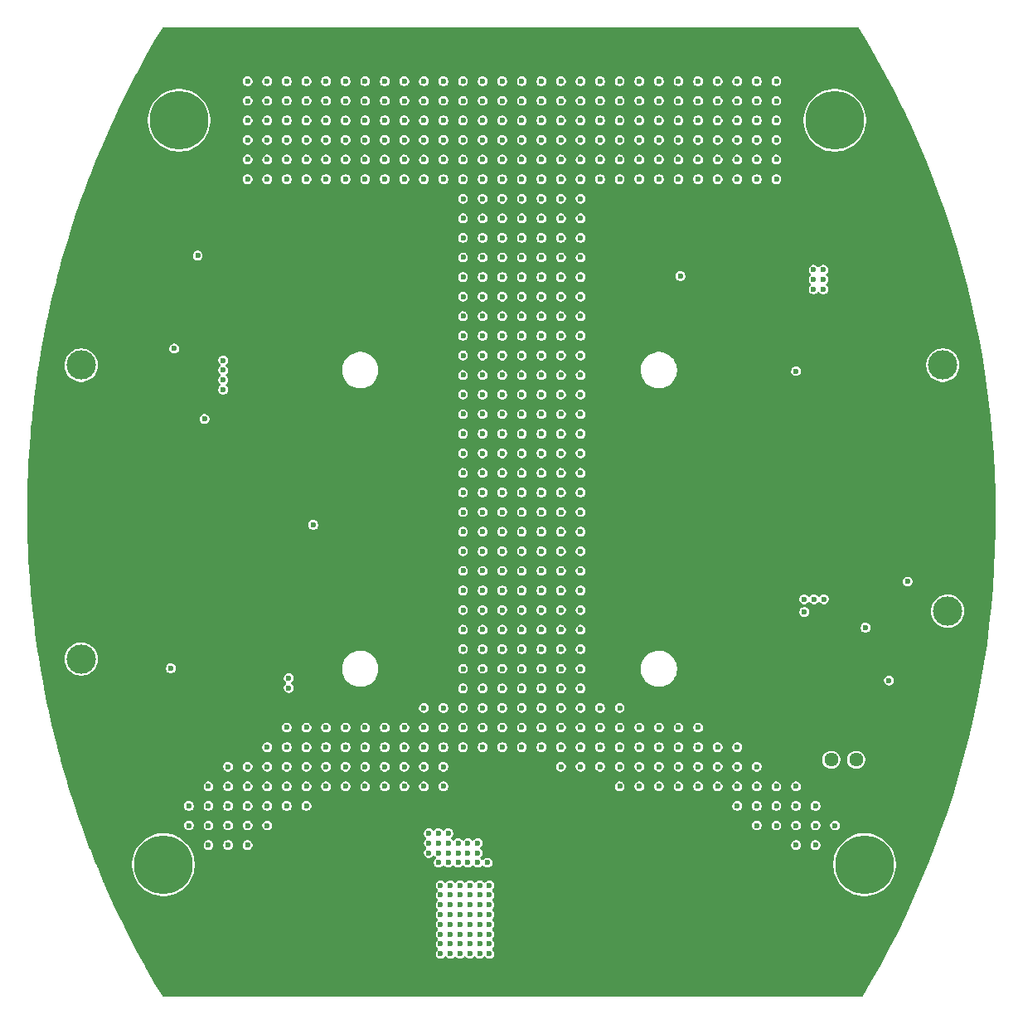
<source format=gbr>
%TF.GenerationSoftware,KiCad,Pcbnew,9.0.1*%
%TF.CreationDate,2025-04-09T16:15:18+03:00*%
%TF.ProjectId,G__ Da__t_m Kart_,47fce720-4461-41f3-9174-316d204b6172,rev?*%
%TF.SameCoordinates,Original*%
%TF.FileFunction,Copper,L3,Inr*%
%TF.FilePolarity,Positive*%
%FSLAX46Y46*%
G04 Gerber Fmt 4.6, Leading zero omitted, Abs format (unit mm)*
G04 Created by KiCad (PCBNEW 9.0.1) date 2025-04-09 16:15:18*
%MOMM*%
%LPD*%
G01*
G04 APERTURE LIST*
G04 Aperture macros list*
%AMRoundRect*
0 Rectangle with rounded corners*
0 $1 Rounding radius*
0 $2 $3 $4 $5 $6 $7 $8 $9 X,Y pos of 4 corners*
0 Add a 4 corners polygon primitive as box body*
4,1,4,$2,$3,$4,$5,$6,$7,$8,$9,$2,$3,0*
0 Add four circle primitives for the rounded corners*
1,1,$1+$1,$2,$3*
1,1,$1+$1,$4,$5*
1,1,$1+$1,$6,$7*
1,1,$1+$1,$8,$9*
0 Add four rect primitives between the rounded corners*
20,1,$1+$1,$2,$3,$4,$5,0*
20,1,$1+$1,$4,$5,$6,$7,0*
20,1,$1+$1,$6,$7,$8,$9,0*
20,1,$1+$1,$8,$9,$2,$3,0*%
G04 Aperture macros list end*
%TA.AperFunction,ComponentPad*%
%ADD10C,6.000000*%
%TD*%
%TA.AperFunction,ComponentPad*%
%ADD11RoundRect,1.500000X0.549038X-2.049038X2.049038X0.549038X-0.549038X2.049038X-2.049038X-0.549038X0*%
%TD*%
%TA.AperFunction,ComponentPad*%
%ADD12C,1.440000*%
%TD*%
%TA.AperFunction,ComponentPad*%
%ADD13C,0.600000*%
%TD*%
%TA.AperFunction,ComponentPad*%
%ADD14C,3.000000*%
%TD*%
%TA.AperFunction,ComponentPad*%
%ADD15RoundRect,0.750000X0.750000X-0.750000X0.750000X0.750000X-0.750000X0.750000X-0.750000X-0.750000X0*%
%TD*%
%TA.AperFunction,ComponentPad*%
%ADD16RoundRect,1.500000X2.049038X-0.549038X0.549038X2.049038X-2.049038X0.549038X-0.549038X-2.049038X0*%
%TD*%
%TA.AperFunction,ComponentPad*%
%ADD17RoundRect,0.750000X-0.750000X0.750000X-0.750000X-0.750000X0.750000X-0.750000X0.750000X0.750000X0*%
%TD*%
%TA.AperFunction,ViaPad*%
%ADD18C,0.600000*%
%TD*%
G04 APERTURE END LIST*
D10*
%TO.N,VBAT*%
%TO.C,J3*%
X228000000Y-122000000D03*
D11*
%TO.N,GND*%
X224400000Y-128235383D03*
%TD*%
D12*
%TO.N,GND*%
%TO.C,RV1*%
X222060000Y-111300000D03*
%TO.N,/5V_Regulators/V_Sense_ADJ*%
X224600000Y-111300000D03*
%TO.N,Net-(R9-Pad2)*%
X227140000Y-111300000D03*
%TD*%
D13*
%TO.N,GND*%
%TO.C,U9*%
X226100000Y-103900000D03*
X225000000Y-103900000D03*
X223700000Y-103900000D03*
X222500000Y-103900000D03*
X226100000Y-105100000D03*
X225000000Y-105100000D03*
X223700000Y-105100000D03*
X222500000Y-105100000D03*
%TD*%
D14*
%TO.N,5V_ADJ_VDD*%
%TO.C,U5*%
X236500000Y-96100000D03*
D15*
%TO.N,GND*%
X236500000Y-101100000D03*
%TD*%
D16*
%TO.N,GND*%
%TO.C,J1*%
X228562500Y-52235383D03*
D10*
%TO.N,VBAT*%
X224962500Y-46000000D03*
%TD*%
D13*
%TO.N,GND*%
%TO.C,U7*%
X166000000Y-97500000D03*
X167300000Y-97500000D03*
X168600000Y-97500000D03*
X169900000Y-97500000D03*
X166000000Y-96200000D03*
X167300000Y-96200000D03*
X168600000Y-96200000D03*
X169900000Y-96200000D03*
%TD*%
D17*
%TO.N,GND*%
%TO.C,U3*%
X148000000Y-96000000D03*
D14*
%TO.N,12V_1A_VDD*%
X148000000Y-101000000D03*
%TD*%
D13*
%TO.N,GND*%
%TO.C,U8*%
X216400000Y-66100000D03*
X216400000Y-64800000D03*
X216400000Y-63500000D03*
X216400000Y-62200000D03*
X215100000Y-66100000D03*
X215100000Y-64800000D03*
X215100000Y-63500000D03*
X215100000Y-62200000D03*
%TD*%
%TO.N,GND*%
%TO.C,U6*%
X161800000Y-64200000D03*
X160600000Y-64200000D03*
X159300000Y-64200000D03*
X158200000Y-64200000D03*
X161800000Y-65400000D03*
X160600000Y-65400000D03*
X159300000Y-65400000D03*
X158200000Y-65400000D03*
%TD*%
D16*
%TO.N,GND*%
%TO.C,J4*%
X160000000Y-128235383D03*
D10*
%TO.N,VBAT*%
X156400000Y-122000000D03*
%TD*%
D15*
%TO.N,GND*%
%TO.C,U4*%
X236000000Y-76000000D03*
D14*
%TO.N,5V_1A_VDD*%
X236000000Y-71000000D03*
%TD*%
D11*
%TO.N,GND*%
%TO.C,J2*%
X154400000Y-52235383D03*
D10*
%TO.N,VBAT*%
X158000000Y-46000000D03*
%TD*%
D15*
%TO.N,GND*%
%TO.C,U2*%
X148000000Y-76000000D03*
D14*
%TO.N,12V_5A_VDD*%
X148000000Y-71000000D03*
%TD*%
D18*
%TO.N,GND*%
X213000000Y-96000000D03*
X213000000Y-94000000D03*
X213000000Y-92000000D03*
X211000000Y-92000000D03*
X211000000Y-94000000D03*
X211000000Y-96000000D03*
X205000000Y-76000000D03*
X203000000Y-76000000D03*
X205000000Y-61000000D03*
X207000000Y-59000000D03*
X205000000Y-57000000D03*
X211000000Y-59000000D03*
X207000000Y-57000000D03*
X211000000Y-57000000D03*
X211000000Y-55000000D03*
X207000000Y-55000000D03*
X209000000Y-55000000D03*
X205000000Y-59000000D03*
X209000000Y-59000000D03*
X205000000Y-55000000D03*
X209000000Y-57000000D03*
X205000000Y-96000000D03*
X203000000Y-94000000D03*
X209000000Y-96000000D03*
X205000000Y-94000000D03*
X209000000Y-94000000D03*
X209000000Y-92000000D03*
X205000000Y-92000000D03*
X207000000Y-92000000D03*
X203000000Y-96000000D03*
X207000000Y-96000000D03*
X203000000Y-92000000D03*
X207000000Y-94000000D03*
X221000000Y-84000000D03*
X219000000Y-84000000D03*
X217000000Y-84000000D03*
X219000000Y-82000000D03*
X217000000Y-82000000D03*
X221000000Y-82000000D03*
X217000000Y-80000000D03*
X219000000Y-80000000D03*
X215000000Y-82000000D03*
X213000000Y-82000000D03*
X221000000Y-80000000D03*
X213000000Y-80000000D03*
X215000000Y-80000000D03*
X213000000Y-84000000D03*
X215000000Y-84000000D03*
X209000000Y-84000000D03*
X207000000Y-84000000D03*
X211000000Y-84000000D03*
X205000000Y-84000000D03*
X203000000Y-84000000D03*
X209000000Y-82000000D03*
X211000000Y-82000000D03*
X205000000Y-82000000D03*
X203000000Y-82000000D03*
X207000000Y-82000000D03*
X209000000Y-80000000D03*
X205000000Y-78000000D03*
X207000000Y-78000000D03*
X207000000Y-80000000D03*
X211000000Y-80000000D03*
X209000000Y-78000000D03*
X211000000Y-78000000D03*
X205000000Y-80000000D03*
X203000000Y-80000000D03*
X203000000Y-78000000D03*
X181000000Y-70000000D03*
X181000000Y-72000000D03*
X183000000Y-72000000D03*
X183000000Y-70000000D03*
X183000000Y-74000000D03*
X181000000Y-68000000D03*
X183000000Y-68000000D03*
X181000000Y-74000000D03*
X181000000Y-88000000D03*
X181000000Y-86000000D03*
X183000000Y-86000000D03*
X177000000Y-86000000D03*
X183000000Y-88000000D03*
X175000000Y-86000000D03*
X177000000Y-88000000D03*
X179000000Y-88000000D03*
X179000000Y-86000000D03*
X175000000Y-88000000D03*
X175000000Y-98000000D03*
X175000000Y-94000000D03*
X177000000Y-94000000D03*
X175000000Y-92000000D03*
X183000000Y-96000000D03*
X175000000Y-96000000D03*
X183000000Y-94000000D03*
X179000000Y-94000000D03*
X181000000Y-92000000D03*
X179000000Y-98000000D03*
X179000000Y-92000000D03*
X177000000Y-96000000D03*
X177000000Y-92000000D03*
X181000000Y-98000000D03*
X177000000Y-98000000D03*
X183000000Y-98000000D03*
X181000000Y-90000000D03*
X181000000Y-94000000D03*
X183000000Y-90000000D03*
X175000000Y-90000000D03*
X179000000Y-96000000D03*
X179000000Y-90000000D03*
X177000000Y-90000000D03*
X181000000Y-96000000D03*
X183000000Y-92000000D03*
X173000000Y-60000000D03*
X171000000Y-60000000D03*
X175000000Y-60000000D03*
X181000000Y-60000000D03*
X183000000Y-60000000D03*
X181000000Y-56000000D03*
X183000000Y-56000000D03*
X175000000Y-56000000D03*
X173000000Y-56000000D03*
X171000000Y-56000000D03*
X177000000Y-56000000D03*
X179000000Y-56000000D03*
X177000000Y-58000000D03*
X171000000Y-66000000D03*
X181000000Y-66000000D03*
X175000000Y-66000000D03*
X179000000Y-66000000D03*
X183000000Y-58000000D03*
X175000000Y-58000000D03*
X171000000Y-58000000D03*
X179000000Y-58000000D03*
X173000000Y-66000000D03*
X177000000Y-66000000D03*
X181000000Y-58000000D03*
X173000000Y-58000000D03*
X183000000Y-66000000D03*
X173000000Y-64000000D03*
X177000000Y-64000000D03*
X175000000Y-62000000D03*
X175000000Y-64000000D03*
X171000000Y-62000000D03*
X179000000Y-62000000D03*
X177000000Y-62000000D03*
X179000000Y-64000000D03*
X183000000Y-64000000D03*
X177000000Y-60000000D03*
X183000000Y-62000000D03*
X181000000Y-64000000D03*
X179000000Y-60000000D03*
X173000000Y-62000000D03*
X171000000Y-64000000D03*
X181000000Y-62000000D03*
%TO.N,VBAT*%
X225000000Y-118000000D03*
X221000000Y-120000000D03*
X223000000Y-120000000D03*
X221000000Y-118000000D03*
X223000000Y-118000000D03*
X221000000Y-114000000D03*
X221000000Y-116000000D03*
X223000000Y-116000000D03*
X217000000Y-118000000D03*
X219000000Y-116000000D03*
X217000000Y-116000000D03*
X215000000Y-116000000D03*
X219000000Y-118000000D03*
X215000000Y-110000000D03*
X217000000Y-114000000D03*
X219000000Y-114000000D03*
X217000000Y-112000000D03*
X211000000Y-114000000D03*
X215000000Y-112000000D03*
X215000000Y-114000000D03*
X213000000Y-114000000D03*
X211000000Y-112000000D03*
X213000000Y-112000000D03*
X169000000Y-108000000D03*
X165000000Y-120000000D03*
X171000000Y-116000000D03*
X167000000Y-118000000D03*
X161000000Y-120000000D03*
X163000000Y-120000000D03*
X159000000Y-118000000D03*
X161000000Y-118000000D03*
X161000000Y-116000000D03*
X161000000Y-114000000D03*
X159000000Y-116000000D03*
X163000000Y-118000000D03*
X165000000Y-118000000D03*
X163000000Y-116000000D03*
X165000000Y-116000000D03*
X165000000Y-114000000D03*
X163000000Y-112000000D03*
X165000000Y-112000000D03*
X163000000Y-114000000D03*
X167000000Y-116000000D03*
X169000000Y-116000000D03*
X167000000Y-114000000D03*
X169000000Y-114000000D03*
X169000000Y-112000000D03*
X167000000Y-110000000D03*
X169000000Y-110000000D03*
X167000000Y-112000000D03*
X173000000Y-112000000D03*
X173000000Y-114000000D03*
X171000000Y-114000000D03*
X171000000Y-112000000D03*
X197000000Y-112000000D03*
X199000000Y-112000000D03*
X201000000Y-112000000D03*
X181000000Y-112000000D03*
X177000000Y-112000000D03*
X181000000Y-114000000D03*
X175000000Y-114000000D03*
X175000000Y-112000000D03*
X177000000Y-114000000D03*
X179000000Y-114000000D03*
X179000000Y-112000000D03*
X185000000Y-114000000D03*
X183000000Y-112000000D03*
X185000000Y-112000000D03*
X183000000Y-114000000D03*
X209000000Y-114000000D03*
X209000000Y-112000000D03*
X205000000Y-114000000D03*
X207000000Y-114000000D03*
X205000000Y-112000000D03*
X207000000Y-112000000D03*
X203000000Y-112000000D03*
X203000000Y-114000000D03*
X211000000Y-108000000D03*
X207000000Y-110000000D03*
X209000000Y-110000000D03*
X205000000Y-108000000D03*
X209000000Y-108000000D03*
X207000000Y-108000000D03*
X205000000Y-110000000D03*
X211000000Y-110000000D03*
X213000000Y-110000000D03*
X173000000Y-108000000D03*
X171000000Y-110000000D03*
X171000000Y-108000000D03*
X173000000Y-110000000D03*
X181000000Y-108000000D03*
X181000000Y-110000000D03*
X179000000Y-110000000D03*
X179000000Y-108000000D03*
X177000000Y-110000000D03*
X175000000Y-108000000D03*
X177000000Y-108000000D03*
X175000000Y-110000000D03*
X203000000Y-108000000D03*
X203000000Y-110000000D03*
X201000000Y-110000000D03*
X201000000Y-108000000D03*
X201000000Y-106000000D03*
X203000000Y-106000000D03*
X185000000Y-108000000D03*
X185000000Y-110000000D03*
X183000000Y-110000000D03*
X183000000Y-108000000D03*
X183000000Y-106000000D03*
X185000000Y-106000000D03*
X219000000Y-42000000D03*
X209000000Y-52000000D03*
X219000000Y-50000000D03*
X215000000Y-50000000D03*
X211000000Y-48000000D03*
X219000000Y-48000000D03*
X213000000Y-42000000D03*
X211000000Y-42000000D03*
X213000000Y-50000000D03*
X217000000Y-42000000D03*
X217000000Y-50000000D03*
X213000000Y-46000000D03*
X213000000Y-52000000D03*
X217000000Y-52000000D03*
X215000000Y-42000000D03*
X209000000Y-42000000D03*
X211000000Y-50000000D03*
X209000000Y-50000000D03*
X219000000Y-52000000D03*
X215000000Y-52000000D03*
X211000000Y-52000000D03*
X217000000Y-46000000D03*
X217000000Y-48000000D03*
X209000000Y-44000000D03*
X217000000Y-44000000D03*
X211000000Y-46000000D03*
X213000000Y-48000000D03*
X209000000Y-46000000D03*
X209000000Y-48000000D03*
X215000000Y-48000000D03*
X215000000Y-44000000D03*
X213000000Y-44000000D03*
X211000000Y-44000000D03*
X219000000Y-46000000D03*
X215000000Y-46000000D03*
X219000000Y-44000000D03*
X205000000Y-46000000D03*
X201000000Y-48000000D03*
X203000000Y-42000000D03*
X207000000Y-48000000D03*
X203000000Y-50000000D03*
X201000000Y-52000000D03*
X207000000Y-42000000D03*
X203000000Y-46000000D03*
X201000000Y-44000000D03*
X203000000Y-52000000D03*
X207000000Y-44000000D03*
X205000000Y-48000000D03*
X201000000Y-46000000D03*
X205000000Y-42000000D03*
X203000000Y-48000000D03*
X207000000Y-52000000D03*
X201000000Y-50000000D03*
X203000000Y-44000000D03*
X207000000Y-46000000D03*
X205000000Y-44000000D03*
X205000000Y-52000000D03*
X205000000Y-50000000D03*
X207000000Y-50000000D03*
X201000000Y-42000000D03*
X169000000Y-50000000D03*
X165000000Y-48000000D03*
X167000000Y-42000000D03*
X165000000Y-42000000D03*
X167000000Y-50000000D03*
X171000000Y-42000000D03*
X171000000Y-50000000D03*
X167000000Y-46000000D03*
X167000000Y-52000000D03*
X171000000Y-52000000D03*
X169000000Y-42000000D03*
X165000000Y-50000000D03*
X169000000Y-52000000D03*
X165000000Y-52000000D03*
X171000000Y-46000000D03*
X171000000Y-48000000D03*
X171000000Y-44000000D03*
X165000000Y-46000000D03*
X167000000Y-48000000D03*
X169000000Y-48000000D03*
X169000000Y-44000000D03*
X167000000Y-44000000D03*
X165000000Y-44000000D03*
X169000000Y-46000000D03*
X177000000Y-42000000D03*
X183000000Y-42000000D03*
X179000000Y-42000000D03*
X175000000Y-42000000D03*
X185000000Y-42000000D03*
X181000000Y-42000000D03*
X173000000Y-42000000D03*
X175000000Y-50000000D03*
X177000000Y-50000000D03*
X183000000Y-50000000D03*
X179000000Y-50000000D03*
X181000000Y-50000000D03*
X173000000Y-50000000D03*
X177000000Y-52000000D03*
X179000000Y-52000000D03*
X185000000Y-52000000D03*
X175000000Y-52000000D03*
X181000000Y-52000000D03*
X173000000Y-52000000D03*
X185000000Y-50000000D03*
X183000000Y-52000000D03*
X175000000Y-48000000D03*
X183000000Y-48000000D03*
X177000000Y-46000000D03*
X183000000Y-46000000D03*
X175000000Y-46000000D03*
X173000000Y-46000000D03*
X181000000Y-46000000D03*
X173000000Y-48000000D03*
X179000000Y-46000000D03*
X179000000Y-48000000D03*
X181000000Y-48000000D03*
X185000000Y-48000000D03*
X185000000Y-46000000D03*
X177000000Y-48000000D03*
X179000000Y-44000000D03*
X181000000Y-44000000D03*
X173000000Y-44000000D03*
X177000000Y-44000000D03*
X183000000Y-44000000D03*
X175000000Y-44000000D03*
X185000000Y-44000000D03*
X199000000Y-108000000D03*
X191000000Y-108000000D03*
X197000000Y-108000000D03*
X187000000Y-110000000D03*
X195000000Y-108000000D03*
X193000000Y-108000000D03*
X197000000Y-110000000D03*
X199000000Y-110000000D03*
X189000000Y-108000000D03*
X187000000Y-108000000D03*
X189000000Y-110000000D03*
X191000000Y-110000000D03*
X195000000Y-110000000D03*
X193000000Y-110000000D03*
X197000000Y-104000000D03*
X187000000Y-106000000D03*
X191000000Y-104000000D03*
X187000000Y-98000000D03*
X199000000Y-104000000D03*
X195000000Y-104000000D03*
X197000000Y-96000000D03*
X197000000Y-102000000D03*
X197000000Y-94000000D03*
X197000000Y-100000000D03*
X199000000Y-92000000D03*
X187000000Y-94000000D03*
X197000000Y-106000000D03*
X191000000Y-94000000D03*
X193000000Y-92000000D03*
X191000000Y-100000000D03*
X189000000Y-94000000D03*
X187000000Y-100000000D03*
X187000000Y-92000000D03*
X195000000Y-100000000D03*
X191000000Y-92000000D03*
X199000000Y-94000000D03*
X189000000Y-100000000D03*
X193000000Y-100000000D03*
X197000000Y-92000000D03*
X199000000Y-106000000D03*
X193000000Y-104000000D03*
X187000000Y-102000000D03*
X195000000Y-96000000D03*
X195000000Y-94000000D03*
X195000000Y-98000000D03*
X189000000Y-96000000D03*
X199000000Y-96000000D03*
X189000000Y-92000000D03*
X189000000Y-104000000D03*
X189000000Y-102000000D03*
X189000000Y-106000000D03*
X191000000Y-98000000D03*
X193000000Y-102000000D03*
X187000000Y-104000000D03*
X193000000Y-98000000D03*
X199000000Y-100000000D03*
X189000000Y-98000000D03*
X187000000Y-96000000D03*
X197000000Y-98000000D03*
X191000000Y-106000000D03*
X199000000Y-102000000D03*
X193000000Y-96000000D03*
X195000000Y-92000000D03*
X195000000Y-106000000D03*
X195000000Y-102000000D03*
X191000000Y-102000000D03*
X199000000Y-98000000D03*
X191000000Y-96000000D03*
X193000000Y-106000000D03*
X193000000Y-94000000D03*
X197000000Y-90000000D03*
X189000000Y-90000000D03*
X199000000Y-90000000D03*
X193000000Y-90000000D03*
X195000000Y-90000000D03*
X191000000Y-90000000D03*
X187000000Y-90000000D03*
X189000000Y-76000000D03*
X187000000Y-76000000D03*
X191000000Y-76000000D03*
X197000000Y-76000000D03*
X199000000Y-76000000D03*
X197000000Y-88000000D03*
X193000000Y-74000000D03*
X187000000Y-82000000D03*
X197000000Y-82000000D03*
X191000000Y-82000000D03*
X195000000Y-82000000D03*
X199000000Y-74000000D03*
X191000000Y-74000000D03*
X187000000Y-74000000D03*
X195000000Y-74000000D03*
X189000000Y-82000000D03*
X193000000Y-82000000D03*
X197000000Y-74000000D03*
X189000000Y-74000000D03*
X191000000Y-84000000D03*
X189000000Y-86000000D03*
X189000000Y-84000000D03*
X193000000Y-86000000D03*
X189000000Y-88000000D03*
X195000000Y-84000000D03*
X187000000Y-84000000D03*
X199000000Y-88000000D03*
X199000000Y-82000000D03*
X193000000Y-88000000D03*
X195000000Y-88000000D03*
X189000000Y-80000000D03*
X193000000Y-80000000D03*
X191000000Y-78000000D03*
X191000000Y-80000000D03*
X187000000Y-78000000D03*
X195000000Y-78000000D03*
X193000000Y-78000000D03*
X195000000Y-80000000D03*
X199000000Y-80000000D03*
X193000000Y-76000000D03*
X199000000Y-78000000D03*
X197000000Y-80000000D03*
X195000000Y-76000000D03*
X189000000Y-78000000D03*
X191000000Y-88000000D03*
X187000000Y-86000000D03*
X193000000Y-84000000D03*
X199000000Y-84000000D03*
X197000000Y-86000000D03*
X187000000Y-88000000D03*
X191000000Y-86000000D03*
X187000000Y-80000000D03*
X197000000Y-84000000D03*
X199000000Y-86000000D03*
X195000000Y-86000000D03*
X197000000Y-78000000D03*
X191000000Y-58000000D03*
X197000000Y-58000000D03*
X193000000Y-58000000D03*
X189000000Y-58000000D03*
X199000000Y-58000000D03*
X195000000Y-58000000D03*
X187000000Y-58000000D03*
X189000000Y-66000000D03*
X191000000Y-66000000D03*
X197000000Y-66000000D03*
X193000000Y-66000000D03*
X195000000Y-66000000D03*
X187000000Y-66000000D03*
X197000000Y-72000000D03*
X187000000Y-70000000D03*
X191000000Y-68000000D03*
X189000000Y-70000000D03*
X193000000Y-68000000D03*
X199000000Y-68000000D03*
X189000000Y-68000000D03*
X193000000Y-70000000D03*
X195000000Y-68000000D03*
X187000000Y-68000000D03*
X199000000Y-72000000D03*
X191000000Y-72000000D03*
X189000000Y-72000000D03*
X187000000Y-72000000D03*
X199000000Y-70000000D03*
X199000000Y-66000000D03*
X197000000Y-70000000D03*
X195000000Y-70000000D03*
X193000000Y-72000000D03*
X191000000Y-70000000D03*
X195000000Y-72000000D03*
X197000000Y-68000000D03*
X189000000Y-64000000D03*
X197000000Y-64000000D03*
X191000000Y-62000000D03*
X197000000Y-62000000D03*
X189000000Y-62000000D03*
X187000000Y-62000000D03*
X195000000Y-62000000D03*
X187000000Y-64000000D03*
X193000000Y-62000000D03*
X193000000Y-64000000D03*
X195000000Y-64000000D03*
X199000000Y-64000000D03*
X199000000Y-62000000D03*
X191000000Y-64000000D03*
X193000000Y-60000000D03*
X195000000Y-60000000D03*
X187000000Y-60000000D03*
X191000000Y-60000000D03*
X197000000Y-60000000D03*
X189000000Y-60000000D03*
X199000000Y-60000000D03*
X191000000Y-50000000D03*
X197000000Y-50000000D03*
X193000000Y-50000000D03*
X189000000Y-50000000D03*
X199000000Y-50000000D03*
X195000000Y-50000000D03*
X187000000Y-50000000D03*
X189000000Y-56000000D03*
X197000000Y-56000000D03*
X191000000Y-54000000D03*
X197000000Y-54000000D03*
X189000000Y-54000000D03*
X187000000Y-54000000D03*
X195000000Y-54000000D03*
X187000000Y-56000000D03*
X193000000Y-54000000D03*
X193000000Y-56000000D03*
X195000000Y-56000000D03*
X199000000Y-56000000D03*
X199000000Y-54000000D03*
X191000000Y-56000000D03*
X193000000Y-52000000D03*
X195000000Y-52000000D03*
X187000000Y-52000000D03*
X191000000Y-52000000D03*
X197000000Y-52000000D03*
X189000000Y-52000000D03*
X199000000Y-52000000D03*
X191000000Y-46000000D03*
X197000000Y-46000000D03*
X193000000Y-46000000D03*
X189000000Y-46000000D03*
X199000000Y-46000000D03*
X195000000Y-46000000D03*
X187000000Y-46000000D03*
X193000000Y-48000000D03*
X195000000Y-48000000D03*
X187000000Y-48000000D03*
X191000000Y-48000000D03*
X197000000Y-48000000D03*
X189000000Y-48000000D03*
X199000000Y-48000000D03*
X191000000Y-44000000D03*
X197000000Y-44000000D03*
X193000000Y-44000000D03*
X189000000Y-44000000D03*
X199000000Y-44000000D03*
X195000000Y-44000000D03*
X187000000Y-44000000D03*
X187000000Y-42000000D03*
X195000000Y-42000000D03*
X199000000Y-42000000D03*
X189000000Y-42000000D03*
X193000000Y-42000000D03*
X197000000Y-42000000D03*
X191000000Y-42000000D03*
X223800000Y-61250000D03*
X222800000Y-61250000D03*
X223800000Y-62250000D03*
X222800000Y-62250000D03*
X162500000Y-73500000D03*
X162500000Y-72500000D03*
X162500000Y-71500000D03*
X221850000Y-96200000D03*
X221850000Y-94900000D03*
X222850000Y-94900000D03*
X223850000Y-94900000D03*
X169200000Y-103950000D03*
X169200000Y-102950000D03*
%TO.N,12V_1A_VDD*%
X157150000Y-101950000D03*
X171700000Y-87300000D03*
%TO.N,VBAT*%
X222800000Y-63250000D03*
X223800000Y-63250000D03*
%TO.N,GND*%
X199400000Y-125000000D03*
X197400000Y-125000000D03*
X196400000Y-125000000D03*
X200400000Y-125000000D03*
X201400000Y-125000000D03*
X198400000Y-125000000D03*
X196400000Y-129000000D03*
X199400000Y-129000000D03*
X197400000Y-129000000D03*
X196400000Y-128000000D03*
X200400000Y-129000000D03*
X201400000Y-129000000D03*
X198400000Y-129000000D03*
X197400000Y-131000000D03*
X199400000Y-130000000D03*
X199400000Y-128000000D03*
X200400000Y-128000000D03*
X201400000Y-130000000D03*
X198400000Y-128000000D03*
X200400000Y-130000000D03*
X196400000Y-131000000D03*
X198400000Y-130000000D03*
X197400000Y-130000000D03*
X200400000Y-131000000D03*
X197400000Y-128000000D03*
X198400000Y-131000000D03*
X201400000Y-131000000D03*
X197400000Y-127000000D03*
X199400000Y-126000000D03*
X200400000Y-124000000D03*
X199400000Y-124000000D03*
X196400000Y-124000000D03*
X196400000Y-126000000D03*
X201400000Y-126000000D03*
X201400000Y-124000000D03*
X200400000Y-126000000D03*
X196400000Y-127000000D03*
X196400000Y-130000000D03*
X201400000Y-128000000D03*
X199400000Y-131000000D03*
X198400000Y-126000000D03*
X197400000Y-126000000D03*
X198400000Y-124000000D03*
X200400000Y-127000000D03*
X197400000Y-124000000D03*
X199400000Y-127000000D03*
X198400000Y-127000000D03*
X201400000Y-127000000D03*
%TO.N,VCC*%
X187700000Y-129100000D03*
X185700000Y-129100000D03*
X184700000Y-129100000D03*
X188700000Y-129100000D03*
X189700000Y-129100000D03*
X186700000Y-129100000D03*
X185700000Y-131100000D03*
X187700000Y-130100000D03*
X188700000Y-128100000D03*
X187700000Y-128100000D03*
X184700000Y-128100000D03*
X184700000Y-130100000D03*
X189700000Y-130100000D03*
X189700000Y-128100000D03*
X188700000Y-130100000D03*
X184700000Y-131100000D03*
X186700000Y-130100000D03*
X185700000Y-130100000D03*
X186700000Y-128100000D03*
X188700000Y-131100000D03*
X185700000Y-128100000D03*
X187700000Y-131100000D03*
X186700000Y-131100000D03*
X189700000Y-131100000D03*
X187700000Y-127100000D03*
X185700000Y-127100000D03*
X184700000Y-127100000D03*
X188700000Y-127100000D03*
X189700000Y-127100000D03*
X186700000Y-127100000D03*
X188700000Y-126100000D03*
X187700000Y-126100000D03*
X184700000Y-126100000D03*
X189700000Y-126100000D03*
X186700000Y-126100000D03*
X185700000Y-126100000D03*
X187700000Y-125100000D03*
X186700000Y-125100000D03*
X185700000Y-125100000D03*
X184700000Y-125100000D03*
X189700000Y-125100000D03*
X188700000Y-125100000D03*
X187700000Y-124100000D03*
X186700000Y-124100000D03*
X185700000Y-124100000D03*
X184700000Y-124100000D03*
X189700000Y-124100000D03*
X188700000Y-124100000D03*
X184500000Y-118800000D03*
X183500000Y-118800000D03*
X185500000Y-118800000D03*
X186500000Y-119800000D03*
X185500000Y-119800000D03*
X184500000Y-119800000D03*
X183500000Y-119800000D03*
X188500000Y-119800000D03*
X187500000Y-119800000D03*
X186500000Y-120800000D03*
X185500000Y-120800000D03*
X184500000Y-120800000D03*
X183500000Y-120800000D03*
X188500000Y-120800000D03*
X187500000Y-120800000D03*
X189500000Y-121800000D03*
X188500000Y-121800000D03*
X187500000Y-121800000D03*
X186500000Y-121800000D03*
X185500000Y-121800000D03*
X184500000Y-121800000D03*
%TO.N,5V_ADJ_VDD*%
X232400000Y-93100000D03*
X230500000Y-103200000D03*
%TO.N,VBAT*%
X228100000Y-97800000D03*
%TO.N,5V_1A_VDD*%
X221000000Y-71600000D03*
X209200000Y-61900000D03*
%TO.N,12V_5A_VDD*%
X160600000Y-76500000D03*
X159900000Y-59800000D03*
%TO.N,VBAT*%
X162500000Y-70500000D03*
X157500000Y-69300000D03*
%TD*%
%TA.AperFunction,Conductor*%
%TO.N,GND*%
G36*
X227413572Y-36520185D02*
G01*
X227452848Y-36560679D01*
X228269875Y-37921712D01*
X228271124Y-37923842D01*
X229233000Y-39602320D01*
X229234227Y-39604512D01*
X230161923Y-41302170D01*
X230163105Y-41304387D01*
X231056177Y-43020409D01*
X231057315Y-43022649D01*
X231845026Y-44614147D01*
X231915499Y-44756530D01*
X231916573Y-44758758D01*
X232584394Y-46179736D01*
X232739414Y-46509585D01*
X232740460Y-46511869D01*
X233527683Y-48279054D01*
X233528682Y-48281359D01*
X234279936Y-50064110D01*
X234280888Y-50066435D01*
X234995871Y-51864037D01*
X234996775Y-51866380D01*
X235675193Y-53678095D01*
X235676050Y-53680457D01*
X236317603Y-55505482D01*
X236318413Y-55507860D01*
X236922911Y-57345657D01*
X236923671Y-57348052D01*
X237490774Y-59197585D01*
X237491486Y-59199994D01*
X238021003Y-61060636D01*
X238021667Y-61063059D01*
X238513414Y-62934173D01*
X238514027Y-62936609D01*
X238967730Y-64817150D01*
X238968295Y-64819598D01*
X239383827Y-66709026D01*
X239384342Y-66711485D01*
X239761518Y-68608982D01*
X239761982Y-68611451D01*
X240100620Y-70516086D01*
X240101035Y-70518563D01*
X240401035Y-72429773D01*
X240401399Y-72432259D01*
X240662608Y-74349083D01*
X240662922Y-74351575D01*
X240885247Y-76273303D01*
X240885511Y-76275802D01*
X241068862Y-78201674D01*
X241069075Y-78204177D01*
X241213373Y-80133368D01*
X241213535Y-80135875D01*
X241318720Y-82067590D01*
X241318831Y-82070100D01*
X241384859Y-84003546D01*
X241384919Y-84006057D01*
X241411766Y-85940444D01*
X241411775Y-85942956D01*
X241399429Y-87877439D01*
X241399388Y-87879951D01*
X241347851Y-89813837D01*
X241347759Y-89816348D01*
X241257055Y-91748845D01*
X241256911Y-91751353D01*
X241127080Y-93681520D01*
X241126886Y-93684025D01*
X240957980Y-95611172D01*
X240957736Y-95613672D01*
X240749812Y-97537099D01*
X240749516Y-97539594D01*
X240502685Y-99458281D01*
X240502340Y-99460769D01*
X240216677Y-101374158D01*
X240216281Y-101376639D01*
X239891910Y-103283863D01*
X239891463Y-103286335D01*
X239528540Y-105186501D01*
X239528044Y-105188964D01*
X239126685Y-107081454D01*
X239126139Y-107083906D01*
X238686522Y-108967888D01*
X238685926Y-108970328D01*
X238208244Y-110844971D01*
X238207599Y-110847399D01*
X237692034Y-112711991D01*
X237691340Y-112714406D01*
X237138113Y-114568151D01*
X237137371Y-114570551D01*
X236546669Y-116412812D01*
X236545877Y-116415196D01*
X235918019Y-118244980D01*
X235917180Y-118247348D01*
X235252356Y-120064112D01*
X235251469Y-120066462D01*
X234549975Y-121869384D01*
X234549040Y-121871716D01*
X233811195Y-123659988D01*
X233810214Y-123662301D01*
X233036240Y-125435377D01*
X233035211Y-125437669D01*
X232225523Y-127194599D01*
X232224449Y-127196870D01*
X231379304Y-128937096D01*
X231378183Y-128939344D01*
X230497988Y-130662033D01*
X230496823Y-130664258D01*
X229581880Y-132368817D01*
X229580669Y-132371019D01*
X228631388Y-134056680D01*
X228630133Y-134058856D01*
X227824939Y-135423250D01*
X227773915Y-135470981D01*
X227718149Y-135484228D01*
X156375501Y-135484227D01*
X156308462Y-135464542D01*
X156268977Y-135423698D01*
X155474049Y-134089511D01*
X155472813Y-134087388D01*
X155287511Y-133761815D01*
X154533224Y-132436543D01*
X154532036Y-132434406D01*
X154497611Y-132371019D01*
X153625478Y-130765161D01*
X153624382Y-130763093D01*
X152751213Y-129076106D01*
X152750145Y-129073993D01*
X152118962Y-127792683D01*
X151910746Y-127370001D01*
X151909677Y-127367776D01*
X151347064Y-126165890D01*
X151104364Y-125647421D01*
X151103348Y-125645192D01*
X151070935Y-125572201D01*
X150387927Y-124034110D01*
X150332453Y-123909185D01*
X150331474Y-123906919D01*
X149656074Y-122300499D01*
X149595286Y-122155917D01*
X149594365Y-122153663D01*
X149575955Y-122107314D01*
X149461935Y-121820259D01*
X153199500Y-121820259D01*
X153199500Y-122179740D01*
X153239746Y-122536935D01*
X153239748Y-122536951D01*
X153319737Y-122887407D01*
X153319741Y-122887419D01*
X153438465Y-123226711D01*
X153594432Y-123550579D01*
X153594434Y-123550582D01*
X153785685Y-123854956D01*
X154009812Y-124136003D01*
X154263997Y-124390188D01*
X154545044Y-124614315D01*
X154849418Y-124805566D01*
X155173292Y-124961536D01*
X155380697Y-125034110D01*
X155512580Y-125080258D01*
X155512592Y-125080262D01*
X155863052Y-125160252D01*
X156220260Y-125200499D01*
X156220261Y-125200500D01*
X156220264Y-125200500D01*
X156579739Y-125200500D01*
X156579739Y-125200499D01*
X156936948Y-125160252D01*
X157287408Y-125080262D01*
X157626708Y-124961536D01*
X157950582Y-124805566D01*
X158254956Y-124614315D01*
X158536003Y-124390188D01*
X158790188Y-124136003D01*
X158871445Y-124034110D01*
X158871447Y-124034108D01*
X184199500Y-124034108D01*
X184199500Y-124165891D01*
X184233608Y-124293187D01*
X184266554Y-124350250D01*
X184299500Y-124407314D01*
X184299502Y-124407316D01*
X184392687Y-124500501D01*
X184394158Y-124501630D01*
X184395083Y-124502897D01*
X184398433Y-124506247D01*
X184397910Y-124506769D01*
X184435356Y-124558060D01*
X184439506Y-124627807D01*
X184405289Y-124688725D01*
X184394158Y-124698370D01*
X184392687Y-124699498D01*
X184299502Y-124792683D01*
X184299500Y-124792686D01*
X184233608Y-124906812D01*
X184218946Y-124961534D01*
X184199500Y-125034108D01*
X184199500Y-125165892D01*
X184208773Y-125200499D01*
X184233608Y-125293187D01*
X184266554Y-125350250D01*
X184299500Y-125407314D01*
X184299502Y-125407316D01*
X184392687Y-125500501D01*
X184394158Y-125501630D01*
X184395083Y-125502897D01*
X184398433Y-125506247D01*
X184397910Y-125506769D01*
X184435356Y-125558060D01*
X184439506Y-125627807D01*
X184405289Y-125688725D01*
X184394158Y-125698370D01*
X184392687Y-125699498D01*
X184299502Y-125792683D01*
X184299500Y-125792686D01*
X184233608Y-125906812D01*
X184199500Y-126034108D01*
X184199500Y-126165891D01*
X184233608Y-126293187D01*
X184266554Y-126350250D01*
X184299500Y-126407314D01*
X184299502Y-126407316D01*
X184392687Y-126500501D01*
X184394158Y-126501630D01*
X184395083Y-126502897D01*
X184398433Y-126506247D01*
X184397910Y-126506769D01*
X184435356Y-126558060D01*
X184439506Y-126627807D01*
X184405289Y-126688725D01*
X184394158Y-126698370D01*
X184392687Y-126699498D01*
X184299502Y-126792683D01*
X184299500Y-126792686D01*
X184233608Y-126906812D01*
X184230923Y-126916833D01*
X184199500Y-127034108D01*
X184199500Y-127165892D01*
X184216554Y-127229539D01*
X184233608Y-127293187D01*
X184266554Y-127350250D01*
X184299500Y-127407314D01*
X184299502Y-127407316D01*
X184392687Y-127500501D01*
X184394158Y-127501630D01*
X184395083Y-127502897D01*
X184398433Y-127506247D01*
X184397910Y-127506769D01*
X184435356Y-127558060D01*
X184439506Y-127627807D01*
X184405289Y-127688725D01*
X184394158Y-127698370D01*
X184392687Y-127699498D01*
X184299502Y-127792683D01*
X184299500Y-127792686D01*
X184233608Y-127906812D01*
X184199500Y-128034108D01*
X184199500Y-128165891D01*
X184233608Y-128293187D01*
X184266554Y-128350250D01*
X184299500Y-128407314D01*
X184299502Y-128407316D01*
X184392687Y-128500501D01*
X184394158Y-128501630D01*
X184395083Y-128502897D01*
X184398433Y-128506247D01*
X184397910Y-128506769D01*
X184435356Y-128558060D01*
X184439506Y-128627807D01*
X184405289Y-128688725D01*
X184394158Y-128698370D01*
X184392687Y-128699498D01*
X184299502Y-128792683D01*
X184299500Y-128792686D01*
X184233608Y-128906812D01*
X184199500Y-129034108D01*
X184199500Y-129165891D01*
X184233608Y-129293187D01*
X184266554Y-129350250D01*
X184299500Y-129407314D01*
X184299502Y-129407316D01*
X184392687Y-129500501D01*
X184394158Y-129501630D01*
X184395083Y-129502897D01*
X184398433Y-129506247D01*
X184397910Y-129506769D01*
X184435356Y-129558060D01*
X184439506Y-129627807D01*
X184405289Y-129688725D01*
X184394158Y-129698370D01*
X184392687Y-129699498D01*
X184299502Y-129792683D01*
X184299500Y-129792686D01*
X184233608Y-129906812D01*
X184199500Y-130034108D01*
X184199500Y-130165891D01*
X184233608Y-130293187D01*
X184266554Y-130350250D01*
X184299500Y-130407314D01*
X184299502Y-130407316D01*
X184392687Y-130500501D01*
X184394158Y-130501630D01*
X184395083Y-130502897D01*
X184398433Y-130506247D01*
X184397910Y-130506769D01*
X184435356Y-130558060D01*
X184439506Y-130627807D01*
X184405289Y-130688725D01*
X184394158Y-130698370D01*
X184392687Y-130699498D01*
X184299502Y-130792683D01*
X184299500Y-130792686D01*
X184233608Y-130906812D01*
X184199500Y-131034108D01*
X184199500Y-131165891D01*
X184233608Y-131293187D01*
X184266554Y-131350250D01*
X184299500Y-131407314D01*
X184392686Y-131500500D01*
X184506814Y-131566392D01*
X184634108Y-131600500D01*
X184634110Y-131600500D01*
X184765890Y-131600500D01*
X184765892Y-131600500D01*
X184893186Y-131566392D01*
X185007314Y-131500500D01*
X185100500Y-131407314D01*
X185100504Y-131407306D01*
X185101625Y-131405847D01*
X185102892Y-131404921D01*
X185106247Y-131401567D01*
X185106770Y-131402090D01*
X185158053Y-131364645D01*
X185227799Y-131360491D01*
X185288719Y-131394704D01*
X185298375Y-131405847D01*
X185299498Y-131407311D01*
X185299500Y-131407314D01*
X185392686Y-131500500D01*
X185506814Y-131566392D01*
X185634108Y-131600500D01*
X185634110Y-131600500D01*
X185765890Y-131600500D01*
X185765892Y-131600500D01*
X185893186Y-131566392D01*
X186007314Y-131500500D01*
X186100500Y-131407314D01*
X186100504Y-131407306D01*
X186101625Y-131405847D01*
X186102892Y-131404921D01*
X186106247Y-131401567D01*
X186106770Y-131402090D01*
X186158053Y-131364645D01*
X186227799Y-131360491D01*
X186288719Y-131394704D01*
X186298375Y-131405847D01*
X186299498Y-131407311D01*
X186299500Y-131407314D01*
X186392686Y-131500500D01*
X186506814Y-131566392D01*
X186634108Y-131600500D01*
X186634110Y-131600500D01*
X186765890Y-131600500D01*
X186765892Y-131600500D01*
X186893186Y-131566392D01*
X187007314Y-131500500D01*
X187100500Y-131407314D01*
X187100504Y-131407306D01*
X187101625Y-131405847D01*
X187102892Y-131404921D01*
X187106247Y-131401567D01*
X187106770Y-131402090D01*
X187158053Y-131364645D01*
X187227799Y-131360491D01*
X187288719Y-131394704D01*
X187298375Y-131405847D01*
X187299498Y-131407311D01*
X187299500Y-131407314D01*
X187392686Y-131500500D01*
X187506814Y-131566392D01*
X187634108Y-131600500D01*
X187634110Y-131600500D01*
X187765890Y-131600500D01*
X187765892Y-131600500D01*
X187893186Y-131566392D01*
X188007314Y-131500500D01*
X188100500Y-131407314D01*
X188100504Y-131407306D01*
X188101625Y-131405847D01*
X188102892Y-131404921D01*
X188106247Y-131401567D01*
X188106770Y-131402090D01*
X188158053Y-131364645D01*
X188227799Y-131360491D01*
X188288719Y-131394704D01*
X188298375Y-131405847D01*
X188299498Y-131407311D01*
X188299500Y-131407314D01*
X188392686Y-131500500D01*
X188506814Y-131566392D01*
X188634108Y-131600500D01*
X188634110Y-131600500D01*
X188765890Y-131600500D01*
X188765892Y-131600500D01*
X188893186Y-131566392D01*
X189007314Y-131500500D01*
X189100500Y-131407314D01*
X189100504Y-131407306D01*
X189101625Y-131405847D01*
X189102892Y-131404921D01*
X189106247Y-131401567D01*
X189106770Y-131402090D01*
X189158053Y-131364645D01*
X189227799Y-131360491D01*
X189288719Y-131394704D01*
X189298375Y-131405847D01*
X189299498Y-131407311D01*
X189299500Y-131407314D01*
X189392686Y-131500500D01*
X189506814Y-131566392D01*
X189634108Y-131600500D01*
X189634110Y-131600500D01*
X189765890Y-131600500D01*
X189765892Y-131600500D01*
X189893186Y-131566392D01*
X190007314Y-131500500D01*
X190100500Y-131407314D01*
X190166392Y-131293186D01*
X190200500Y-131165892D01*
X190200500Y-131034108D01*
X190166392Y-130906814D01*
X190100500Y-130792686D01*
X190007314Y-130699500D01*
X190007311Y-130699498D01*
X190005847Y-130698375D01*
X190004921Y-130697107D01*
X190001567Y-130693753D01*
X190002090Y-130693229D01*
X189964645Y-130641947D01*
X189960491Y-130572201D01*
X189994704Y-130511281D01*
X190005847Y-130501625D01*
X190007306Y-130500504D01*
X190007314Y-130500500D01*
X190100500Y-130407314D01*
X190166392Y-130293186D01*
X190200500Y-130165892D01*
X190200500Y-130034108D01*
X190166392Y-129906814D01*
X190100500Y-129792686D01*
X190007314Y-129699500D01*
X190007311Y-129699498D01*
X190005847Y-129698375D01*
X190004921Y-129697107D01*
X190001567Y-129693753D01*
X190002090Y-129693229D01*
X189964645Y-129641947D01*
X189960491Y-129572201D01*
X189994704Y-129511281D01*
X190005847Y-129501625D01*
X190007306Y-129500504D01*
X190007314Y-129500500D01*
X190100500Y-129407314D01*
X190166392Y-129293186D01*
X190200500Y-129165892D01*
X190200500Y-129034108D01*
X190166392Y-128906814D01*
X190100500Y-128792686D01*
X190007314Y-128699500D01*
X190007311Y-128699498D01*
X190005847Y-128698375D01*
X190004921Y-128697107D01*
X190001567Y-128693753D01*
X190002090Y-128693229D01*
X189964645Y-128641947D01*
X189960491Y-128572201D01*
X189994704Y-128511281D01*
X190005847Y-128501625D01*
X190007306Y-128500504D01*
X190007314Y-128500500D01*
X190100500Y-128407314D01*
X190166392Y-128293186D01*
X190200500Y-128165892D01*
X190200500Y-128034108D01*
X190166392Y-127906814D01*
X190100500Y-127792686D01*
X190007314Y-127699500D01*
X190007311Y-127699498D01*
X190005847Y-127698375D01*
X190004921Y-127697107D01*
X190001567Y-127693753D01*
X190002090Y-127693229D01*
X189964645Y-127641947D01*
X189960491Y-127572201D01*
X189994704Y-127511281D01*
X190005847Y-127501625D01*
X190007306Y-127500504D01*
X190007314Y-127500500D01*
X190100500Y-127407314D01*
X190166392Y-127293186D01*
X190200500Y-127165892D01*
X190200500Y-127034108D01*
X190166392Y-126906814D01*
X190100500Y-126792686D01*
X190007314Y-126699500D01*
X190007311Y-126699498D01*
X190005847Y-126698375D01*
X190004921Y-126697107D01*
X190001567Y-126693753D01*
X190002090Y-126693229D01*
X189964645Y-126641947D01*
X189960491Y-126572201D01*
X189994704Y-126511281D01*
X190005847Y-126501625D01*
X190007306Y-126500504D01*
X190007314Y-126500500D01*
X190100500Y-126407314D01*
X190166392Y-126293186D01*
X190200500Y-126165892D01*
X190200500Y-126034108D01*
X190166392Y-125906814D01*
X190100500Y-125792686D01*
X190007314Y-125699500D01*
X190007311Y-125699498D01*
X190005847Y-125698375D01*
X190004921Y-125697107D01*
X190001567Y-125693753D01*
X190002090Y-125693229D01*
X189964645Y-125641947D01*
X189960491Y-125572201D01*
X189994704Y-125511281D01*
X190005847Y-125501625D01*
X190007306Y-125500504D01*
X190007314Y-125500500D01*
X190100500Y-125407314D01*
X190166392Y-125293186D01*
X190200500Y-125165892D01*
X190200500Y-125034108D01*
X190166392Y-124906814D01*
X190100500Y-124792686D01*
X190007314Y-124699500D01*
X190007311Y-124699498D01*
X190005847Y-124698375D01*
X190004921Y-124697107D01*
X190001567Y-124693753D01*
X190002090Y-124693229D01*
X189964645Y-124641947D01*
X189960491Y-124572201D01*
X189994704Y-124511281D01*
X190005847Y-124501625D01*
X190007306Y-124500504D01*
X190007314Y-124500500D01*
X190100500Y-124407314D01*
X190166392Y-124293186D01*
X190200500Y-124165892D01*
X190200500Y-124034108D01*
X190166392Y-123906814D01*
X190100500Y-123792686D01*
X190007314Y-123699500D01*
X189940954Y-123661187D01*
X189893187Y-123633608D01*
X189829539Y-123616554D01*
X189765892Y-123599500D01*
X189634108Y-123599500D01*
X189506812Y-123633608D01*
X189392686Y-123699500D01*
X189392683Y-123699502D01*
X189299498Y-123792687D01*
X189298370Y-123794158D01*
X189297102Y-123795083D01*
X189293753Y-123798433D01*
X189293230Y-123797910D01*
X189241940Y-123835356D01*
X189172193Y-123839506D01*
X189111275Y-123805289D01*
X189101630Y-123794158D01*
X189100501Y-123792687D01*
X189007316Y-123699502D01*
X189007314Y-123699500D01*
X188940954Y-123661187D01*
X188893187Y-123633608D01*
X188829539Y-123616554D01*
X188765892Y-123599500D01*
X188634108Y-123599500D01*
X188506812Y-123633608D01*
X188392686Y-123699500D01*
X188392683Y-123699502D01*
X188299498Y-123792687D01*
X188298370Y-123794158D01*
X188297102Y-123795083D01*
X188293753Y-123798433D01*
X188293230Y-123797910D01*
X188241940Y-123835356D01*
X188172193Y-123839506D01*
X188111275Y-123805289D01*
X188101630Y-123794158D01*
X188100501Y-123792687D01*
X188007316Y-123699502D01*
X188007314Y-123699500D01*
X187940954Y-123661187D01*
X187893187Y-123633608D01*
X187829539Y-123616554D01*
X187765892Y-123599500D01*
X187634108Y-123599500D01*
X187506812Y-123633608D01*
X187392686Y-123699500D01*
X187392683Y-123699502D01*
X187299498Y-123792687D01*
X187298370Y-123794158D01*
X187297102Y-123795083D01*
X187293753Y-123798433D01*
X187293230Y-123797910D01*
X187241940Y-123835356D01*
X187172193Y-123839506D01*
X187111275Y-123805289D01*
X187101630Y-123794158D01*
X187100501Y-123792687D01*
X187007316Y-123699502D01*
X187007314Y-123699500D01*
X186940954Y-123661187D01*
X186893187Y-123633608D01*
X186829539Y-123616554D01*
X186765892Y-123599500D01*
X186634108Y-123599500D01*
X186506812Y-123633608D01*
X186392686Y-123699500D01*
X186392683Y-123699502D01*
X186299498Y-123792687D01*
X186298370Y-123794158D01*
X186297102Y-123795083D01*
X186293753Y-123798433D01*
X186293230Y-123797910D01*
X186241940Y-123835356D01*
X186172193Y-123839506D01*
X186111275Y-123805289D01*
X186101630Y-123794158D01*
X186100501Y-123792687D01*
X186007316Y-123699502D01*
X186007314Y-123699500D01*
X185940954Y-123661187D01*
X185893187Y-123633608D01*
X185829539Y-123616554D01*
X185765892Y-123599500D01*
X185634108Y-123599500D01*
X185506812Y-123633608D01*
X185392686Y-123699500D01*
X185392683Y-123699502D01*
X185299498Y-123792687D01*
X185298370Y-123794158D01*
X185297102Y-123795083D01*
X185293753Y-123798433D01*
X185293230Y-123797910D01*
X185241940Y-123835356D01*
X185172193Y-123839506D01*
X185111275Y-123805289D01*
X185101630Y-123794158D01*
X185100501Y-123792687D01*
X185007316Y-123699502D01*
X185007314Y-123699500D01*
X184940954Y-123661187D01*
X184893187Y-123633608D01*
X184829539Y-123616554D01*
X184765892Y-123599500D01*
X184634108Y-123599500D01*
X184506812Y-123633608D01*
X184392686Y-123699500D01*
X184392683Y-123699502D01*
X184299502Y-123792683D01*
X184299500Y-123792686D01*
X184233608Y-123906812D01*
X184199500Y-124034108D01*
X158871447Y-124034108D01*
X158939582Y-123948669D01*
X158939582Y-123948668D01*
X159014315Y-123854956D01*
X159205566Y-123550582D01*
X159361536Y-123226708D01*
X159480262Y-122887408D01*
X159560252Y-122536948D01*
X159600500Y-122179736D01*
X159600500Y-121820264D01*
X159560252Y-121463052D01*
X159480262Y-121112592D01*
X159463128Y-121063627D01*
X159393938Y-120865892D01*
X159361536Y-120773292D01*
X159205566Y-120449418D01*
X159014315Y-120145044D01*
X158901272Y-120003293D01*
X158901272Y-120003291D01*
X158846101Y-119934108D01*
X160499500Y-119934108D01*
X160499500Y-120065892D01*
X160516554Y-120129539D01*
X160533608Y-120193187D01*
X160541450Y-120206769D01*
X160599500Y-120307314D01*
X160692686Y-120400500D01*
X160806814Y-120466392D01*
X160934108Y-120500500D01*
X160934110Y-120500500D01*
X161065890Y-120500500D01*
X161065892Y-120500500D01*
X161193186Y-120466392D01*
X161307314Y-120400500D01*
X161400500Y-120307314D01*
X161466392Y-120193186D01*
X161500500Y-120065892D01*
X161500500Y-119934108D01*
X162499500Y-119934108D01*
X162499500Y-120065892D01*
X162516554Y-120129539D01*
X162533608Y-120193187D01*
X162541450Y-120206769D01*
X162599500Y-120307314D01*
X162692686Y-120400500D01*
X162806814Y-120466392D01*
X162934108Y-120500500D01*
X162934110Y-120500500D01*
X163065890Y-120500500D01*
X163065892Y-120500500D01*
X163193186Y-120466392D01*
X163307314Y-120400500D01*
X163400500Y-120307314D01*
X163466392Y-120193186D01*
X163500500Y-120065892D01*
X163500500Y-119934108D01*
X164499500Y-119934108D01*
X164499500Y-120065892D01*
X164516554Y-120129539D01*
X164533608Y-120193187D01*
X164541450Y-120206769D01*
X164599500Y-120307314D01*
X164692686Y-120400500D01*
X164806814Y-120466392D01*
X164934108Y-120500500D01*
X164934110Y-120500500D01*
X165065890Y-120500500D01*
X165065892Y-120500500D01*
X165193186Y-120466392D01*
X165307314Y-120400500D01*
X165400500Y-120307314D01*
X165466392Y-120193186D01*
X165500500Y-120065892D01*
X165500500Y-119934108D01*
X165466392Y-119806814D01*
X165400500Y-119692686D01*
X165307314Y-119599500D01*
X165250250Y-119566554D01*
X165193187Y-119533608D01*
X165129539Y-119516554D01*
X165065892Y-119499500D01*
X164934108Y-119499500D01*
X164806812Y-119533608D01*
X164692686Y-119599500D01*
X164692683Y-119599502D01*
X164599502Y-119692683D01*
X164599500Y-119692686D01*
X164533608Y-119806812D01*
X164517778Y-119865892D01*
X164499500Y-119934108D01*
X163500500Y-119934108D01*
X163466392Y-119806814D01*
X163400500Y-119692686D01*
X163307314Y-119599500D01*
X163250250Y-119566554D01*
X163193187Y-119533608D01*
X163129539Y-119516554D01*
X163065892Y-119499500D01*
X162934108Y-119499500D01*
X162806812Y-119533608D01*
X162692686Y-119599500D01*
X162692683Y-119599502D01*
X162599502Y-119692683D01*
X162599500Y-119692686D01*
X162533608Y-119806812D01*
X162517778Y-119865892D01*
X162499500Y-119934108D01*
X161500500Y-119934108D01*
X161466392Y-119806814D01*
X161400500Y-119692686D01*
X161307314Y-119599500D01*
X161250250Y-119566554D01*
X161193187Y-119533608D01*
X161129539Y-119516554D01*
X161065892Y-119499500D01*
X160934108Y-119499500D01*
X160806812Y-119533608D01*
X160692686Y-119599500D01*
X160692683Y-119599502D01*
X160599502Y-119692683D01*
X160599500Y-119692686D01*
X160533608Y-119806812D01*
X160517778Y-119865892D01*
X160499500Y-119934108D01*
X158846101Y-119934108D01*
X158790194Y-119864003D01*
X158536002Y-119609811D01*
X158428918Y-119524415D01*
X158254956Y-119385685D01*
X157964051Y-119202897D01*
X157950579Y-119194432D01*
X157626711Y-119038465D01*
X157287419Y-118919741D01*
X157287411Y-118919738D01*
X156968160Y-118846872D01*
X156968159Y-118846871D01*
X156936951Y-118839748D01*
X156936935Y-118839746D01*
X156579740Y-118799500D01*
X156579736Y-118799500D01*
X156220264Y-118799500D01*
X156220259Y-118799500D01*
X155863064Y-118839746D01*
X155863048Y-118839748D01*
X155512592Y-118919737D01*
X155512580Y-118919741D01*
X155173288Y-119038465D01*
X154849420Y-119194432D01*
X154545045Y-119385684D01*
X154263997Y-119609811D01*
X154009811Y-119863997D01*
X153785684Y-120145045D01*
X153594432Y-120449420D01*
X153438465Y-120773288D01*
X153319741Y-121112580D01*
X153319737Y-121112592D01*
X153239748Y-121463048D01*
X153239746Y-121463064D01*
X153199500Y-121820259D01*
X149461935Y-121820259D01*
X148893141Y-120388270D01*
X148892297Y-120386079D01*
X148273902Y-118734108D01*
X182999500Y-118734108D01*
X182999500Y-118865891D01*
X183033608Y-118993187D01*
X183059749Y-119038464D01*
X183099500Y-119107314D01*
X183099502Y-119107316D01*
X183192687Y-119200501D01*
X183194158Y-119201630D01*
X183195083Y-119202897D01*
X183198433Y-119206247D01*
X183197910Y-119206769D01*
X183235356Y-119258060D01*
X183239506Y-119327807D01*
X183205289Y-119388725D01*
X183194158Y-119398370D01*
X183192687Y-119399498D01*
X183099502Y-119492683D01*
X183099500Y-119492686D01*
X183033608Y-119606812D01*
X183010600Y-119692683D01*
X182999500Y-119734108D01*
X182999500Y-119865892D01*
X183016554Y-119929539D01*
X183033608Y-119993187D01*
X183066554Y-120050250D01*
X183099500Y-120107314D01*
X183099502Y-120107316D01*
X183192687Y-120200501D01*
X183194158Y-120201630D01*
X183195083Y-120202897D01*
X183198433Y-120206247D01*
X183197910Y-120206769D01*
X183235356Y-120258060D01*
X183239506Y-120327807D01*
X183205289Y-120388725D01*
X183194158Y-120398370D01*
X183192687Y-120399498D01*
X183099502Y-120492683D01*
X183099500Y-120492686D01*
X183033608Y-120606812D01*
X182999500Y-120734108D01*
X182999500Y-120865891D01*
X183033608Y-120993187D01*
X183066554Y-121050250D01*
X183099500Y-121107314D01*
X183192686Y-121200500D01*
X183306814Y-121266392D01*
X183434108Y-121300500D01*
X183434110Y-121300500D01*
X183565890Y-121300500D01*
X183565892Y-121300500D01*
X183693186Y-121266392D01*
X183807314Y-121200500D01*
X183900500Y-121107314D01*
X183900504Y-121107306D01*
X183901625Y-121105847D01*
X183902892Y-121104921D01*
X183906247Y-121101567D01*
X183906770Y-121102090D01*
X183915440Y-121095759D01*
X183925690Y-121082068D01*
X183943068Y-121075585D01*
X183958053Y-121064645D01*
X183975129Y-121063627D01*
X183991154Y-121057651D01*
X184009279Y-121061594D01*
X184027799Y-121060491D01*
X184043060Y-121068942D01*
X184059427Y-121072503D01*
X184077631Y-121088087D01*
X184087682Y-121093654D01*
X184096983Y-121102955D01*
X184099500Y-121107314D01*
X184192686Y-121200500D01*
X184197042Y-121203014D01*
X184206346Y-121212319D01*
X184219353Y-121236140D01*
X184235356Y-121258060D01*
X184235849Y-121266351D01*
X184239830Y-121273642D01*
X184237893Y-121300714D01*
X184239506Y-121327807D01*
X184235438Y-121335048D01*
X184234846Y-121343334D01*
X184218580Y-121365061D01*
X184205289Y-121388725D01*
X184194158Y-121398370D01*
X184192687Y-121399498D01*
X184099502Y-121492683D01*
X184099500Y-121492686D01*
X184033608Y-121606812D01*
X183999500Y-121734108D01*
X183999500Y-121865891D01*
X184033608Y-121993187D01*
X184066554Y-122050250D01*
X184099500Y-122107314D01*
X184192686Y-122200500D01*
X184306814Y-122266392D01*
X184434108Y-122300500D01*
X184434110Y-122300500D01*
X184565890Y-122300500D01*
X184565892Y-122300500D01*
X184693186Y-122266392D01*
X184807314Y-122200500D01*
X184900500Y-122107314D01*
X184900504Y-122107306D01*
X184901625Y-122105847D01*
X184902892Y-122104921D01*
X184906247Y-122101567D01*
X184906770Y-122102090D01*
X184958053Y-122064645D01*
X185027799Y-122060491D01*
X185088719Y-122094704D01*
X185098375Y-122105847D01*
X185099498Y-122107311D01*
X185099500Y-122107314D01*
X185192686Y-122200500D01*
X185306814Y-122266392D01*
X185434108Y-122300500D01*
X185434110Y-122300500D01*
X185565890Y-122300500D01*
X185565892Y-122300500D01*
X185693186Y-122266392D01*
X185807314Y-122200500D01*
X185900500Y-122107314D01*
X185900504Y-122107306D01*
X185901625Y-122105847D01*
X185902892Y-122104921D01*
X185906247Y-122101567D01*
X185906770Y-122102090D01*
X185958053Y-122064645D01*
X186027799Y-122060491D01*
X186088719Y-122094704D01*
X186098375Y-122105847D01*
X186099498Y-122107311D01*
X186099500Y-122107314D01*
X186192686Y-122200500D01*
X186306814Y-122266392D01*
X186434108Y-122300500D01*
X186434110Y-122300500D01*
X186565890Y-122300500D01*
X186565892Y-122300500D01*
X186693186Y-122266392D01*
X186807314Y-122200500D01*
X186900500Y-122107314D01*
X186900504Y-122107306D01*
X186901625Y-122105847D01*
X186902892Y-122104921D01*
X186906247Y-122101567D01*
X186906770Y-122102090D01*
X186958053Y-122064645D01*
X187027799Y-122060491D01*
X187088719Y-122094704D01*
X187098375Y-122105847D01*
X187099498Y-122107311D01*
X187099500Y-122107314D01*
X187192686Y-122200500D01*
X187306814Y-122266392D01*
X187434108Y-122300500D01*
X187434110Y-122300500D01*
X187565890Y-122300500D01*
X187565892Y-122300500D01*
X187693186Y-122266392D01*
X187807314Y-122200500D01*
X187900500Y-122107314D01*
X187900504Y-122107306D01*
X187901625Y-122105847D01*
X187902892Y-122104921D01*
X187906247Y-122101567D01*
X187906770Y-122102090D01*
X187958053Y-122064645D01*
X188027799Y-122060491D01*
X188088719Y-122094704D01*
X188098375Y-122105847D01*
X188099498Y-122107311D01*
X188099500Y-122107314D01*
X188192686Y-122200500D01*
X188306814Y-122266392D01*
X188434108Y-122300500D01*
X188434110Y-122300500D01*
X188565890Y-122300500D01*
X188565892Y-122300500D01*
X188693186Y-122266392D01*
X188807314Y-122200500D01*
X188900500Y-122107314D01*
X188900504Y-122107306D01*
X188901625Y-122105847D01*
X188902892Y-122104921D01*
X188906247Y-122101567D01*
X188906770Y-122102090D01*
X188958053Y-122064645D01*
X189027799Y-122060491D01*
X189088719Y-122094704D01*
X189098375Y-122105847D01*
X189099498Y-122107311D01*
X189099500Y-122107314D01*
X189192686Y-122200500D01*
X189306814Y-122266392D01*
X189434108Y-122300500D01*
X189434110Y-122300500D01*
X189565890Y-122300500D01*
X189565892Y-122300500D01*
X189693186Y-122266392D01*
X189807314Y-122200500D01*
X189900500Y-122107314D01*
X189966392Y-121993186D01*
X190000500Y-121865892D01*
X190000500Y-121820259D01*
X224799500Y-121820259D01*
X224799500Y-122179740D01*
X224839746Y-122536935D01*
X224839748Y-122536951D01*
X224919737Y-122887407D01*
X224919741Y-122887419D01*
X225038465Y-123226711D01*
X225194432Y-123550579D01*
X225194434Y-123550582D01*
X225385685Y-123854956D01*
X225609812Y-124136003D01*
X225863997Y-124390188D01*
X226145044Y-124614315D01*
X226449418Y-124805566D01*
X226773292Y-124961536D01*
X226980697Y-125034110D01*
X227112580Y-125080258D01*
X227112592Y-125080262D01*
X227463052Y-125160252D01*
X227820260Y-125200499D01*
X227820261Y-125200500D01*
X227820264Y-125200500D01*
X228179739Y-125200500D01*
X228179739Y-125200499D01*
X228536948Y-125160252D01*
X228887408Y-125080262D01*
X229226708Y-124961536D01*
X229550582Y-124805566D01*
X229854956Y-124614315D01*
X230136003Y-124390188D01*
X230390188Y-124136003D01*
X230614315Y-123854956D01*
X230805566Y-123550582D01*
X230961536Y-123226708D01*
X231080262Y-122887408D01*
X231160252Y-122536948D01*
X231200500Y-122179736D01*
X231200500Y-121820264D01*
X231160252Y-121463052D01*
X231080262Y-121112592D01*
X231063128Y-121063627D01*
X230993938Y-120865892D01*
X230961536Y-120773292D01*
X230805566Y-120449418D01*
X230614315Y-120145044D01*
X230390188Y-119863997D01*
X230136003Y-119609812D01*
X229854956Y-119385685D01*
X229564051Y-119202897D01*
X229550579Y-119194432D01*
X229226711Y-119038465D01*
X228887419Y-118919741D01*
X228887407Y-118919737D01*
X228536951Y-118839748D01*
X228536935Y-118839746D01*
X228179740Y-118799500D01*
X228179736Y-118799500D01*
X227820264Y-118799500D01*
X227820259Y-118799500D01*
X227463064Y-118839746D01*
X227463048Y-118839748D01*
X227112592Y-118919737D01*
X227112580Y-118919741D01*
X226773288Y-119038465D01*
X226449420Y-119194432D01*
X226145045Y-119385684D01*
X225863997Y-119609811D01*
X225609811Y-119863997D01*
X225385684Y-120145045D01*
X225194432Y-120449420D01*
X225038465Y-120773288D01*
X224919741Y-121112580D01*
X224919737Y-121112592D01*
X224839748Y-121463048D01*
X224839746Y-121463064D01*
X224799500Y-121820259D01*
X190000500Y-121820259D01*
X190000500Y-121734108D01*
X189966392Y-121606814D01*
X189900500Y-121492686D01*
X189807314Y-121399500D01*
X189745593Y-121363865D01*
X189693187Y-121333608D01*
X189629539Y-121316554D01*
X189565892Y-121299500D01*
X189434108Y-121299500D01*
X189306812Y-121333608D01*
X189192686Y-121399500D01*
X189192683Y-121399502D01*
X189099498Y-121492687D01*
X189098370Y-121494158D01*
X189097102Y-121495083D01*
X189093753Y-121498433D01*
X189093230Y-121497910D01*
X189084559Y-121504241D01*
X189074311Y-121517931D01*
X189056925Y-121524415D01*
X189041940Y-121535356D01*
X189024870Y-121536371D01*
X189008847Y-121542348D01*
X188990716Y-121538403D01*
X188972193Y-121539506D01*
X188956933Y-121531054D01*
X188940574Y-121527496D01*
X188922370Y-121511912D01*
X188912319Y-121506346D01*
X188903014Y-121497042D01*
X188900500Y-121492686D01*
X188807314Y-121399500D01*
X188802955Y-121396983D01*
X188793654Y-121387682D01*
X188780649Y-121363865D01*
X188764645Y-121341947D01*
X188764150Y-121333651D01*
X188760169Y-121326359D01*
X188762104Y-121299293D01*
X188760491Y-121272201D01*
X188764560Y-121264955D01*
X188765153Y-121256667D01*
X188781415Y-121234942D01*
X188794704Y-121211281D01*
X188805847Y-121201625D01*
X188807306Y-121200504D01*
X188807314Y-121200500D01*
X188900500Y-121107314D01*
X188966392Y-120993186D01*
X189000500Y-120865892D01*
X189000500Y-120734108D01*
X188966392Y-120606814D01*
X188900500Y-120492686D01*
X188807314Y-120399500D01*
X188807311Y-120399498D01*
X188805847Y-120398375D01*
X188804921Y-120397107D01*
X188801567Y-120393753D01*
X188802090Y-120393229D01*
X188764645Y-120341947D01*
X188760491Y-120272201D01*
X188794704Y-120211281D01*
X188805847Y-120201625D01*
X188807306Y-120200504D01*
X188807314Y-120200500D01*
X188900500Y-120107314D01*
X188966392Y-119993186D01*
X188982222Y-119934108D01*
X220499500Y-119934108D01*
X220499500Y-120065892D01*
X220516554Y-120129539D01*
X220533608Y-120193187D01*
X220541450Y-120206769D01*
X220599500Y-120307314D01*
X220692686Y-120400500D01*
X220806814Y-120466392D01*
X220934108Y-120500500D01*
X220934110Y-120500500D01*
X221065890Y-120500500D01*
X221065892Y-120500500D01*
X221193186Y-120466392D01*
X221307314Y-120400500D01*
X221400500Y-120307314D01*
X221466392Y-120193186D01*
X221500500Y-120065892D01*
X221500500Y-119934108D01*
X222499500Y-119934108D01*
X222499500Y-120065892D01*
X222516554Y-120129539D01*
X222533608Y-120193187D01*
X222541450Y-120206769D01*
X222599500Y-120307314D01*
X222692686Y-120400500D01*
X222806814Y-120466392D01*
X222934108Y-120500500D01*
X222934110Y-120500500D01*
X223065890Y-120500500D01*
X223065892Y-120500500D01*
X223193186Y-120466392D01*
X223307314Y-120400500D01*
X223400500Y-120307314D01*
X223466392Y-120193186D01*
X223500500Y-120065892D01*
X223500500Y-119934108D01*
X223466392Y-119806814D01*
X223400500Y-119692686D01*
X223307314Y-119599500D01*
X223250250Y-119566554D01*
X223193187Y-119533608D01*
X223129539Y-119516554D01*
X223065892Y-119499500D01*
X222934108Y-119499500D01*
X222806812Y-119533608D01*
X222692686Y-119599500D01*
X222692683Y-119599502D01*
X222599502Y-119692683D01*
X222599500Y-119692686D01*
X222533608Y-119806812D01*
X222517778Y-119865892D01*
X222499500Y-119934108D01*
X221500500Y-119934108D01*
X221466392Y-119806814D01*
X221400500Y-119692686D01*
X221307314Y-119599500D01*
X221250250Y-119566554D01*
X221193187Y-119533608D01*
X221129539Y-119516554D01*
X221065892Y-119499500D01*
X220934108Y-119499500D01*
X220806812Y-119533608D01*
X220692686Y-119599500D01*
X220692683Y-119599502D01*
X220599502Y-119692683D01*
X220599500Y-119692686D01*
X220533608Y-119806812D01*
X220517778Y-119865892D01*
X220499500Y-119934108D01*
X188982222Y-119934108D01*
X189000500Y-119865892D01*
X189000500Y-119734108D01*
X188966392Y-119606814D01*
X188900500Y-119492686D01*
X188807314Y-119399500D01*
X188707630Y-119341947D01*
X188693187Y-119333608D01*
X188629539Y-119316554D01*
X188565892Y-119299500D01*
X188434108Y-119299500D01*
X188306812Y-119333608D01*
X188192686Y-119399500D01*
X188192683Y-119399502D01*
X188099498Y-119492687D01*
X188098370Y-119494158D01*
X188097102Y-119495083D01*
X188093753Y-119498433D01*
X188093230Y-119497910D01*
X188041940Y-119535356D01*
X187972193Y-119539506D01*
X187911275Y-119505289D01*
X187901630Y-119494158D01*
X187900501Y-119492687D01*
X187807316Y-119399502D01*
X187807314Y-119399500D01*
X187707630Y-119341947D01*
X187693187Y-119333608D01*
X187629539Y-119316554D01*
X187565892Y-119299500D01*
X187434108Y-119299500D01*
X187306812Y-119333608D01*
X187192686Y-119399500D01*
X187192683Y-119399502D01*
X187099498Y-119492687D01*
X187098370Y-119494158D01*
X187097102Y-119495083D01*
X187093753Y-119498433D01*
X187093230Y-119497910D01*
X187041940Y-119535356D01*
X186972193Y-119539506D01*
X186911275Y-119505289D01*
X186901630Y-119494158D01*
X186900501Y-119492687D01*
X186807316Y-119399502D01*
X186807314Y-119399500D01*
X186707630Y-119341947D01*
X186693187Y-119333608D01*
X186629539Y-119316554D01*
X186565892Y-119299500D01*
X186434108Y-119299500D01*
X186306812Y-119333608D01*
X186192686Y-119399500D01*
X186192683Y-119399502D01*
X186099498Y-119492687D01*
X186098370Y-119494158D01*
X186097102Y-119495083D01*
X186093753Y-119498433D01*
X186093230Y-119497910D01*
X186084559Y-119504241D01*
X186074311Y-119517931D01*
X186056925Y-119524415D01*
X186041940Y-119535356D01*
X186024870Y-119536371D01*
X186008847Y-119542348D01*
X185990716Y-119538403D01*
X185972193Y-119539506D01*
X185956933Y-119531054D01*
X185940574Y-119527496D01*
X185922370Y-119511912D01*
X185912319Y-119506346D01*
X185903014Y-119497042D01*
X185900500Y-119492686D01*
X185807314Y-119399500D01*
X185802955Y-119396983D01*
X185793654Y-119387682D01*
X185780649Y-119363865D01*
X185764645Y-119341947D01*
X185764150Y-119333651D01*
X185760169Y-119326359D01*
X185762104Y-119299293D01*
X185760491Y-119272201D01*
X185764560Y-119264955D01*
X185765153Y-119256667D01*
X185781415Y-119234942D01*
X185794704Y-119211281D01*
X185805847Y-119201625D01*
X185807306Y-119200504D01*
X185807314Y-119200500D01*
X185900500Y-119107314D01*
X185966392Y-118993186D01*
X186000500Y-118865892D01*
X186000500Y-118734108D01*
X185966392Y-118606814D01*
X185965902Y-118605966D01*
X185957563Y-118591521D01*
X185900500Y-118492686D01*
X185807314Y-118399500D01*
X185750250Y-118366554D01*
X185693187Y-118333608D01*
X185629539Y-118316554D01*
X185565892Y-118299500D01*
X185434108Y-118299500D01*
X185306812Y-118333608D01*
X185192686Y-118399500D01*
X185192683Y-118399502D01*
X185099498Y-118492687D01*
X185098370Y-118494158D01*
X185097102Y-118495083D01*
X185093753Y-118498433D01*
X185093230Y-118497910D01*
X185041940Y-118535356D01*
X184972193Y-118539506D01*
X184911275Y-118505289D01*
X184901630Y-118494158D01*
X184900501Y-118492687D01*
X184807316Y-118399502D01*
X184807314Y-118399500D01*
X184750250Y-118366554D01*
X184693187Y-118333608D01*
X184629539Y-118316554D01*
X184565892Y-118299500D01*
X184434108Y-118299500D01*
X184306812Y-118333608D01*
X184192686Y-118399500D01*
X184192683Y-118399502D01*
X184099498Y-118492687D01*
X184098370Y-118494158D01*
X184097102Y-118495083D01*
X184093753Y-118498433D01*
X184093230Y-118497910D01*
X184041940Y-118535356D01*
X183972193Y-118539506D01*
X183911275Y-118505289D01*
X183901630Y-118494158D01*
X183900501Y-118492687D01*
X183807316Y-118399502D01*
X183807314Y-118399500D01*
X183750250Y-118366554D01*
X183693187Y-118333608D01*
X183629539Y-118316554D01*
X183565892Y-118299500D01*
X183434108Y-118299500D01*
X183306812Y-118333608D01*
X183192686Y-118399500D01*
X183192683Y-118399502D01*
X183099502Y-118492683D01*
X183099500Y-118492686D01*
X183033608Y-118606812D01*
X182999500Y-118734108D01*
X148273902Y-118734108D01*
X148226342Y-118607056D01*
X148225540Y-118604847D01*
X147989569Y-117934108D01*
X158499500Y-117934108D01*
X158499500Y-118065891D01*
X158533608Y-118193187D01*
X158566554Y-118250250D01*
X158599500Y-118307314D01*
X158692686Y-118400500D01*
X158806814Y-118466392D01*
X158934108Y-118500500D01*
X158934110Y-118500500D01*
X159065890Y-118500500D01*
X159065892Y-118500500D01*
X159193186Y-118466392D01*
X159307314Y-118400500D01*
X159400500Y-118307314D01*
X159466392Y-118193186D01*
X159500500Y-118065892D01*
X159500500Y-117934108D01*
X160499500Y-117934108D01*
X160499500Y-118065891D01*
X160533608Y-118193187D01*
X160566554Y-118250250D01*
X160599500Y-118307314D01*
X160692686Y-118400500D01*
X160806814Y-118466392D01*
X160934108Y-118500500D01*
X160934110Y-118500500D01*
X161065890Y-118500500D01*
X161065892Y-118500500D01*
X161193186Y-118466392D01*
X161307314Y-118400500D01*
X161400500Y-118307314D01*
X161466392Y-118193186D01*
X161500500Y-118065892D01*
X161500500Y-117934108D01*
X162499500Y-117934108D01*
X162499500Y-118065891D01*
X162533608Y-118193187D01*
X162566554Y-118250250D01*
X162599500Y-118307314D01*
X162692686Y-118400500D01*
X162806814Y-118466392D01*
X162934108Y-118500500D01*
X162934110Y-118500500D01*
X163065890Y-118500500D01*
X163065892Y-118500500D01*
X163193186Y-118466392D01*
X163307314Y-118400500D01*
X163400500Y-118307314D01*
X163466392Y-118193186D01*
X163500500Y-118065892D01*
X163500500Y-117934108D01*
X164499500Y-117934108D01*
X164499500Y-118065891D01*
X164533608Y-118193187D01*
X164566554Y-118250250D01*
X164599500Y-118307314D01*
X164692686Y-118400500D01*
X164806814Y-118466392D01*
X164934108Y-118500500D01*
X164934110Y-118500500D01*
X165065890Y-118500500D01*
X165065892Y-118500500D01*
X165193186Y-118466392D01*
X165307314Y-118400500D01*
X165400500Y-118307314D01*
X165466392Y-118193186D01*
X165500500Y-118065892D01*
X165500500Y-117934108D01*
X166499500Y-117934108D01*
X166499500Y-118065891D01*
X166533608Y-118193187D01*
X166566554Y-118250250D01*
X166599500Y-118307314D01*
X166692686Y-118400500D01*
X166806814Y-118466392D01*
X166934108Y-118500500D01*
X166934110Y-118500500D01*
X167065890Y-118500500D01*
X167065892Y-118500500D01*
X167193186Y-118466392D01*
X167307314Y-118400500D01*
X167400500Y-118307314D01*
X167466392Y-118193186D01*
X167500500Y-118065892D01*
X167500500Y-117934108D01*
X216499500Y-117934108D01*
X216499500Y-118065891D01*
X216533608Y-118193187D01*
X216566554Y-118250250D01*
X216599500Y-118307314D01*
X216692686Y-118400500D01*
X216806814Y-118466392D01*
X216934108Y-118500500D01*
X216934110Y-118500500D01*
X217065890Y-118500500D01*
X217065892Y-118500500D01*
X217193186Y-118466392D01*
X217307314Y-118400500D01*
X217400500Y-118307314D01*
X217466392Y-118193186D01*
X217500500Y-118065892D01*
X217500500Y-117934108D01*
X218499500Y-117934108D01*
X218499500Y-118065891D01*
X218533608Y-118193187D01*
X218566554Y-118250250D01*
X218599500Y-118307314D01*
X218692686Y-118400500D01*
X218806814Y-118466392D01*
X218934108Y-118500500D01*
X218934110Y-118500500D01*
X219065890Y-118500500D01*
X219065892Y-118500500D01*
X219193186Y-118466392D01*
X219307314Y-118400500D01*
X219400500Y-118307314D01*
X219466392Y-118193186D01*
X219500500Y-118065892D01*
X219500500Y-117934108D01*
X220499500Y-117934108D01*
X220499500Y-118065891D01*
X220533608Y-118193187D01*
X220566554Y-118250250D01*
X220599500Y-118307314D01*
X220692686Y-118400500D01*
X220806814Y-118466392D01*
X220934108Y-118500500D01*
X220934110Y-118500500D01*
X221065890Y-118500500D01*
X221065892Y-118500500D01*
X221193186Y-118466392D01*
X221307314Y-118400500D01*
X221400500Y-118307314D01*
X221466392Y-118193186D01*
X221500500Y-118065892D01*
X221500500Y-117934108D01*
X222499500Y-117934108D01*
X222499500Y-118065891D01*
X222533608Y-118193187D01*
X222566554Y-118250250D01*
X222599500Y-118307314D01*
X222692686Y-118400500D01*
X222806814Y-118466392D01*
X222934108Y-118500500D01*
X222934110Y-118500500D01*
X223065890Y-118500500D01*
X223065892Y-118500500D01*
X223193186Y-118466392D01*
X223307314Y-118400500D01*
X223400500Y-118307314D01*
X223466392Y-118193186D01*
X223500500Y-118065892D01*
X223500500Y-117934108D01*
X224499500Y-117934108D01*
X224499500Y-118065891D01*
X224533608Y-118193187D01*
X224566554Y-118250250D01*
X224599500Y-118307314D01*
X224692686Y-118400500D01*
X224806814Y-118466392D01*
X224934108Y-118500500D01*
X224934110Y-118500500D01*
X225065890Y-118500500D01*
X225065892Y-118500500D01*
X225193186Y-118466392D01*
X225307314Y-118400500D01*
X225400500Y-118307314D01*
X225466392Y-118193186D01*
X225500500Y-118065892D01*
X225500500Y-117934108D01*
X225466392Y-117806814D01*
X225400500Y-117692686D01*
X225307314Y-117599500D01*
X225250250Y-117566554D01*
X225193187Y-117533608D01*
X225129539Y-117516554D01*
X225065892Y-117499500D01*
X224934108Y-117499500D01*
X224806812Y-117533608D01*
X224692686Y-117599500D01*
X224692683Y-117599502D01*
X224599502Y-117692683D01*
X224599500Y-117692686D01*
X224533608Y-117806812D01*
X224499500Y-117934108D01*
X223500500Y-117934108D01*
X223466392Y-117806814D01*
X223400500Y-117692686D01*
X223307314Y-117599500D01*
X223250250Y-117566554D01*
X223193187Y-117533608D01*
X223129539Y-117516554D01*
X223065892Y-117499500D01*
X222934108Y-117499500D01*
X222806812Y-117533608D01*
X222692686Y-117599500D01*
X222692683Y-117599502D01*
X222599502Y-117692683D01*
X222599500Y-117692686D01*
X222533608Y-117806812D01*
X222499500Y-117934108D01*
X221500500Y-117934108D01*
X221466392Y-117806814D01*
X221400500Y-117692686D01*
X221307314Y-117599500D01*
X221250250Y-117566554D01*
X221193187Y-117533608D01*
X221129539Y-117516554D01*
X221065892Y-117499500D01*
X220934108Y-117499500D01*
X220806812Y-117533608D01*
X220692686Y-117599500D01*
X220692683Y-117599502D01*
X220599502Y-117692683D01*
X220599500Y-117692686D01*
X220533608Y-117806812D01*
X220499500Y-117934108D01*
X219500500Y-117934108D01*
X219466392Y-117806814D01*
X219400500Y-117692686D01*
X219307314Y-117599500D01*
X219250250Y-117566554D01*
X219193187Y-117533608D01*
X219129539Y-117516554D01*
X219065892Y-117499500D01*
X218934108Y-117499500D01*
X218806812Y-117533608D01*
X218692686Y-117599500D01*
X218692683Y-117599502D01*
X218599502Y-117692683D01*
X218599500Y-117692686D01*
X218533608Y-117806812D01*
X218499500Y-117934108D01*
X217500500Y-117934108D01*
X217466392Y-117806814D01*
X217400500Y-117692686D01*
X217307314Y-117599500D01*
X217250250Y-117566554D01*
X217193187Y-117533608D01*
X217129539Y-117516554D01*
X217065892Y-117499500D01*
X216934108Y-117499500D01*
X216806812Y-117533608D01*
X216692686Y-117599500D01*
X216692683Y-117599502D01*
X216599502Y-117692683D01*
X216599500Y-117692686D01*
X216533608Y-117806812D01*
X216499500Y-117934108D01*
X167500500Y-117934108D01*
X167466392Y-117806814D01*
X167400500Y-117692686D01*
X167307314Y-117599500D01*
X167250250Y-117566554D01*
X167193187Y-117533608D01*
X167129539Y-117516554D01*
X167065892Y-117499500D01*
X166934108Y-117499500D01*
X166806812Y-117533608D01*
X166692686Y-117599500D01*
X166692683Y-117599502D01*
X166599502Y-117692683D01*
X166599500Y-117692686D01*
X166533608Y-117806812D01*
X166499500Y-117934108D01*
X165500500Y-117934108D01*
X165466392Y-117806814D01*
X165400500Y-117692686D01*
X165307314Y-117599500D01*
X165250250Y-117566554D01*
X165193187Y-117533608D01*
X165129539Y-117516554D01*
X165065892Y-117499500D01*
X164934108Y-117499500D01*
X164806812Y-117533608D01*
X164692686Y-117599500D01*
X164692683Y-117599502D01*
X164599502Y-117692683D01*
X164599500Y-117692686D01*
X164533608Y-117806812D01*
X164499500Y-117934108D01*
X163500500Y-117934108D01*
X163466392Y-117806814D01*
X163400500Y-117692686D01*
X163307314Y-117599500D01*
X163250250Y-117566554D01*
X163193187Y-117533608D01*
X163129539Y-117516554D01*
X163065892Y-117499500D01*
X162934108Y-117499500D01*
X162806812Y-117533608D01*
X162692686Y-117599500D01*
X162692683Y-117599502D01*
X162599502Y-117692683D01*
X162599500Y-117692686D01*
X162533608Y-117806812D01*
X162499500Y-117934108D01*
X161500500Y-117934108D01*
X161466392Y-117806814D01*
X161400500Y-117692686D01*
X161307314Y-117599500D01*
X161250250Y-117566554D01*
X161193187Y-117533608D01*
X161129539Y-117516554D01*
X161065892Y-117499500D01*
X160934108Y-117499500D01*
X160806812Y-117533608D01*
X160692686Y-117599500D01*
X160692683Y-117599502D01*
X160599502Y-117692683D01*
X160599500Y-117692686D01*
X160533608Y-117806812D01*
X160499500Y-117934108D01*
X159500500Y-117934108D01*
X159466392Y-117806814D01*
X159400500Y-117692686D01*
X159307314Y-117599500D01*
X159250250Y-117566554D01*
X159193187Y-117533608D01*
X159129539Y-117516554D01*
X159065892Y-117499500D01*
X158934108Y-117499500D01*
X158806812Y-117533608D01*
X158692686Y-117599500D01*
X158692683Y-117599502D01*
X158599502Y-117692683D01*
X158599500Y-117692686D01*
X158533608Y-117806812D01*
X158499500Y-117934108D01*
X147989569Y-117934108D01*
X147595135Y-116812943D01*
X147594351Y-116810642D01*
X147492131Y-116500500D01*
X147305453Y-115934108D01*
X158499500Y-115934108D01*
X158499500Y-116065891D01*
X158533608Y-116193187D01*
X158551953Y-116224960D01*
X158599500Y-116307314D01*
X158692686Y-116400500D01*
X158806814Y-116466392D01*
X158934108Y-116500500D01*
X158934110Y-116500500D01*
X159065890Y-116500500D01*
X159065892Y-116500500D01*
X159193186Y-116466392D01*
X159307314Y-116400500D01*
X159400500Y-116307314D01*
X159466392Y-116193186D01*
X159500500Y-116065892D01*
X159500500Y-115934108D01*
X160499500Y-115934108D01*
X160499500Y-116065891D01*
X160533608Y-116193187D01*
X160551953Y-116224960D01*
X160599500Y-116307314D01*
X160692686Y-116400500D01*
X160806814Y-116466392D01*
X160934108Y-116500500D01*
X160934110Y-116500500D01*
X161065890Y-116500500D01*
X161065892Y-116500500D01*
X161193186Y-116466392D01*
X161307314Y-116400500D01*
X161400500Y-116307314D01*
X161466392Y-116193186D01*
X161500500Y-116065892D01*
X161500500Y-115934108D01*
X162499500Y-115934108D01*
X162499500Y-116065891D01*
X162533608Y-116193187D01*
X162551953Y-116224960D01*
X162599500Y-116307314D01*
X162692686Y-116400500D01*
X162806814Y-116466392D01*
X162934108Y-116500500D01*
X162934110Y-116500500D01*
X163065890Y-116500500D01*
X163065892Y-116500500D01*
X163193186Y-116466392D01*
X163307314Y-116400500D01*
X163400500Y-116307314D01*
X163466392Y-116193186D01*
X163500500Y-116065892D01*
X163500500Y-115934108D01*
X164499500Y-115934108D01*
X164499500Y-116065891D01*
X164533608Y-116193187D01*
X164551953Y-116224960D01*
X164599500Y-116307314D01*
X164692686Y-116400500D01*
X164806814Y-116466392D01*
X164934108Y-116500500D01*
X164934110Y-116500500D01*
X165065890Y-116500500D01*
X165065892Y-116500500D01*
X165193186Y-116466392D01*
X165307314Y-116400500D01*
X165400500Y-116307314D01*
X165466392Y-116193186D01*
X165500500Y-116065892D01*
X165500500Y-115934108D01*
X166499500Y-115934108D01*
X166499500Y-116065891D01*
X166533608Y-116193187D01*
X166551953Y-116224960D01*
X166599500Y-116307314D01*
X166692686Y-116400500D01*
X166806814Y-116466392D01*
X166934108Y-116500500D01*
X166934110Y-116500500D01*
X167065890Y-116500500D01*
X167065892Y-116500500D01*
X167193186Y-116466392D01*
X167307314Y-116400500D01*
X167400500Y-116307314D01*
X167466392Y-116193186D01*
X167500500Y-116065892D01*
X167500500Y-115934108D01*
X168499500Y-115934108D01*
X168499500Y-116065891D01*
X168533608Y-116193187D01*
X168551953Y-116224960D01*
X168599500Y-116307314D01*
X168692686Y-116400500D01*
X168806814Y-116466392D01*
X168934108Y-116500500D01*
X168934110Y-116500500D01*
X169065890Y-116500500D01*
X169065892Y-116500500D01*
X169193186Y-116466392D01*
X169307314Y-116400500D01*
X169400500Y-116307314D01*
X169466392Y-116193186D01*
X169500500Y-116065892D01*
X169500500Y-115934108D01*
X170499500Y-115934108D01*
X170499500Y-116065891D01*
X170533608Y-116193187D01*
X170551953Y-116224960D01*
X170599500Y-116307314D01*
X170692686Y-116400500D01*
X170806814Y-116466392D01*
X170934108Y-116500500D01*
X170934110Y-116500500D01*
X171065890Y-116500500D01*
X171065892Y-116500500D01*
X171193186Y-116466392D01*
X171307314Y-116400500D01*
X171400500Y-116307314D01*
X171466392Y-116193186D01*
X171500500Y-116065892D01*
X171500500Y-115934108D01*
X214499500Y-115934108D01*
X214499500Y-116065891D01*
X214533608Y-116193187D01*
X214551953Y-116224960D01*
X214599500Y-116307314D01*
X214692686Y-116400500D01*
X214806814Y-116466392D01*
X214934108Y-116500500D01*
X214934110Y-116500500D01*
X215065890Y-116500500D01*
X215065892Y-116500500D01*
X215193186Y-116466392D01*
X215307314Y-116400500D01*
X215400500Y-116307314D01*
X215466392Y-116193186D01*
X215500500Y-116065892D01*
X215500500Y-115934108D01*
X216499500Y-115934108D01*
X216499500Y-116065891D01*
X216533608Y-116193187D01*
X216551953Y-116224960D01*
X216599500Y-116307314D01*
X216692686Y-116400500D01*
X216806814Y-116466392D01*
X216934108Y-116500500D01*
X216934110Y-116500500D01*
X217065890Y-116500500D01*
X217065892Y-116500500D01*
X217193186Y-116466392D01*
X217307314Y-116400500D01*
X217400500Y-116307314D01*
X217466392Y-116193186D01*
X217500500Y-116065892D01*
X217500500Y-115934108D01*
X218499500Y-115934108D01*
X218499500Y-116065891D01*
X218533608Y-116193187D01*
X218551953Y-116224960D01*
X218599500Y-116307314D01*
X218692686Y-116400500D01*
X218806814Y-116466392D01*
X218934108Y-116500500D01*
X218934110Y-116500500D01*
X219065890Y-116500500D01*
X219065892Y-116500500D01*
X219193186Y-116466392D01*
X219307314Y-116400500D01*
X219400500Y-116307314D01*
X219466392Y-116193186D01*
X219500500Y-116065892D01*
X219500500Y-115934108D01*
X220499500Y-115934108D01*
X220499500Y-116065891D01*
X220533608Y-116193187D01*
X220551953Y-116224960D01*
X220599500Y-116307314D01*
X220692686Y-116400500D01*
X220806814Y-116466392D01*
X220934108Y-116500500D01*
X220934110Y-116500500D01*
X221065890Y-116500500D01*
X221065892Y-116500500D01*
X221193186Y-116466392D01*
X221307314Y-116400500D01*
X221400500Y-116307314D01*
X221466392Y-116193186D01*
X221500500Y-116065892D01*
X221500500Y-115934108D01*
X222499500Y-115934108D01*
X222499500Y-116065891D01*
X222533608Y-116193187D01*
X222551953Y-116224960D01*
X222599500Y-116307314D01*
X222692686Y-116400500D01*
X222806814Y-116466392D01*
X222934108Y-116500500D01*
X222934110Y-116500500D01*
X223065890Y-116500500D01*
X223065892Y-116500500D01*
X223193186Y-116466392D01*
X223307314Y-116400500D01*
X223400500Y-116307314D01*
X223466392Y-116193186D01*
X223500500Y-116065892D01*
X223500500Y-115934108D01*
X223466392Y-115806814D01*
X223400500Y-115692686D01*
X223307314Y-115599500D01*
X223250250Y-115566554D01*
X223193187Y-115533608D01*
X223129539Y-115516554D01*
X223065892Y-115499500D01*
X222934108Y-115499500D01*
X222806812Y-115533608D01*
X222692686Y-115599500D01*
X222692683Y-115599502D01*
X222599502Y-115692683D01*
X222599500Y-115692686D01*
X222533608Y-115806812D01*
X222499500Y-115934108D01*
X221500500Y-115934108D01*
X221466392Y-115806814D01*
X221400500Y-115692686D01*
X221307314Y-115599500D01*
X221250250Y-115566554D01*
X221193187Y-115533608D01*
X221129539Y-115516554D01*
X221065892Y-115499500D01*
X220934108Y-115499500D01*
X220806812Y-115533608D01*
X220692686Y-115599500D01*
X220692683Y-115599502D01*
X220599502Y-115692683D01*
X220599500Y-115692686D01*
X220533608Y-115806812D01*
X220499500Y-115934108D01*
X219500500Y-115934108D01*
X219466392Y-115806814D01*
X219400500Y-115692686D01*
X219307314Y-115599500D01*
X219250250Y-115566554D01*
X219193187Y-115533608D01*
X219129539Y-115516554D01*
X219065892Y-115499500D01*
X218934108Y-115499500D01*
X218806812Y-115533608D01*
X218692686Y-115599500D01*
X218692683Y-115599502D01*
X218599502Y-115692683D01*
X218599500Y-115692686D01*
X218533608Y-115806812D01*
X218499500Y-115934108D01*
X217500500Y-115934108D01*
X217466392Y-115806814D01*
X217400500Y-115692686D01*
X217307314Y-115599500D01*
X217250250Y-115566554D01*
X217193187Y-115533608D01*
X217129539Y-115516554D01*
X217065892Y-115499500D01*
X216934108Y-115499500D01*
X216806812Y-115533608D01*
X216692686Y-115599500D01*
X216692683Y-115599502D01*
X216599502Y-115692683D01*
X216599500Y-115692686D01*
X216533608Y-115806812D01*
X216499500Y-115934108D01*
X215500500Y-115934108D01*
X215466392Y-115806814D01*
X215400500Y-115692686D01*
X215307314Y-115599500D01*
X215250250Y-115566554D01*
X215193187Y-115533608D01*
X215129539Y-115516554D01*
X215065892Y-115499500D01*
X214934108Y-115499500D01*
X214806812Y-115533608D01*
X214692686Y-115599500D01*
X214692683Y-115599502D01*
X214599502Y-115692683D01*
X214599500Y-115692686D01*
X214533608Y-115806812D01*
X214499500Y-115934108D01*
X171500500Y-115934108D01*
X171466392Y-115806814D01*
X171400500Y-115692686D01*
X171307314Y-115599500D01*
X171250250Y-115566554D01*
X171193187Y-115533608D01*
X171129539Y-115516554D01*
X171065892Y-115499500D01*
X170934108Y-115499500D01*
X170806812Y-115533608D01*
X170692686Y-115599500D01*
X170692683Y-115599502D01*
X170599502Y-115692683D01*
X170599500Y-115692686D01*
X170533608Y-115806812D01*
X170499500Y-115934108D01*
X169500500Y-115934108D01*
X169466392Y-115806814D01*
X169400500Y-115692686D01*
X169307314Y-115599500D01*
X169250250Y-115566554D01*
X169193187Y-115533608D01*
X169129539Y-115516554D01*
X169065892Y-115499500D01*
X168934108Y-115499500D01*
X168806812Y-115533608D01*
X168692686Y-115599500D01*
X168692683Y-115599502D01*
X168599502Y-115692683D01*
X168599500Y-115692686D01*
X168533608Y-115806812D01*
X168499500Y-115934108D01*
X167500500Y-115934108D01*
X167466392Y-115806814D01*
X167400500Y-115692686D01*
X167307314Y-115599500D01*
X167250250Y-115566554D01*
X167193187Y-115533608D01*
X167129539Y-115516554D01*
X167065892Y-115499500D01*
X166934108Y-115499500D01*
X166806812Y-115533608D01*
X166692686Y-115599500D01*
X166692683Y-115599502D01*
X166599502Y-115692683D01*
X166599500Y-115692686D01*
X166533608Y-115806812D01*
X166499500Y-115934108D01*
X165500500Y-115934108D01*
X165466392Y-115806814D01*
X165400500Y-115692686D01*
X165307314Y-115599500D01*
X165250250Y-115566554D01*
X165193187Y-115533608D01*
X165129539Y-115516554D01*
X165065892Y-115499500D01*
X164934108Y-115499500D01*
X164806812Y-115533608D01*
X164692686Y-115599500D01*
X164692683Y-115599502D01*
X164599502Y-115692683D01*
X164599500Y-115692686D01*
X164533608Y-115806812D01*
X164499500Y-115934108D01*
X163500500Y-115934108D01*
X163466392Y-115806814D01*
X163400500Y-115692686D01*
X163307314Y-115599500D01*
X163250250Y-115566554D01*
X163193187Y-115533608D01*
X163129539Y-115516554D01*
X163065892Y-115499500D01*
X162934108Y-115499500D01*
X162806812Y-115533608D01*
X162692686Y-115599500D01*
X162692683Y-115599502D01*
X162599502Y-115692683D01*
X162599500Y-115692686D01*
X162533608Y-115806812D01*
X162499500Y-115934108D01*
X161500500Y-115934108D01*
X161466392Y-115806814D01*
X161400500Y-115692686D01*
X161307314Y-115599500D01*
X161250250Y-115566554D01*
X161193187Y-115533608D01*
X161129539Y-115516554D01*
X161065892Y-115499500D01*
X160934108Y-115499500D01*
X160806812Y-115533608D01*
X160692686Y-115599500D01*
X160692683Y-115599502D01*
X160599502Y-115692683D01*
X160599500Y-115692686D01*
X160533608Y-115806812D01*
X160499500Y-115934108D01*
X159500500Y-115934108D01*
X159466392Y-115806814D01*
X159400500Y-115692686D01*
X159307314Y-115599500D01*
X159250250Y-115566554D01*
X159193187Y-115533608D01*
X159129539Y-115516554D01*
X159065892Y-115499500D01*
X158934108Y-115499500D01*
X158806812Y-115533608D01*
X158692686Y-115599500D01*
X158692683Y-115599502D01*
X158599502Y-115692683D01*
X158599500Y-115692686D01*
X158533608Y-115806812D01*
X158499500Y-115934108D01*
X147305453Y-115934108D01*
X146999782Y-115006684D01*
X146999032Y-115004333D01*
X146678480Y-113962445D01*
X146678479Y-113962441D01*
X146669762Y-113934108D01*
X160499500Y-113934108D01*
X160499500Y-114065891D01*
X160533608Y-114193187D01*
X160566554Y-114250250D01*
X160599500Y-114307314D01*
X160692686Y-114400500D01*
X160806814Y-114466392D01*
X160934108Y-114500500D01*
X160934110Y-114500500D01*
X161065890Y-114500500D01*
X161065892Y-114500500D01*
X161193186Y-114466392D01*
X161307314Y-114400500D01*
X161400500Y-114307314D01*
X161466392Y-114193186D01*
X161500500Y-114065892D01*
X161500500Y-113934108D01*
X162499500Y-113934108D01*
X162499500Y-114065891D01*
X162533608Y-114193187D01*
X162566554Y-114250250D01*
X162599500Y-114307314D01*
X162692686Y-114400500D01*
X162806814Y-114466392D01*
X162934108Y-114500500D01*
X162934110Y-114500500D01*
X163065890Y-114500500D01*
X163065892Y-114500500D01*
X163193186Y-114466392D01*
X163307314Y-114400500D01*
X163400500Y-114307314D01*
X163466392Y-114193186D01*
X163500500Y-114065892D01*
X163500500Y-113934108D01*
X164499500Y-113934108D01*
X164499500Y-114065891D01*
X164533608Y-114193187D01*
X164566554Y-114250250D01*
X164599500Y-114307314D01*
X164692686Y-114400500D01*
X164806814Y-114466392D01*
X164934108Y-114500500D01*
X164934110Y-114500500D01*
X165065890Y-114500500D01*
X165065892Y-114500500D01*
X165193186Y-114466392D01*
X165307314Y-114400500D01*
X165400500Y-114307314D01*
X165466392Y-114193186D01*
X165500500Y-114065892D01*
X165500500Y-113934108D01*
X166499500Y-113934108D01*
X166499500Y-114065891D01*
X166533608Y-114193187D01*
X166566554Y-114250250D01*
X166599500Y-114307314D01*
X166692686Y-114400500D01*
X166806814Y-114466392D01*
X166934108Y-114500500D01*
X166934110Y-114500500D01*
X167065890Y-114500500D01*
X167065892Y-114500500D01*
X167193186Y-114466392D01*
X167307314Y-114400500D01*
X167400500Y-114307314D01*
X167466392Y-114193186D01*
X167500500Y-114065892D01*
X167500500Y-113934108D01*
X168499500Y-113934108D01*
X168499500Y-114065891D01*
X168533608Y-114193187D01*
X168566554Y-114250250D01*
X168599500Y-114307314D01*
X168692686Y-114400500D01*
X168806814Y-114466392D01*
X168934108Y-114500500D01*
X168934110Y-114500500D01*
X169065890Y-114500500D01*
X169065892Y-114500500D01*
X169193186Y-114466392D01*
X169307314Y-114400500D01*
X169400500Y-114307314D01*
X169466392Y-114193186D01*
X169500500Y-114065892D01*
X169500500Y-113934108D01*
X170499500Y-113934108D01*
X170499500Y-114065891D01*
X170533608Y-114193187D01*
X170566554Y-114250250D01*
X170599500Y-114307314D01*
X170692686Y-114400500D01*
X170806814Y-114466392D01*
X170934108Y-114500500D01*
X170934110Y-114500500D01*
X171065890Y-114500500D01*
X171065892Y-114500500D01*
X171193186Y-114466392D01*
X171307314Y-114400500D01*
X171400500Y-114307314D01*
X171466392Y-114193186D01*
X171500500Y-114065892D01*
X171500500Y-113934108D01*
X172499500Y-113934108D01*
X172499500Y-114065891D01*
X172533608Y-114193187D01*
X172566554Y-114250250D01*
X172599500Y-114307314D01*
X172692686Y-114400500D01*
X172806814Y-114466392D01*
X172934108Y-114500500D01*
X172934110Y-114500500D01*
X173065890Y-114500500D01*
X173065892Y-114500500D01*
X173193186Y-114466392D01*
X173307314Y-114400500D01*
X173400500Y-114307314D01*
X173466392Y-114193186D01*
X173500500Y-114065892D01*
X173500500Y-113934108D01*
X174499500Y-113934108D01*
X174499500Y-114065891D01*
X174533608Y-114193187D01*
X174566554Y-114250250D01*
X174599500Y-114307314D01*
X174692686Y-114400500D01*
X174806814Y-114466392D01*
X174934108Y-114500500D01*
X174934110Y-114500500D01*
X175065890Y-114500500D01*
X175065892Y-114500500D01*
X175193186Y-114466392D01*
X175307314Y-114400500D01*
X175400500Y-114307314D01*
X175466392Y-114193186D01*
X175500500Y-114065892D01*
X175500500Y-113934108D01*
X176499500Y-113934108D01*
X176499500Y-114065891D01*
X176533608Y-114193187D01*
X176566554Y-114250250D01*
X176599500Y-114307314D01*
X176692686Y-114400500D01*
X176806814Y-114466392D01*
X176934108Y-114500500D01*
X176934110Y-114500500D01*
X177065890Y-114500500D01*
X177065892Y-114500500D01*
X177193186Y-114466392D01*
X177307314Y-114400500D01*
X177400500Y-114307314D01*
X177466392Y-114193186D01*
X177500500Y-114065892D01*
X177500500Y-113934108D01*
X178499500Y-113934108D01*
X178499500Y-114065891D01*
X178533608Y-114193187D01*
X178566554Y-114250250D01*
X178599500Y-114307314D01*
X178692686Y-114400500D01*
X178806814Y-114466392D01*
X178934108Y-114500500D01*
X178934110Y-114500500D01*
X179065890Y-114500500D01*
X179065892Y-114500500D01*
X179193186Y-114466392D01*
X179307314Y-114400500D01*
X179400500Y-114307314D01*
X179466392Y-114193186D01*
X179500500Y-114065892D01*
X179500500Y-113934108D01*
X180499500Y-113934108D01*
X180499500Y-114065891D01*
X180533608Y-114193187D01*
X180566554Y-114250250D01*
X180599500Y-114307314D01*
X180692686Y-114400500D01*
X180806814Y-114466392D01*
X180934108Y-114500500D01*
X180934110Y-114500500D01*
X181065890Y-114500500D01*
X181065892Y-114500500D01*
X181193186Y-114466392D01*
X181307314Y-114400500D01*
X181400500Y-114307314D01*
X181466392Y-114193186D01*
X181500500Y-114065892D01*
X181500500Y-113934108D01*
X182499500Y-113934108D01*
X182499500Y-114065891D01*
X182533608Y-114193187D01*
X182566554Y-114250250D01*
X182599500Y-114307314D01*
X182692686Y-114400500D01*
X182806814Y-114466392D01*
X182934108Y-114500500D01*
X182934110Y-114500500D01*
X183065890Y-114500500D01*
X183065892Y-114500500D01*
X183193186Y-114466392D01*
X183307314Y-114400500D01*
X183400500Y-114307314D01*
X183466392Y-114193186D01*
X183500500Y-114065892D01*
X183500500Y-113934108D01*
X184499500Y-113934108D01*
X184499500Y-114065891D01*
X184533608Y-114193187D01*
X184566554Y-114250250D01*
X184599500Y-114307314D01*
X184692686Y-114400500D01*
X184806814Y-114466392D01*
X184934108Y-114500500D01*
X184934110Y-114500500D01*
X185065890Y-114500500D01*
X185065892Y-114500500D01*
X185193186Y-114466392D01*
X185307314Y-114400500D01*
X185400500Y-114307314D01*
X185466392Y-114193186D01*
X185500500Y-114065892D01*
X185500500Y-113934108D01*
X202499500Y-113934108D01*
X202499500Y-114065891D01*
X202533608Y-114193187D01*
X202566554Y-114250250D01*
X202599500Y-114307314D01*
X202692686Y-114400500D01*
X202806814Y-114466392D01*
X202934108Y-114500500D01*
X202934110Y-114500500D01*
X203065890Y-114500500D01*
X203065892Y-114500500D01*
X203193186Y-114466392D01*
X203307314Y-114400500D01*
X203400500Y-114307314D01*
X203466392Y-114193186D01*
X203500500Y-114065892D01*
X203500500Y-113934108D01*
X204499500Y-113934108D01*
X204499500Y-114065891D01*
X204533608Y-114193187D01*
X204566554Y-114250250D01*
X204599500Y-114307314D01*
X204692686Y-114400500D01*
X204806814Y-114466392D01*
X204934108Y-114500500D01*
X204934110Y-114500500D01*
X205065890Y-114500500D01*
X205065892Y-114500500D01*
X205193186Y-114466392D01*
X205307314Y-114400500D01*
X205400500Y-114307314D01*
X205466392Y-114193186D01*
X205500500Y-114065892D01*
X205500500Y-113934108D01*
X206499500Y-113934108D01*
X206499500Y-114065891D01*
X206533608Y-114193187D01*
X206566554Y-114250250D01*
X206599500Y-114307314D01*
X206692686Y-114400500D01*
X206806814Y-114466392D01*
X206934108Y-114500500D01*
X206934110Y-114500500D01*
X207065890Y-114500500D01*
X207065892Y-114500500D01*
X207193186Y-114466392D01*
X207307314Y-114400500D01*
X207400500Y-114307314D01*
X207466392Y-114193186D01*
X207500500Y-114065892D01*
X207500500Y-113934108D01*
X208499500Y-113934108D01*
X208499500Y-114065891D01*
X208533608Y-114193187D01*
X208566554Y-114250250D01*
X208599500Y-114307314D01*
X208692686Y-114400500D01*
X208806814Y-114466392D01*
X208934108Y-114500500D01*
X208934110Y-114500500D01*
X209065890Y-114500500D01*
X209065892Y-114500500D01*
X209193186Y-114466392D01*
X209307314Y-114400500D01*
X209400500Y-114307314D01*
X209466392Y-114193186D01*
X209500500Y-114065892D01*
X209500500Y-113934108D01*
X210499500Y-113934108D01*
X210499500Y-114065891D01*
X210533608Y-114193187D01*
X210566554Y-114250250D01*
X210599500Y-114307314D01*
X210692686Y-114400500D01*
X210806814Y-114466392D01*
X210934108Y-114500500D01*
X210934110Y-114500500D01*
X211065890Y-114500500D01*
X211065892Y-114500500D01*
X211193186Y-114466392D01*
X211307314Y-114400500D01*
X211400500Y-114307314D01*
X211466392Y-114193186D01*
X211500500Y-114065892D01*
X211500500Y-113934108D01*
X212499500Y-113934108D01*
X212499500Y-114065891D01*
X212533608Y-114193187D01*
X212566554Y-114250250D01*
X212599500Y-114307314D01*
X212692686Y-114400500D01*
X212806814Y-114466392D01*
X212934108Y-114500500D01*
X212934110Y-114500500D01*
X213065890Y-114500500D01*
X213065892Y-114500500D01*
X213193186Y-114466392D01*
X213307314Y-114400500D01*
X213400500Y-114307314D01*
X213466392Y-114193186D01*
X213500500Y-114065892D01*
X213500500Y-113934108D01*
X214499500Y-113934108D01*
X214499500Y-114065891D01*
X214533608Y-114193187D01*
X214566554Y-114250250D01*
X214599500Y-114307314D01*
X214692686Y-114400500D01*
X214806814Y-114466392D01*
X214934108Y-114500500D01*
X214934110Y-114500500D01*
X215065890Y-114500500D01*
X215065892Y-114500500D01*
X215193186Y-114466392D01*
X215307314Y-114400500D01*
X215400500Y-114307314D01*
X215466392Y-114193186D01*
X215500500Y-114065892D01*
X215500500Y-113934108D01*
X216499500Y-113934108D01*
X216499500Y-114065891D01*
X216533608Y-114193187D01*
X216566554Y-114250250D01*
X216599500Y-114307314D01*
X216692686Y-114400500D01*
X216806814Y-114466392D01*
X216934108Y-114500500D01*
X216934110Y-114500500D01*
X217065890Y-114500500D01*
X217065892Y-114500500D01*
X217193186Y-114466392D01*
X217307314Y-114400500D01*
X217400500Y-114307314D01*
X217466392Y-114193186D01*
X217500500Y-114065892D01*
X217500500Y-113934108D01*
X218499500Y-113934108D01*
X218499500Y-114065891D01*
X218533608Y-114193187D01*
X218566554Y-114250250D01*
X218599500Y-114307314D01*
X218692686Y-114400500D01*
X218806814Y-114466392D01*
X218934108Y-114500500D01*
X218934110Y-114500500D01*
X219065890Y-114500500D01*
X219065892Y-114500500D01*
X219193186Y-114466392D01*
X219307314Y-114400500D01*
X219400500Y-114307314D01*
X219466392Y-114193186D01*
X219500500Y-114065892D01*
X219500500Y-113934108D01*
X220499500Y-113934108D01*
X220499500Y-114065891D01*
X220533608Y-114193187D01*
X220566554Y-114250250D01*
X220599500Y-114307314D01*
X220692686Y-114400500D01*
X220806814Y-114466392D01*
X220934108Y-114500500D01*
X220934110Y-114500500D01*
X221065890Y-114500500D01*
X221065892Y-114500500D01*
X221193186Y-114466392D01*
X221307314Y-114400500D01*
X221400500Y-114307314D01*
X221466392Y-114193186D01*
X221500500Y-114065892D01*
X221500500Y-113934108D01*
X221466392Y-113806814D01*
X221400500Y-113692686D01*
X221307314Y-113599500D01*
X221250250Y-113566554D01*
X221193187Y-113533608D01*
X221129539Y-113516554D01*
X221065892Y-113499500D01*
X220934108Y-113499500D01*
X220806812Y-113533608D01*
X220692686Y-113599500D01*
X220692683Y-113599502D01*
X220599502Y-113692683D01*
X220599500Y-113692686D01*
X220533608Y-113806812D01*
X220499500Y-113934108D01*
X219500500Y-113934108D01*
X219466392Y-113806814D01*
X219400500Y-113692686D01*
X219307314Y-113599500D01*
X219250250Y-113566554D01*
X219193187Y-113533608D01*
X219129539Y-113516554D01*
X219065892Y-113499500D01*
X218934108Y-113499500D01*
X218806812Y-113533608D01*
X218692686Y-113599500D01*
X218692683Y-113599502D01*
X218599502Y-113692683D01*
X218599500Y-113692686D01*
X218533608Y-113806812D01*
X218499500Y-113934108D01*
X217500500Y-113934108D01*
X217466392Y-113806814D01*
X217400500Y-113692686D01*
X217307314Y-113599500D01*
X217250250Y-113566554D01*
X217193187Y-113533608D01*
X217129539Y-113516554D01*
X217065892Y-113499500D01*
X216934108Y-113499500D01*
X216806812Y-113533608D01*
X216692686Y-113599500D01*
X216692683Y-113599502D01*
X216599502Y-113692683D01*
X216599500Y-113692686D01*
X216533608Y-113806812D01*
X216499500Y-113934108D01*
X215500500Y-113934108D01*
X215466392Y-113806814D01*
X215400500Y-113692686D01*
X215307314Y-113599500D01*
X215250250Y-113566554D01*
X215193187Y-113533608D01*
X215129539Y-113516554D01*
X215065892Y-113499500D01*
X214934108Y-113499500D01*
X214806812Y-113533608D01*
X214692686Y-113599500D01*
X214692683Y-113599502D01*
X214599502Y-113692683D01*
X214599500Y-113692686D01*
X214533608Y-113806812D01*
X214499500Y-113934108D01*
X213500500Y-113934108D01*
X213466392Y-113806814D01*
X213400500Y-113692686D01*
X213307314Y-113599500D01*
X213250250Y-113566554D01*
X213193187Y-113533608D01*
X213129539Y-113516554D01*
X213065892Y-113499500D01*
X212934108Y-113499500D01*
X212806812Y-113533608D01*
X212692686Y-113599500D01*
X212692683Y-113599502D01*
X212599502Y-113692683D01*
X212599500Y-113692686D01*
X212533608Y-113806812D01*
X212499500Y-113934108D01*
X211500500Y-113934108D01*
X211466392Y-113806814D01*
X211400500Y-113692686D01*
X211307314Y-113599500D01*
X211250250Y-113566554D01*
X211193187Y-113533608D01*
X211129539Y-113516554D01*
X211065892Y-113499500D01*
X210934108Y-113499500D01*
X210806812Y-113533608D01*
X210692686Y-113599500D01*
X210692683Y-113599502D01*
X210599502Y-113692683D01*
X210599500Y-113692686D01*
X210533608Y-113806812D01*
X210499500Y-113934108D01*
X209500500Y-113934108D01*
X209466392Y-113806814D01*
X209400500Y-113692686D01*
X209307314Y-113599500D01*
X209250250Y-113566554D01*
X209193187Y-113533608D01*
X209129539Y-113516554D01*
X209065892Y-113499500D01*
X208934108Y-113499500D01*
X208806812Y-113533608D01*
X208692686Y-113599500D01*
X208692683Y-113599502D01*
X208599502Y-113692683D01*
X208599500Y-113692686D01*
X208533608Y-113806812D01*
X208499500Y-113934108D01*
X207500500Y-113934108D01*
X207466392Y-113806814D01*
X207400500Y-113692686D01*
X207307314Y-113599500D01*
X207250250Y-113566554D01*
X207193187Y-113533608D01*
X207129539Y-113516554D01*
X207065892Y-113499500D01*
X206934108Y-113499500D01*
X206806812Y-113533608D01*
X206692686Y-113599500D01*
X206692683Y-113599502D01*
X206599502Y-113692683D01*
X206599500Y-113692686D01*
X206533608Y-113806812D01*
X206499500Y-113934108D01*
X205500500Y-113934108D01*
X205466392Y-113806814D01*
X205400500Y-113692686D01*
X205307314Y-113599500D01*
X205250250Y-113566554D01*
X205193187Y-113533608D01*
X205129539Y-113516554D01*
X205065892Y-113499500D01*
X204934108Y-113499500D01*
X204806812Y-113533608D01*
X204692686Y-113599500D01*
X204692683Y-113599502D01*
X204599502Y-113692683D01*
X204599500Y-113692686D01*
X204533608Y-113806812D01*
X204499500Y-113934108D01*
X203500500Y-113934108D01*
X203466392Y-113806814D01*
X203400500Y-113692686D01*
X203307314Y-113599500D01*
X203250250Y-113566554D01*
X203193187Y-113533608D01*
X203129539Y-113516554D01*
X203065892Y-113499500D01*
X202934108Y-113499500D01*
X202806812Y-113533608D01*
X202692686Y-113599500D01*
X202692683Y-113599502D01*
X202599502Y-113692683D01*
X202599500Y-113692686D01*
X202533608Y-113806812D01*
X202499500Y-113934108D01*
X185500500Y-113934108D01*
X185466392Y-113806814D01*
X185400500Y-113692686D01*
X185307314Y-113599500D01*
X185250250Y-113566554D01*
X185193187Y-113533608D01*
X185129539Y-113516554D01*
X185065892Y-113499500D01*
X184934108Y-113499500D01*
X184806812Y-113533608D01*
X184692686Y-113599500D01*
X184692683Y-113599502D01*
X184599502Y-113692683D01*
X184599500Y-113692686D01*
X184533608Y-113806812D01*
X184499500Y-113934108D01*
X183500500Y-113934108D01*
X183466392Y-113806814D01*
X183400500Y-113692686D01*
X183307314Y-113599500D01*
X183250250Y-113566554D01*
X183193187Y-113533608D01*
X183129539Y-113516554D01*
X183065892Y-113499500D01*
X182934108Y-113499500D01*
X182806812Y-113533608D01*
X182692686Y-113599500D01*
X182692683Y-113599502D01*
X182599502Y-113692683D01*
X182599500Y-113692686D01*
X182533608Y-113806812D01*
X182499500Y-113934108D01*
X181500500Y-113934108D01*
X181466392Y-113806814D01*
X181400500Y-113692686D01*
X181307314Y-113599500D01*
X181250250Y-113566554D01*
X181193187Y-113533608D01*
X181129539Y-113516554D01*
X181065892Y-113499500D01*
X180934108Y-113499500D01*
X180806812Y-113533608D01*
X180692686Y-113599500D01*
X180692683Y-113599502D01*
X180599502Y-113692683D01*
X180599500Y-113692686D01*
X180533608Y-113806812D01*
X180499500Y-113934108D01*
X179500500Y-113934108D01*
X179466392Y-113806814D01*
X179400500Y-113692686D01*
X179307314Y-113599500D01*
X179250250Y-113566554D01*
X179193187Y-113533608D01*
X179129539Y-113516554D01*
X179065892Y-113499500D01*
X178934108Y-113499500D01*
X178806812Y-113533608D01*
X178692686Y-113599500D01*
X178692683Y-113599502D01*
X178599502Y-113692683D01*
X178599500Y-113692686D01*
X178533608Y-113806812D01*
X178499500Y-113934108D01*
X177500500Y-113934108D01*
X177466392Y-113806814D01*
X177400500Y-113692686D01*
X177307314Y-113599500D01*
X177250250Y-113566554D01*
X177193187Y-113533608D01*
X177129539Y-113516554D01*
X177065892Y-113499500D01*
X176934108Y-113499500D01*
X176806812Y-113533608D01*
X176692686Y-113599500D01*
X176692683Y-113599502D01*
X176599502Y-113692683D01*
X176599500Y-113692686D01*
X176533608Y-113806812D01*
X176499500Y-113934108D01*
X175500500Y-113934108D01*
X175466392Y-113806814D01*
X175400500Y-113692686D01*
X175307314Y-113599500D01*
X175250250Y-113566554D01*
X175193187Y-113533608D01*
X175129539Y-113516554D01*
X175065892Y-113499500D01*
X174934108Y-113499500D01*
X174806812Y-113533608D01*
X174692686Y-113599500D01*
X174692683Y-113599502D01*
X174599502Y-113692683D01*
X174599500Y-113692686D01*
X174533608Y-113806812D01*
X174499500Y-113934108D01*
X173500500Y-113934108D01*
X173466392Y-113806814D01*
X173400500Y-113692686D01*
X173307314Y-113599500D01*
X173250250Y-113566554D01*
X173193187Y-113533608D01*
X173129539Y-113516554D01*
X173065892Y-113499500D01*
X172934108Y-113499500D01*
X172806812Y-113533608D01*
X172692686Y-113599500D01*
X172692683Y-113599502D01*
X172599502Y-113692683D01*
X172599500Y-113692686D01*
X172533608Y-113806812D01*
X172499500Y-113934108D01*
X171500500Y-113934108D01*
X171466392Y-113806814D01*
X171400500Y-113692686D01*
X171307314Y-113599500D01*
X171250250Y-113566554D01*
X171193187Y-113533608D01*
X171129539Y-113516554D01*
X171065892Y-113499500D01*
X170934108Y-113499500D01*
X170806812Y-113533608D01*
X170692686Y-113599500D01*
X170692683Y-113599502D01*
X170599502Y-113692683D01*
X170599500Y-113692686D01*
X170533608Y-113806812D01*
X170499500Y-113934108D01*
X169500500Y-113934108D01*
X169466392Y-113806814D01*
X169400500Y-113692686D01*
X169307314Y-113599500D01*
X169250250Y-113566554D01*
X169193187Y-113533608D01*
X169129539Y-113516554D01*
X169065892Y-113499500D01*
X168934108Y-113499500D01*
X168806812Y-113533608D01*
X168692686Y-113599500D01*
X168692683Y-113599502D01*
X168599502Y-113692683D01*
X168599500Y-113692686D01*
X168533608Y-113806812D01*
X168499500Y-113934108D01*
X167500500Y-113934108D01*
X167466392Y-113806814D01*
X167400500Y-113692686D01*
X167307314Y-113599500D01*
X167250250Y-113566554D01*
X167193187Y-113533608D01*
X167129539Y-113516554D01*
X167065892Y-113499500D01*
X166934108Y-113499500D01*
X166806812Y-113533608D01*
X166692686Y-113599500D01*
X166692683Y-113599502D01*
X166599502Y-113692683D01*
X166599500Y-113692686D01*
X166533608Y-113806812D01*
X166499500Y-113934108D01*
X165500500Y-113934108D01*
X165466392Y-113806814D01*
X165400500Y-113692686D01*
X165307314Y-113599500D01*
X165250250Y-113566554D01*
X165193187Y-113533608D01*
X165129539Y-113516554D01*
X165065892Y-113499500D01*
X164934108Y-113499500D01*
X164806812Y-113533608D01*
X164692686Y-113599500D01*
X164692683Y-113599502D01*
X164599502Y-113692683D01*
X164599500Y-113692686D01*
X164533608Y-113806812D01*
X164499500Y-113934108D01*
X163500500Y-113934108D01*
X163466392Y-113806814D01*
X163400500Y-113692686D01*
X163307314Y-113599500D01*
X163250250Y-113566554D01*
X163193187Y-113533608D01*
X163129539Y-113516554D01*
X163065892Y-113499500D01*
X162934108Y-113499500D01*
X162806812Y-113533608D01*
X162692686Y-113599500D01*
X162692683Y-113599502D01*
X162599502Y-113692683D01*
X162599500Y-113692686D01*
X162533608Y-113806812D01*
X162499500Y-113934108D01*
X161500500Y-113934108D01*
X161466392Y-113806814D01*
X161400500Y-113692686D01*
X161307314Y-113599500D01*
X161250250Y-113566554D01*
X161193187Y-113533608D01*
X161129539Y-113516554D01*
X161065892Y-113499500D01*
X160934108Y-113499500D01*
X160806812Y-113533608D01*
X160692686Y-113599500D01*
X160692683Y-113599502D01*
X160599502Y-113692683D01*
X160599500Y-113692686D01*
X160533608Y-113806812D01*
X160499500Y-113934108D01*
X146669762Y-113934108D01*
X146440450Y-113188777D01*
X146439747Y-113186410D01*
X146304409Y-112713210D01*
X146081582Y-111934108D01*
X162499500Y-111934108D01*
X162499500Y-112065891D01*
X162533608Y-112193187D01*
X162566554Y-112250250D01*
X162599500Y-112307314D01*
X162692686Y-112400500D01*
X162806814Y-112466392D01*
X162934108Y-112500500D01*
X162934110Y-112500500D01*
X163065890Y-112500500D01*
X163065892Y-112500500D01*
X163193186Y-112466392D01*
X163307314Y-112400500D01*
X163400500Y-112307314D01*
X163466392Y-112193186D01*
X163500500Y-112065892D01*
X163500500Y-111934108D01*
X164499500Y-111934108D01*
X164499500Y-112065891D01*
X164533608Y-112193187D01*
X164566554Y-112250250D01*
X164599500Y-112307314D01*
X164692686Y-112400500D01*
X164806814Y-112466392D01*
X164934108Y-112500500D01*
X164934110Y-112500500D01*
X165065890Y-112500500D01*
X165065892Y-112500500D01*
X165193186Y-112466392D01*
X165307314Y-112400500D01*
X165400500Y-112307314D01*
X165466392Y-112193186D01*
X165500500Y-112065892D01*
X165500500Y-111934108D01*
X166499500Y-111934108D01*
X166499500Y-112065891D01*
X166533608Y-112193187D01*
X166566554Y-112250250D01*
X166599500Y-112307314D01*
X166692686Y-112400500D01*
X166806814Y-112466392D01*
X166934108Y-112500500D01*
X166934110Y-112500500D01*
X167065890Y-112500500D01*
X167065892Y-112500500D01*
X167193186Y-112466392D01*
X167307314Y-112400500D01*
X167400500Y-112307314D01*
X167466392Y-112193186D01*
X167500500Y-112065892D01*
X167500500Y-111934108D01*
X168499500Y-111934108D01*
X168499500Y-112065891D01*
X168533608Y-112193187D01*
X168566554Y-112250250D01*
X168599500Y-112307314D01*
X168692686Y-112400500D01*
X168806814Y-112466392D01*
X168934108Y-112500500D01*
X168934110Y-112500500D01*
X169065890Y-112500500D01*
X169065892Y-112500500D01*
X169193186Y-112466392D01*
X169307314Y-112400500D01*
X169400500Y-112307314D01*
X169466392Y-112193186D01*
X169500500Y-112065892D01*
X169500500Y-111934108D01*
X170499500Y-111934108D01*
X170499500Y-112065891D01*
X170533608Y-112193187D01*
X170566554Y-112250250D01*
X170599500Y-112307314D01*
X170692686Y-112400500D01*
X170806814Y-112466392D01*
X170934108Y-112500500D01*
X170934110Y-112500500D01*
X171065890Y-112500500D01*
X171065892Y-112500500D01*
X171193186Y-112466392D01*
X171307314Y-112400500D01*
X171400500Y-112307314D01*
X171466392Y-112193186D01*
X171500500Y-112065892D01*
X171500500Y-111934108D01*
X172499500Y-111934108D01*
X172499500Y-112065891D01*
X172533608Y-112193187D01*
X172566554Y-112250250D01*
X172599500Y-112307314D01*
X172692686Y-112400500D01*
X172806814Y-112466392D01*
X172934108Y-112500500D01*
X172934110Y-112500500D01*
X173065890Y-112500500D01*
X173065892Y-112500500D01*
X173193186Y-112466392D01*
X173307314Y-112400500D01*
X173400500Y-112307314D01*
X173466392Y-112193186D01*
X173500500Y-112065892D01*
X173500500Y-111934108D01*
X174499500Y-111934108D01*
X174499500Y-112065891D01*
X174533608Y-112193187D01*
X174566554Y-112250250D01*
X174599500Y-112307314D01*
X174692686Y-112400500D01*
X174806814Y-112466392D01*
X174934108Y-112500500D01*
X174934110Y-112500500D01*
X175065890Y-112500500D01*
X175065892Y-112500500D01*
X175193186Y-112466392D01*
X175307314Y-112400500D01*
X175400500Y-112307314D01*
X175466392Y-112193186D01*
X175500500Y-112065892D01*
X175500500Y-111934108D01*
X176499500Y-111934108D01*
X176499500Y-112065891D01*
X176533608Y-112193187D01*
X176566554Y-112250250D01*
X176599500Y-112307314D01*
X176692686Y-112400500D01*
X176806814Y-112466392D01*
X176934108Y-112500500D01*
X176934110Y-112500500D01*
X177065890Y-112500500D01*
X177065892Y-112500500D01*
X177193186Y-112466392D01*
X177307314Y-112400500D01*
X177400500Y-112307314D01*
X177466392Y-112193186D01*
X177500500Y-112065892D01*
X177500500Y-111934108D01*
X178499500Y-111934108D01*
X178499500Y-112065891D01*
X178533608Y-112193187D01*
X178566554Y-112250250D01*
X178599500Y-112307314D01*
X178692686Y-112400500D01*
X178806814Y-112466392D01*
X178934108Y-112500500D01*
X178934110Y-112500500D01*
X179065890Y-112500500D01*
X179065892Y-112500500D01*
X179193186Y-112466392D01*
X179307314Y-112400500D01*
X179400500Y-112307314D01*
X179466392Y-112193186D01*
X179500500Y-112065892D01*
X179500500Y-111934108D01*
X180499500Y-111934108D01*
X180499500Y-112065891D01*
X180533608Y-112193187D01*
X180566554Y-112250250D01*
X180599500Y-112307314D01*
X180692686Y-112400500D01*
X180806814Y-112466392D01*
X180934108Y-112500500D01*
X180934110Y-112500500D01*
X181065890Y-112500500D01*
X181065892Y-112500500D01*
X181193186Y-112466392D01*
X181307314Y-112400500D01*
X181400500Y-112307314D01*
X181466392Y-112193186D01*
X181500500Y-112065892D01*
X181500500Y-111934108D01*
X182499500Y-111934108D01*
X182499500Y-112065891D01*
X182533608Y-112193187D01*
X182566554Y-112250250D01*
X182599500Y-112307314D01*
X182692686Y-112400500D01*
X182806814Y-112466392D01*
X182934108Y-112500500D01*
X182934110Y-112500500D01*
X183065890Y-112500500D01*
X183065892Y-112500500D01*
X183193186Y-112466392D01*
X183307314Y-112400500D01*
X183400500Y-112307314D01*
X183466392Y-112193186D01*
X183500500Y-112065892D01*
X183500500Y-111934108D01*
X184499500Y-111934108D01*
X184499500Y-112065891D01*
X184533608Y-112193187D01*
X184566554Y-112250250D01*
X184599500Y-112307314D01*
X184692686Y-112400500D01*
X184806814Y-112466392D01*
X184934108Y-112500500D01*
X184934110Y-112500500D01*
X185065890Y-112500500D01*
X185065892Y-112500500D01*
X185193186Y-112466392D01*
X185307314Y-112400500D01*
X185400500Y-112307314D01*
X185466392Y-112193186D01*
X185500500Y-112065892D01*
X185500500Y-111934108D01*
X196499500Y-111934108D01*
X196499500Y-112065891D01*
X196533608Y-112193187D01*
X196566554Y-112250250D01*
X196599500Y-112307314D01*
X196692686Y-112400500D01*
X196806814Y-112466392D01*
X196934108Y-112500500D01*
X196934110Y-112500500D01*
X197065890Y-112500500D01*
X197065892Y-112500500D01*
X197193186Y-112466392D01*
X197307314Y-112400500D01*
X197400500Y-112307314D01*
X197466392Y-112193186D01*
X197500500Y-112065892D01*
X197500500Y-111934108D01*
X198499500Y-111934108D01*
X198499500Y-112065891D01*
X198533608Y-112193187D01*
X198566554Y-112250250D01*
X198599500Y-112307314D01*
X198692686Y-112400500D01*
X198806814Y-112466392D01*
X198934108Y-112500500D01*
X198934110Y-112500500D01*
X199065890Y-112500500D01*
X199065892Y-112500500D01*
X199193186Y-112466392D01*
X199307314Y-112400500D01*
X199400500Y-112307314D01*
X199466392Y-112193186D01*
X199500500Y-112065892D01*
X199500500Y-111934108D01*
X200499500Y-111934108D01*
X200499500Y-112065891D01*
X200533608Y-112193187D01*
X200566554Y-112250250D01*
X200599500Y-112307314D01*
X200692686Y-112400500D01*
X200806814Y-112466392D01*
X200934108Y-112500500D01*
X200934110Y-112500500D01*
X201065890Y-112500500D01*
X201065892Y-112500500D01*
X201193186Y-112466392D01*
X201307314Y-112400500D01*
X201400500Y-112307314D01*
X201466392Y-112193186D01*
X201500500Y-112065892D01*
X201500500Y-111934108D01*
X202499500Y-111934108D01*
X202499500Y-112065891D01*
X202533608Y-112193187D01*
X202566554Y-112250250D01*
X202599500Y-112307314D01*
X202692686Y-112400500D01*
X202806814Y-112466392D01*
X202934108Y-112500500D01*
X202934110Y-112500500D01*
X203065890Y-112500500D01*
X203065892Y-112500500D01*
X203193186Y-112466392D01*
X203307314Y-112400500D01*
X203400500Y-112307314D01*
X203466392Y-112193186D01*
X203500500Y-112065892D01*
X203500500Y-111934108D01*
X204499500Y-111934108D01*
X204499500Y-112065891D01*
X204533608Y-112193187D01*
X204566554Y-112250250D01*
X204599500Y-112307314D01*
X204692686Y-112400500D01*
X204806814Y-112466392D01*
X204934108Y-112500500D01*
X204934110Y-112500500D01*
X205065890Y-112500500D01*
X205065892Y-112500500D01*
X205193186Y-112466392D01*
X205307314Y-112400500D01*
X205400500Y-112307314D01*
X205466392Y-112193186D01*
X205500500Y-112065892D01*
X205500500Y-111934108D01*
X206499500Y-111934108D01*
X206499500Y-112065891D01*
X206533608Y-112193187D01*
X206566554Y-112250250D01*
X206599500Y-112307314D01*
X206692686Y-112400500D01*
X206806814Y-112466392D01*
X206934108Y-112500500D01*
X206934110Y-112500500D01*
X207065890Y-112500500D01*
X207065892Y-112500500D01*
X207193186Y-112466392D01*
X207307314Y-112400500D01*
X207400500Y-112307314D01*
X207466392Y-112193186D01*
X207500500Y-112065892D01*
X207500500Y-111934108D01*
X208499500Y-111934108D01*
X208499500Y-112065891D01*
X208533608Y-112193187D01*
X208566554Y-112250250D01*
X208599500Y-112307314D01*
X208692686Y-112400500D01*
X208806814Y-112466392D01*
X208934108Y-112500500D01*
X208934110Y-112500500D01*
X209065890Y-112500500D01*
X209065892Y-112500500D01*
X209193186Y-112466392D01*
X209307314Y-112400500D01*
X209400500Y-112307314D01*
X209466392Y-112193186D01*
X209500500Y-112065892D01*
X209500500Y-111934108D01*
X210499500Y-111934108D01*
X210499500Y-112065891D01*
X210533608Y-112193187D01*
X210566554Y-112250250D01*
X210599500Y-112307314D01*
X210692686Y-112400500D01*
X210806814Y-112466392D01*
X210934108Y-112500500D01*
X210934110Y-112500500D01*
X211065890Y-112500500D01*
X211065892Y-112500500D01*
X211193186Y-112466392D01*
X211307314Y-112400500D01*
X211400500Y-112307314D01*
X211466392Y-112193186D01*
X211500500Y-112065892D01*
X211500500Y-111934108D01*
X212499500Y-111934108D01*
X212499500Y-112065891D01*
X212533608Y-112193187D01*
X212566554Y-112250250D01*
X212599500Y-112307314D01*
X212692686Y-112400500D01*
X212806814Y-112466392D01*
X212934108Y-112500500D01*
X212934110Y-112500500D01*
X213065890Y-112500500D01*
X213065892Y-112500500D01*
X213193186Y-112466392D01*
X213307314Y-112400500D01*
X213400500Y-112307314D01*
X213466392Y-112193186D01*
X213500500Y-112065892D01*
X213500500Y-111934108D01*
X214499500Y-111934108D01*
X214499500Y-112065891D01*
X214533608Y-112193187D01*
X214566554Y-112250250D01*
X214599500Y-112307314D01*
X214692686Y-112400500D01*
X214806814Y-112466392D01*
X214934108Y-112500500D01*
X214934110Y-112500500D01*
X215065890Y-112500500D01*
X215065892Y-112500500D01*
X215193186Y-112466392D01*
X215307314Y-112400500D01*
X215400500Y-112307314D01*
X215466392Y-112193186D01*
X215500500Y-112065892D01*
X215500500Y-111934108D01*
X216499500Y-111934108D01*
X216499500Y-112065891D01*
X216533608Y-112193187D01*
X216566554Y-112250250D01*
X216599500Y-112307314D01*
X216692686Y-112400500D01*
X216806814Y-112466392D01*
X216934108Y-112500500D01*
X216934110Y-112500500D01*
X217065890Y-112500500D01*
X217065892Y-112500500D01*
X217193186Y-112466392D01*
X217307314Y-112400500D01*
X217400500Y-112307314D01*
X217466392Y-112193186D01*
X217500500Y-112065892D01*
X217500500Y-111934108D01*
X217466392Y-111806814D01*
X217400500Y-111692686D01*
X217307314Y-111599500D01*
X217250250Y-111566554D01*
X217193187Y-111533608D01*
X217129539Y-111516554D01*
X217065892Y-111499500D01*
X216934108Y-111499500D01*
X216806812Y-111533608D01*
X216692686Y-111599500D01*
X216692683Y-111599502D01*
X216599502Y-111692683D01*
X216599500Y-111692686D01*
X216533608Y-111806812D01*
X216499500Y-111934108D01*
X215500500Y-111934108D01*
X215466392Y-111806814D01*
X215400500Y-111692686D01*
X215307314Y-111599500D01*
X215250250Y-111566554D01*
X215193187Y-111533608D01*
X215129539Y-111516554D01*
X215065892Y-111499500D01*
X214934108Y-111499500D01*
X214806812Y-111533608D01*
X214692686Y-111599500D01*
X214692683Y-111599502D01*
X214599502Y-111692683D01*
X214599500Y-111692686D01*
X214533608Y-111806812D01*
X214499500Y-111934108D01*
X213500500Y-111934108D01*
X213466392Y-111806814D01*
X213400500Y-111692686D01*
X213307314Y-111599500D01*
X213250250Y-111566554D01*
X213193187Y-111533608D01*
X213129539Y-111516554D01*
X213065892Y-111499500D01*
X212934108Y-111499500D01*
X212806812Y-111533608D01*
X212692686Y-111599500D01*
X212692683Y-111599502D01*
X212599502Y-111692683D01*
X212599500Y-111692686D01*
X212533608Y-111806812D01*
X212499500Y-111934108D01*
X211500500Y-111934108D01*
X211466392Y-111806814D01*
X211400500Y-111692686D01*
X211307314Y-111599500D01*
X211250250Y-111566554D01*
X211193187Y-111533608D01*
X211129539Y-111516554D01*
X211065892Y-111499500D01*
X210934108Y-111499500D01*
X210806812Y-111533608D01*
X210692686Y-111599500D01*
X210692683Y-111599502D01*
X210599502Y-111692683D01*
X210599500Y-111692686D01*
X210533608Y-111806812D01*
X210499500Y-111934108D01*
X209500500Y-111934108D01*
X209466392Y-111806814D01*
X209400500Y-111692686D01*
X209307314Y-111599500D01*
X209250250Y-111566554D01*
X209193187Y-111533608D01*
X209129539Y-111516554D01*
X209065892Y-111499500D01*
X208934108Y-111499500D01*
X208806812Y-111533608D01*
X208692686Y-111599500D01*
X208692683Y-111599502D01*
X208599502Y-111692683D01*
X208599500Y-111692686D01*
X208533608Y-111806812D01*
X208499500Y-111934108D01*
X207500500Y-111934108D01*
X207466392Y-111806814D01*
X207400500Y-111692686D01*
X207307314Y-111599500D01*
X207250250Y-111566554D01*
X207193187Y-111533608D01*
X207129539Y-111516554D01*
X207065892Y-111499500D01*
X206934108Y-111499500D01*
X206806812Y-111533608D01*
X206692686Y-111599500D01*
X206692683Y-111599502D01*
X206599502Y-111692683D01*
X206599500Y-111692686D01*
X206533608Y-111806812D01*
X206499500Y-111934108D01*
X205500500Y-111934108D01*
X205466392Y-111806814D01*
X205400500Y-111692686D01*
X205307314Y-111599500D01*
X205250250Y-111566554D01*
X205193187Y-111533608D01*
X205129539Y-111516554D01*
X205065892Y-111499500D01*
X204934108Y-111499500D01*
X204806812Y-111533608D01*
X204692686Y-111599500D01*
X204692683Y-111599502D01*
X204599502Y-111692683D01*
X204599500Y-111692686D01*
X204533608Y-111806812D01*
X204499500Y-111934108D01*
X203500500Y-111934108D01*
X203466392Y-111806814D01*
X203400500Y-111692686D01*
X203307314Y-111599500D01*
X203250250Y-111566554D01*
X203193187Y-111533608D01*
X203129539Y-111516554D01*
X203065892Y-111499500D01*
X202934108Y-111499500D01*
X202806812Y-111533608D01*
X202692686Y-111599500D01*
X202692683Y-111599502D01*
X202599502Y-111692683D01*
X202599500Y-111692686D01*
X202533608Y-111806812D01*
X202499500Y-111934108D01*
X201500500Y-111934108D01*
X201466392Y-111806814D01*
X201400500Y-111692686D01*
X201307314Y-111599500D01*
X201250250Y-111566554D01*
X201193187Y-111533608D01*
X201129539Y-111516554D01*
X201065892Y-111499500D01*
X200934108Y-111499500D01*
X200806812Y-111533608D01*
X200692686Y-111599500D01*
X200692683Y-111599502D01*
X200599502Y-111692683D01*
X200599500Y-111692686D01*
X200533608Y-111806812D01*
X200499500Y-111934108D01*
X199500500Y-111934108D01*
X199466392Y-111806814D01*
X199400500Y-111692686D01*
X199307314Y-111599500D01*
X199250250Y-111566554D01*
X199193187Y-111533608D01*
X199129539Y-111516554D01*
X199065892Y-111499500D01*
X198934108Y-111499500D01*
X198806812Y-111533608D01*
X198692686Y-111599500D01*
X198692683Y-111599502D01*
X198599502Y-111692683D01*
X198599500Y-111692686D01*
X198533608Y-111806812D01*
X198499500Y-111934108D01*
X197500500Y-111934108D01*
X197466392Y-111806814D01*
X197400500Y-111692686D01*
X197307314Y-111599500D01*
X197250250Y-111566554D01*
X197193187Y-111533608D01*
X197129539Y-111516554D01*
X197065892Y-111499500D01*
X196934108Y-111499500D01*
X196806812Y-111533608D01*
X196692686Y-111599500D01*
X196692683Y-111599502D01*
X196599502Y-111692683D01*
X196599500Y-111692686D01*
X196533608Y-111806812D01*
X196499500Y-111934108D01*
X185500500Y-111934108D01*
X185466392Y-111806814D01*
X185400500Y-111692686D01*
X185307314Y-111599500D01*
X185250250Y-111566554D01*
X185193187Y-111533608D01*
X185129539Y-111516554D01*
X185065892Y-111499500D01*
X184934108Y-111499500D01*
X184806812Y-111533608D01*
X184692686Y-111599500D01*
X184692683Y-111599502D01*
X184599502Y-111692683D01*
X184599500Y-111692686D01*
X184533608Y-111806812D01*
X184499500Y-111934108D01*
X183500500Y-111934108D01*
X183466392Y-111806814D01*
X183400500Y-111692686D01*
X183307314Y-111599500D01*
X183250250Y-111566554D01*
X183193187Y-111533608D01*
X183129539Y-111516554D01*
X183065892Y-111499500D01*
X182934108Y-111499500D01*
X182806812Y-111533608D01*
X182692686Y-111599500D01*
X182692683Y-111599502D01*
X182599502Y-111692683D01*
X182599500Y-111692686D01*
X182533608Y-111806812D01*
X182499500Y-111934108D01*
X181500500Y-111934108D01*
X181466392Y-111806814D01*
X181400500Y-111692686D01*
X181307314Y-111599500D01*
X181250250Y-111566554D01*
X181193187Y-111533608D01*
X181129539Y-111516554D01*
X181065892Y-111499500D01*
X180934108Y-111499500D01*
X180806812Y-111533608D01*
X180692686Y-111599500D01*
X180692683Y-111599502D01*
X180599502Y-111692683D01*
X180599500Y-111692686D01*
X180533608Y-111806812D01*
X180499500Y-111934108D01*
X179500500Y-111934108D01*
X179466392Y-111806814D01*
X179400500Y-111692686D01*
X179307314Y-111599500D01*
X179250250Y-111566554D01*
X179193187Y-111533608D01*
X179129539Y-111516554D01*
X179065892Y-111499500D01*
X178934108Y-111499500D01*
X178806812Y-111533608D01*
X178692686Y-111599500D01*
X178692683Y-111599502D01*
X178599502Y-111692683D01*
X178599500Y-111692686D01*
X178533608Y-111806812D01*
X178499500Y-111934108D01*
X177500500Y-111934108D01*
X177466392Y-111806814D01*
X177400500Y-111692686D01*
X177307314Y-111599500D01*
X177250250Y-111566554D01*
X177193187Y-111533608D01*
X177129539Y-111516554D01*
X177065892Y-111499500D01*
X176934108Y-111499500D01*
X176806812Y-111533608D01*
X176692686Y-111599500D01*
X176692683Y-111599502D01*
X176599502Y-111692683D01*
X176599500Y-111692686D01*
X176533608Y-111806812D01*
X176499500Y-111934108D01*
X175500500Y-111934108D01*
X175466392Y-111806814D01*
X175400500Y-111692686D01*
X175307314Y-111599500D01*
X175250250Y-111566554D01*
X175193187Y-111533608D01*
X175129539Y-111516554D01*
X175065892Y-111499500D01*
X174934108Y-111499500D01*
X174806812Y-111533608D01*
X174692686Y-111599500D01*
X174692683Y-111599502D01*
X174599502Y-111692683D01*
X174599500Y-111692686D01*
X174533608Y-111806812D01*
X174499500Y-111934108D01*
X173500500Y-111934108D01*
X173466392Y-111806814D01*
X173400500Y-111692686D01*
X173307314Y-111599500D01*
X173250250Y-111566554D01*
X173193187Y-111533608D01*
X173129539Y-111516554D01*
X173065892Y-111499500D01*
X172934108Y-111499500D01*
X172806812Y-111533608D01*
X172692686Y-111599500D01*
X172692683Y-111599502D01*
X172599502Y-111692683D01*
X172599500Y-111692686D01*
X172533608Y-111806812D01*
X172499500Y-111934108D01*
X171500500Y-111934108D01*
X171466392Y-111806814D01*
X171400500Y-111692686D01*
X171307314Y-111599500D01*
X171250250Y-111566554D01*
X171193187Y-111533608D01*
X171129539Y-111516554D01*
X171065892Y-111499500D01*
X170934108Y-111499500D01*
X170806812Y-111533608D01*
X170692686Y-111599500D01*
X170692683Y-111599502D01*
X170599502Y-111692683D01*
X170599500Y-111692686D01*
X170533608Y-111806812D01*
X170499500Y-111934108D01*
X169500500Y-111934108D01*
X169466392Y-111806814D01*
X169400500Y-111692686D01*
X169307314Y-111599500D01*
X169250250Y-111566554D01*
X169193187Y-111533608D01*
X169129539Y-111516554D01*
X169065892Y-111499500D01*
X168934108Y-111499500D01*
X168806812Y-111533608D01*
X168692686Y-111599500D01*
X168692683Y-111599502D01*
X168599502Y-111692683D01*
X168599500Y-111692686D01*
X168533608Y-111806812D01*
X168499500Y-111934108D01*
X167500500Y-111934108D01*
X167466392Y-111806814D01*
X167400500Y-111692686D01*
X167307314Y-111599500D01*
X167250250Y-111566554D01*
X167193187Y-111533608D01*
X167129539Y-111516554D01*
X167065892Y-111499500D01*
X166934108Y-111499500D01*
X166806812Y-111533608D01*
X166692686Y-111599500D01*
X166692683Y-111599502D01*
X166599502Y-111692683D01*
X166599500Y-111692686D01*
X166533608Y-111806812D01*
X166499500Y-111934108D01*
X165500500Y-111934108D01*
X165466392Y-111806814D01*
X165400500Y-111692686D01*
X165307314Y-111599500D01*
X165250250Y-111566554D01*
X165193187Y-111533608D01*
X165129539Y-111516554D01*
X165065892Y-111499500D01*
X164934108Y-111499500D01*
X164806812Y-111533608D01*
X164692686Y-111599500D01*
X164692683Y-111599502D01*
X164599502Y-111692683D01*
X164599500Y-111692686D01*
X164533608Y-111806812D01*
X164499500Y-111934108D01*
X163500500Y-111934108D01*
X163466392Y-111806814D01*
X163400500Y-111692686D01*
X163307314Y-111599500D01*
X163250250Y-111566554D01*
X163193187Y-111533608D01*
X163129539Y-111516554D01*
X163065892Y-111499500D01*
X162934108Y-111499500D01*
X162806812Y-111533608D01*
X162692686Y-111599500D01*
X162692683Y-111599502D01*
X162599502Y-111692683D01*
X162599500Y-111692686D01*
X162533608Y-111806812D01*
X162499500Y-111934108D01*
X146081582Y-111934108D01*
X145917441Y-111360197D01*
X145916786Y-111357818D01*
X145884280Y-111234965D01*
X145877498Y-111209334D01*
X223679500Y-111209334D01*
X223679500Y-111390665D01*
X223714872Y-111568492D01*
X223714874Y-111568500D01*
X223784261Y-111736017D01*
X223784266Y-111736026D01*
X223885000Y-111886784D01*
X223885003Y-111886788D01*
X224013211Y-112014996D01*
X224013215Y-112014999D01*
X224163973Y-112115733D01*
X224163979Y-112115736D01*
X224163980Y-112115737D01*
X224331500Y-112185126D01*
X224509334Y-112220499D01*
X224509338Y-112220500D01*
X224509339Y-112220500D01*
X224690662Y-112220500D01*
X224690663Y-112220499D01*
X224868500Y-112185126D01*
X225036020Y-112115737D01*
X225186785Y-112014999D01*
X225314999Y-111886785D01*
X225415737Y-111736020D01*
X225485126Y-111568500D01*
X225520500Y-111390661D01*
X225520500Y-111209339D01*
X225520499Y-111209334D01*
X226219500Y-111209334D01*
X226219500Y-111390665D01*
X226254872Y-111568492D01*
X226254874Y-111568500D01*
X226324261Y-111736017D01*
X226324266Y-111736026D01*
X226425000Y-111886784D01*
X226425003Y-111886788D01*
X226553211Y-112014996D01*
X226553215Y-112014999D01*
X226703973Y-112115733D01*
X226703979Y-112115736D01*
X226703980Y-112115737D01*
X226871500Y-112185126D01*
X227049334Y-112220499D01*
X227049338Y-112220500D01*
X227049339Y-112220500D01*
X227230662Y-112220500D01*
X227230663Y-112220499D01*
X227408500Y-112185126D01*
X227576020Y-112115737D01*
X227726785Y-112014999D01*
X227854999Y-111886785D01*
X227955737Y-111736020D01*
X228025126Y-111568500D01*
X228060500Y-111390661D01*
X228060500Y-111209339D01*
X228025126Y-111031500D01*
X227955737Y-110863980D01*
X227955736Y-110863979D01*
X227955733Y-110863973D01*
X227854999Y-110713215D01*
X227854996Y-110713211D01*
X227726788Y-110585003D01*
X227726784Y-110585000D01*
X227576026Y-110484266D01*
X227576017Y-110484261D01*
X227408500Y-110414874D01*
X227408492Y-110414872D01*
X227230665Y-110379500D01*
X227230661Y-110379500D01*
X227049339Y-110379500D01*
X227049334Y-110379500D01*
X226871507Y-110414872D01*
X226871499Y-110414874D01*
X226703982Y-110484261D01*
X226703973Y-110484266D01*
X226553215Y-110585000D01*
X226553211Y-110585003D01*
X226425003Y-110713211D01*
X226425000Y-110713215D01*
X226324266Y-110863973D01*
X226324261Y-110863982D01*
X226254874Y-111031499D01*
X226254872Y-111031507D01*
X226219500Y-111209334D01*
X225520499Y-111209334D01*
X225485126Y-111031500D01*
X225415737Y-110863980D01*
X225415736Y-110863979D01*
X225415733Y-110863973D01*
X225314999Y-110713215D01*
X225314996Y-110713211D01*
X225186788Y-110585003D01*
X225186784Y-110585000D01*
X225036026Y-110484266D01*
X225036017Y-110484261D01*
X224868500Y-110414874D01*
X224868492Y-110414872D01*
X224690665Y-110379500D01*
X224690661Y-110379500D01*
X224509339Y-110379500D01*
X224509334Y-110379500D01*
X224331507Y-110414872D01*
X224331499Y-110414874D01*
X224163982Y-110484261D01*
X224163973Y-110484266D01*
X224013215Y-110585000D01*
X224013211Y-110585003D01*
X223885003Y-110713211D01*
X223885000Y-110713215D01*
X223784266Y-110863973D01*
X223784261Y-110863982D01*
X223714874Y-111031499D01*
X223714872Y-111031507D01*
X223679500Y-111209334D01*
X145877498Y-111209334D01*
X145638832Y-110307316D01*
X145540084Y-109934108D01*
X166499500Y-109934108D01*
X166499500Y-110065891D01*
X166533608Y-110193187D01*
X166566554Y-110250250D01*
X166599500Y-110307314D01*
X166692686Y-110400500D01*
X166806814Y-110466392D01*
X166934108Y-110500500D01*
X166934110Y-110500500D01*
X167065890Y-110500500D01*
X167065892Y-110500500D01*
X167193186Y-110466392D01*
X167307314Y-110400500D01*
X167400500Y-110307314D01*
X167466392Y-110193186D01*
X167500500Y-110065892D01*
X167500500Y-109934108D01*
X168499500Y-109934108D01*
X168499500Y-110065891D01*
X168533608Y-110193187D01*
X168566554Y-110250250D01*
X168599500Y-110307314D01*
X168692686Y-110400500D01*
X168806814Y-110466392D01*
X168934108Y-110500500D01*
X168934110Y-110500500D01*
X169065890Y-110500500D01*
X169065892Y-110500500D01*
X169193186Y-110466392D01*
X169307314Y-110400500D01*
X169400500Y-110307314D01*
X169466392Y-110193186D01*
X169500500Y-110065892D01*
X169500500Y-109934108D01*
X170499500Y-109934108D01*
X170499500Y-110065891D01*
X170533608Y-110193187D01*
X170566554Y-110250250D01*
X170599500Y-110307314D01*
X170692686Y-110400500D01*
X170806814Y-110466392D01*
X170934108Y-110500500D01*
X170934110Y-110500500D01*
X171065890Y-110500500D01*
X171065892Y-110500500D01*
X171193186Y-110466392D01*
X171307314Y-110400500D01*
X171400500Y-110307314D01*
X171466392Y-110193186D01*
X171500500Y-110065892D01*
X171500500Y-109934108D01*
X172499500Y-109934108D01*
X172499500Y-110065891D01*
X172533608Y-110193187D01*
X172566554Y-110250250D01*
X172599500Y-110307314D01*
X172692686Y-110400500D01*
X172806814Y-110466392D01*
X172934108Y-110500500D01*
X172934110Y-110500500D01*
X173065890Y-110500500D01*
X173065892Y-110500500D01*
X173193186Y-110466392D01*
X173307314Y-110400500D01*
X173400500Y-110307314D01*
X173466392Y-110193186D01*
X173500500Y-110065892D01*
X173500500Y-109934108D01*
X174499500Y-109934108D01*
X174499500Y-110065891D01*
X174533608Y-110193187D01*
X174566554Y-110250250D01*
X174599500Y-110307314D01*
X174692686Y-110400500D01*
X174806814Y-110466392D01*
X174934108Y-110500500D01*
X174934110Y-110500500D01*
X175065890Y-110500500D01*
X175065892Y-110500500D01*
X175193186Y-110466392D01*
X175307314Y-110400500D01*
X175400500Y-110307314D01*
X175466392Y-110193186D01*
X175500500Y-110065892D01*
X175500500Y-109934108D01*
X176499500Y-109934108D01*
X176499500Y-110065891D01*
X176533608Y-110193187D01*
X176566554Y-110250250D01*
X176599500Y-110307314D01*
X176692686Y-110400500D01*
X176806814Y-110466392D01*
X176934108Y-110500500D01*
X176934110Y-110500500D01*
X177065890Y-110500500D01*
X177065892Y-110500500D01*
X177193186Y-110466392D01*
X177307314Y-110400500D01*
X177400500Y-110307314D01*
X177466392Y-110193186D01*
X177500500Y-110065892D01*
X177500500Y-109934108D01*
X178499500Y-109934108D01*
X178499500Y-110065891D01*
X178533608Y-110193187D01*
X178566554Y-110250250D01*
X178599500Y-110307314D01*
X178692686Y-110400500D01*
X178806814Y-110466392D01*
X178934108Y-110500500D01*
X178934110Y-110500500D01*
X179065890Y-110500500D01*
X179065892Y-110500500D01*
X179193186Y-110466392D01*
X179307314Y-110400500D01*
X179400500Y-110307314D01*
X179466392Y-110193186D01*
X179500500Y-110065892D01*
X179500500Y-109934108D01*
X180499500Y-109934108D01*
X180499500Y-110065891D01*
X180533608Y-110193187D01*
X180566554Y-110250250D01*
X180599500Y-110307314D01*
X180692686Y-110400500D01*
X180806814Y-110466392D01*
X180934108Y-110500500D01*
X180934110Y-110500500D01*
X181065890Y-110500500D01*
X181065892Y-110500500D01*
X181193186Y-110466392D01*
X181307314Y-110400500D01*
X181400500Y-110307314D01*
X181466392Y-110193186D01*
X181500500Y-110065892D01*
X181500500Y-109934108D01*
X182499500Y-109934108D01*
X182499500Y-110065891D01*
X182533608Y-110193187D01*
X182566554Y-110250250D01*
X182599500Y-110307314D01*
X182692686Y-110400500D01*
X182806814Y-110466392D01*
X182934108Y-110500500D01*
X182934110Y-110500500D01*
X183065890Y-110500500D01*
X183065892Y-110500500D01*
X183193186Y-110466392D01*
X183307314Y-110400500D01*
X183400500Y-110307314D01*
X183466392Y-110193186D01*
X183500500Y-110065892D01*
X183500500Y-109934108D01*
X184499500Y-109934108D01*
X184499500Y-110065891D01*
X184533608Y-110193187D01*
X184566554Y-110250250D01*
X184599500Y-110307314D01*
X184692686Y-110400500D01*
X184806814Y-110466392D01*
X184934108Y-110500500D01*
X184934110Y-110500500D01*
X185065890Y-110500500D01*
X185065892Y-110500500D01*
X185193186Y-110466392D01*
X185307314Y-110400500D01*
X185400500Y-110307314D01*
X185466392Y-110193186D01*
X185500500Y-110065892D01*
X185500500Y-109934108D01*
X186499500Y-109934108D01*
X186499500Y-110065891D01*
X186533608Y-110193187D01*
X186566554Y-110250250D01*
X186599500Y-110307314D01*
X186692686Y-110400500D01*
X186806814Y-110466392D01*
X186934108Y-110500500D01*
X186934110Y-110500500D01*
X187065890Y-110500500D01*
X187065892Y-110500500D01*
X187193186Y-110466392D01*
X187307314Y-110400500D01*
X187400500Y-110307314D01*
X187466392Y-110193186D01*
X187500500Y-110065892D01*
X187500500Y-109934108D01*
X188499500Y-109934108D01*
X188499500Y-110065891D01*
X188533608Y-110193187D01*
X188566554Y-110250250D01*
X188599500Y-110307314D01*
X188692686Y-110400500D01*
X188806814Y-110466392D01*
X188934108Y-110500500D01*
X188934110Y-110500500D01*
X189065890Y-110500500D01*
X189065892Y-110500500D01*
X189193186Y-110466392D01*
X189307314Y-110400500D01*
X189400500Y-110307314D01*
X189466392Y-110193186D01*
X189500500Y-110065892D01*
X189500500Y-109934108D01*
X190499500Y-109934108D01*
X190499500Y-110065891D01*
X190533608Y-110193187D01*
X190566554Y-110250250D01*
X190599500Y-110307314D01*
X190692686Y-110400500D01*
X190806814Y-110466392D01*
X190934108Y-110500500D01*
X190934110Y-110500500D01*
X191065890Y-110500500D01*
X191065892Y-110500500D01*
X191193186Y-110466392D01*
X191307314Y-110400500D01*
X191400500Y-110307314D01*
X191466392Y-110193186D01*
X191500500Y-110065892D01*
X191500500Y-109934108D01*
X192499500Y-109934108D01*
X192499500Y-110065891D01*
X192533608Y-110193187D01*
X192566554Y-110250250D01*
X192599500Y-110307314D01*
X192692686Y-110400500D01*
X192806814Y-110466392D01*
X192934108Y-110500500D01*
X192934110Y-110500500D01*
X193065890Y-110500500D01*
X193065892Y-110500500D01*
X193193186Y-110466392D01*
X193307314Y-110400500D01*
X193400500Y-110307314D01*
X193466392Y-110193186D01*
X193500500Y-110065892D01*
X193500500Y-109934108D01*
X194499500Y-109934108D01*
X194499500Y-110065891D01*
X194533608Y-110193187D01*
X194566554Y-110250250D01*
X194599500Y-110307314D01*
X194692686Y-110400500D01*
X194806814Y-110466392D01*
X194934108Y-110500500D01*
X194934110Y-110500500D01*
X195065890Y-110500500D01*
X195065892Y-110500500D01*
X195193186Y-110466392D01*
X195307314Y-110400500D01*
X195400500Y-110307314D01*
X195466392Y-110193186D01*
X195500500Y-110065892D01*
X195500500Y-109934108D01*
X196499500Y-109934108D01*
X196499500Y-110065891D01*
X196533608Y-110193187D01*
X196566554Y-110250250D01*
X196599500Y-110307314D01*
X196692686Y-110400500D01*
X196806814Y-110466392D01*
X196934108Y-110500500D01*
X196934110Y-110500500D01*
X197065890Y-110500500D01*
X197065892Y-110500500D01*
X197193186Y-110466392D01*
X197307314Y-110400500D01*
X197400500Y-110307314D01*
X197466392Y-110193186D01*
X197500500Y-110065892D01*
X197500500Y-109934108D01*
X198499500Y-109934108D01*
X198499500Y-110065891D01*
X198533608Y-110193187D01*
X198566554Y-110250250D01*
X198599500Y-110307314D01*
X198692686Y-110400500D01*
X198806814Y-110466392D01*
X198934108Y-110500500D01*
X198934110Y-110500500D01*
X199065890Y-110500500D01*
X199065892Y-110500500D01*
X199193186Y-110466392D01*
X199307314Y-110400500D01*
X199400500Y-110307314D01*
X199466392Y-110193186D01*
X199500500Y-110065892D01*
X199500500Y-109934108D01*
X200499500Y-109934108D01*
X200499500Y-110065891D01*
X200533608Y-110193187D01*
X200566554Y-110250250D01*
X200599500Y-110307314D01*
X200692686Y-110400500D01*
X200806814Y-110466392D01*
X200934108Y-110500500D01*
X200934110Y-110500500D01*
X201065890Y-110500500D01*
X201065892Y-110500500D01*
X201193186Y-110466392D01*
X201307314Y-110400500D01*
X201400500Y-110307314D01*
X201466392Y-110193186D01*
X201500500Y-110065892D01*
X201500500Y-109934108D01*
X202499500Y-109934108D01*
X202499500Y-110065891D01*
X202533608Y-110193187D01*
X202566554Y-110250250D01*
X202599500Y-110307314D01*
X202692686Y-110400500D01*
X202806814Y-110466392D01*
X202934108Y-110500500D01*
X202934110Y-110500500D01*
X203065890Y-110500500D01*
X203065892Y-110500500D01*
X203193186Y-110466392D01*
X203307314Y-110400500D01*
X203400500Y-110307314D01*
X203466392Y-110193186D01*
X203500500Y-110065892D01*
X203500500Y-109934108D01*
X204499500Y-109934108D01*
X204499500Y-110065891D01*
X204533608Y-110193187D01*
X204566554Y-110250250D01*
X204599500Y-110307314D01*
X204692686Y-110400500D01*
X204806814Y-110466392D01*
X204934108Y-110500500D01*
X204934110Y-110500500D01*
X205065890Y-110500500D01*
X205065892Y-110500500D01*
X205193186Y-110466392D01*
X205307314Y-110400500D01*
X205400500Y-110307314D01*
X205466392Y-110193186D01*
X205500500Y-110065892D01*
X205500500Y-109934108D01*
X206499500Y-109934108D01*
X206499500Y-110065891D01*
X206533608Y-110193187D01*
X206566554Y-110250250D01*
X206599500Y-110307314D01*
X206692686Y-110400500D01*
X206806814Y-110466392D01*
X206934108Y-110500500D01*
X206934110Y-110500500D01*
X207065890Y-110500500D01*
X207065892Y-110500500D01*
X207193186Y-110466392D01*
X207307314Y-110400500D01*
X207400500Y-110307314D01*
X207466392Y-110193186D01*
X207500500Y-110065892D01*
X207500500Y-109934108D01*
X208499500Y-109934108D01*
X208499500Y-110065891D01*
X208533608Y-110193187D01*
X208566554Y-110250250D01*
X208599500Y-110307314D01*
X208692686Y-110400500D01*
X208806814Y-110466392D01*
X208934108Y-110500500D01*
X208934110Y-110500500D01*
X209065890Y-110500500D01*
X209065892Y-110500500D01*
X209193186Y-110466392D01*
X209307314Y-110400500D01*
X209400500Y-110307314D01*
X209466392Y-110193186D01*
X209500500Y-110065892D01*
X209500500Y-109934108D01*
X210499500Y-109934108D01*
X210499500Y-110065891D01*
X210533608Y-110193187D01*
X210566554Y-110250250D01*
X210599500Y-110307314D01*
X210692686Y-110400500D01*
X210806814Y-110466392D01*
X210934108Y-110500500D01*
X210934110Y-110500500D01*
X211065890Y-110500500D01*
X211065892Y-110500500D01*
X211193186Y-110466392D01*
X211307314Y-110400500D01*
X211400500Y-110307314D01*
X211466392Y-110193186D01*
X211500500Y-110065892D01*
X211500500Y-109934108D01*
X212499500Y-109934108D01*
X212499500Y-110065891D01*
X212533608Y-110193187D01*
X212566554Y-110250250D01*
X212599500Y-110307314D01*
X212692686Y-110400500D01*
X212806814Y-110466392D01*
X212934108Y-110500500D01*
X212934110Y-110500500D01*
X213065890Y-110500500D01*
X213065892Y-110500500D01*
X213193186Y-110466392D01*
X213307314Y-110400500D01*
X213400500Y-110307314D01*
X213466392Y-110193186D01*
X213500500Y-110065892D01*
X213500500Y-109934108D01*
X214499500Y-109934108D01*
X214499500Y-110065891D01*
X214533608Y-110193187D01*
X214566554Y-110250250D01*
X214599500Y-110307314D01*
X214692686Y-110400500D01*
X214806814Y-110466392D01*
X214934108Y-110500500D01*
X214934110Y-110500500D01*
X215065890Y-110500500D01*
X215065892Y-110500500D01*
X215193186Y-110466392D01*
X215307314Y-110400500D01*
X215400500Y-110307314D01*
X215466392Y-110193186D01*
X215500500Y-110065892D01*
X215500500Y-109934108D01*
X215466392Y-109806814D01*
X215400500Y-109692686D01*
X215307314Y-109599500D01*
X215250250Y-109566554D01*
X215193187Y-109533608D01*
X215129539Y-109516554D01*
X215065892Y-109499500D01*
X214934108Y-109499500D01*
X214806812Y-109533608D01*
X214692686Y-109599500D01*
X214692683Y-109599502D01*
X214599502Y-109692683D01*
X214599500Y-109692686D01*
X214533608Y-109806812D01*
X214499500Y-109934108D01*
X213500500Y-109934108D01*
X213466392Y-109806814D01*
X213400500Y-109692686D01*
X213307314Y-109599500D01*
X213250250Y-109566554D01*
X213193187Y-109533608D01*
X213129539Y-109516554D01*
X213065892Y-109499500D01*
X212934108Y-109499500D01*
X212806812Y-109533608D01*
X212692686Y-109599500D01*
X212692683Y-109599502D01*
X212599502Y-109692683D01*
X212599500Y-109692686D01*
X212533608Y-109806812D01*
X212499500Y-109934108D01*
X211500500Y-109934108D01*
X211466392Y-109806814D01*
X211400500Y-109692686D01*
X211307314Y-109599500D01*
X211250250Y-109566554D01*
X211193187Y-109533608D01*
X211129539Y-109516554D01*
X211065892Y-109499500D01*
X210934108Y-109499500D01*
X210806812Y-109533608D01*
X210692686Y-109599500D01*
X210692683Y-109599502D01*
X210599502Y-109692683D01*
X210599500Y-109692686D01*
X210533608Y-109806812D01*
X210499500Y-109934108D01*
X209500500Y-109934108D01*
X209466392Y-109806814D01*
X209400500Y-109692686D01*
X209307314Y-109599500D01*
X209250250Y-109566554D01*
X209193187Y-109533608D01*
X209129539Y-109516554D01*
X209065892Y-109499500D01*
X208934108Y-109499500D01*
X208806812Y-109533608D01*
X208692686Y-109599500D01*
X208692683Y-109599502D01*
X208599502Y-109692683D01*
X208599500Y-109692686D01*
X208533608Y-109806812D01*
X208499500Y-109934108D01*
X207500500Y-109934108D01*
X207466392Y-109806814D01*
X207400500Y-109692686D01*
X207307314Y-109599500D01*
X207250250Y-109566554D01*
X207193187Y-109533608D01*
X207129539Y-109516554D01*
X207065892Y-109499500D01*
X206934108Y-109499500D01*
X206806812Y-109533608D01*
X206692686Y-109599500D01*
X206692683Y-109599502D01*
X206599502Y-109692683D01*
X206599500Y-109692686D01*
X206533608Y-109806812D01*
X206499500Y-109934108D01*
X205500500Y-109934108D01*
X205466392Y-109806814D01*
X205400500Y-109692686D01*
X205307314Y-109599500D01*
X205250250Y-109566554D01*
X205193187Y-109533608D01*
X205129539Y-109516554D01*
X205065892Y-109499500D01*
X204934108Y-109499500D01*
X204806812Y-109533608D01*
X204692686Y-109599500D01*
X204692683Y-109599502D01*
X204599502Y-109692683D01*
X204599500Y-109692686D01*
X204533608Y-109806812D01*
X204499500Y-109934108D01*
X203500500Y-109934108D01*
X203466392Y-109806814D01*
X203400500Y-109692686D01*
X203307314Y-109599500D01*
X203250250Y-109566554D01*
X203193187Y-109533608D01*
X203129539Y-109516554D01*
X203065892Y-109499500D01*
X202934108Y-109499500D01*
X202806812Y-109533608D01*
X202692686Y-109599500D01*
X202692683Y-109599502D01*
X202599502Y-109692683D01*
X202599500Y-109692686D01*
X202533608Y-109806812D01*
X202499500Y-109934108D01*
X201500500Y-109934108D01*
X201466392Y-109806814D01*
X201400500Y-109692686D01*
X201307314Y-109599500D01*
X201250250Y-109566554D01*
X201193187Y-109533608D01*
X201129539Y-109516554D01*
X201065892Y-109499500D01*
X200934108Y-109499500D01*
X200806812Y-109533608D01*
X200692686Y-109599500D01*
X200692683Y-109599502D01*
X200599502Y-109692683D01*
X200599500Y-109692686D01*
X200533608Y-109806812D01*
X200499500Y-109934108D01*
X199500500Y-109934108D01*
X199466392Y-109806814D01*
X199400500Y-109692686D01*
X199307314Y-109599500D01*
X199250250Y-109566554D01*
X199193187Y-109533608D01*
X199129539Y-109516554D01*
X199065892Y-109499500D01*
X198934108Y-109499500D01*
X198806812Y-109533608D01*
X198692686Y-109599500D01*
X198692683Y-109599502D01*
X198599502Y-109692683D01*
X198599500Y-109692686D01*
X198533608Y-109806812D01*
X198499500Y-109934108D01*
X197500500Y-109934108D01*
X197466392Y-109806814D01*
X197400500Y-109692686D01*
X197307314Y-109599500D01*
X197250250Y-109566554D01*
X197193187Y-109533608D01*
X197129539Y-109516554D01*
X197065892Y-109499500D01*
X196934108Y-109499500D01*
X196806812Y-109533608D01*
X196692686Y-109599500D01*
X196692683Y-109599502D01*
X196599502Y-109692683D01*
X196599500Y-109692686D01*
X196533608Y-109806812D01*
X196499500Y-109934108D01*
X195500500Y-109934108D01*
X195466392Y-109806814D01*
X195400500Y-109692686D01*
X195307314Y-109599500D01*
X195250250Y-109566554D01*
X195193187Y-109533608D01*
X195129539Y-109516554D01*
X195065892Y-109499500D01*
X194934108Y-109499500D01*
X194806812Y-109533608D01*
X194692686Y-109599500D01*
X194692683Y-109599502D01*
X194599502Y-109692683D01*
X194599500Y-109692686D01*
X194533608Y-109806812D01*
X194499500Y-109934108D01*
X193500500Y-109934108D01*
X193466392Y-109806814D01*
X193400500Y-109692686D01*
X193307314Y-109599500D01*
X193250250Y-109566554D01*
X193193187Y-109533608D01*
X193129539Y-109516554D01*
X193065892Y-109499500D01*
X192934108Y-109499500D01*
X192806812Y-109533608D01*
X192692686Y-109599500D01*
X192692683Y-109599502D01*
X192599502Y-109692683D01*
X192599500Y-109692686D01*
X192533608Y-109806812D01*
X192499500Y-109934108D01*
X191500500Y-109934108D01*
X191466392Y-109806814D01*
X191400500Y-109692686D01*
X191307314Y-109599500D01*
X191250250Y-109566554D01*
X191193187Y-109533608D01*
X191129539Y-109516554D01*
X191065892Y-109499500D01*
X190934108Y-109499500D01*
X190806812Y-109533608D01*
X190692686Y-109599500D01*
X190692683Y-109599502D01*
X190599502Y-109692683D01*
X190599500Y-109692686D01*
X190533608Y-109806812D01*
X190499500Y-109934108D01*
X189500500Y-109934108D01*
X189466392Y-109806814D01*
X189400500Y-109692686D01*
X189307314Y-109599500D01*
X189250250Y-109566554D01*
X189193187Y-109533608D01*
X189129539Y-109516554D01*
X189065892Y-109499500D01*
X188934108Y-109499500D01*
X188806812Y-109533608D01*
X188692686Y-109599500D01*
X188692683Y-109599502D01*
X188599502Y-109692683D01*
X188599500Y-109692686D01*
X188533608Y-109806812D01*
X188499500Y-109934108D01*
X187500500Y-109934108D01*
X187466392Y-109806814D01*
X187400500Y-109692686D01*
X187307314Y-109599500D01*
X187250250Y-109566554D01*
X187193187Y-109533608D01*
X187129539Y-109516554D01*
X187065892Y-109499500D01*
X186934108Y-109499500D01*
X186806812Y-109533608D01*
X186692686Y-109599500D01*
X186692683Y-109599502D01*
X186599502Y-109692683D01*
X186599500Y-109692686D01*
X186533608Y-109806812D01*
X186499500Y-109934108D01*
X185500500Y-109934108D01*
X185466392Y-109806814D01*
X185400500Y-109692686D01*
X185307314Y-109599500D01*
X185250250Y-109566554D01*
X185193187Y-109533608D01*
X185129539Y-109516554D01*
X185065892Y-109499500D01*
X184934108Y-109499500D01*
X184806812Y-109533608D01*
X184692686Y-109599500D01*
X184692683Y-109599502D01*
X184599502Y-109692683D01*
X184599500Y-109692686D01*
X184533608Y-109806812D01*
X184499500Y-109934108D01*
X183500500Y-109934108D01*
X183466392Y-109806814D01*
X183400500Y-109692686D01*
X183307314Y-109599500D01*
X183250250Y-109566554D01*
X183193187Y-109533608D01*
X183129539Y-109516554D01*
X183065892Y-109499500D01*
X182934108Y-109499500D01*
X182806812Y-109533608D01*
X182692686Y-109599500D01*
X182692683Y-109599502D01*
X182599502Y-109692683D01*
X182599500Y-109692686D01*
X182533608Y-109806812D01*
X182499500Y-109934108D01*
X181500500Y-109934108D01*
X181466392Y-109806814D01*
X181400500Y-109692686D01*
X181307314Y-109599500D01*
X181250250Y-109566554D01*
X181193187Y-109533608D01*
X181129539Y-109516554D01*
X181065892Y-109499500D01*
X180934108Y-109499500D01*
X180806812Y-109533608D01*
X180692686Y-109599500D01*
X180692683Y-109599502D01*
X180599502Y-109692683D01*
X180599500Y-109692686D01*
X180533608Y-109806812D01*
X180499500Y-109934108D01*
X179500500Y-109934108D01*
X179466392Y-109806814D01*
X179400500Y-109692686D01*
X179307314Y-109599500D01*
X179250250Y-109566554D01*
X179193187Y-109533608D01*
X179129539Y-109516554D01*
X179065892Y-109499500D01*
X178934108Y-109499500D01*
X178806812Y-109533608D01*
X178692686Y-109599500D01*
X178692683Y-109599502D01*
X178599502Y-109692683D01*
X178599500Y-109692686D01*
X178533608Y-109806812D01*
X178499500Y-109934108D01*
X177500500Y-109934108D01*
X177466392Y-109806814D01*
X177400500Y-109692686D01*
X177307314Y-109599500D01*
X177250250Y-109566554D01*
X177193187Y-109533608D01*
X177129539Y-109516554D01*
X177065892Y-109499500D01*
X176934108Y-109499500D01*
X176806812Y-109533608D01*
X176692686Y-109599500D01*
X176692683Y-109599502D01*
X176599502Y-109692683D01*
X176599500Y-109692686D01*
X176533608Y-109806812D01*
X176499500Y-109934108D01*
X175500500Y-109934108D01*
X175466392Y-109806814D01*
X175400500Y-109692686D01*
X175307314Y-109599500D01*
X175250250Y-109566554D01*
X175193187Y-109533608D01*
X175129539Y-109516554D01*
X175065892Y-109499500D01*
X174934108Y-109499500D01*
X174806812Y-109533608D01*
X174692686Y-109599500D01*
X174692683Y-109599502D01*
X174599502Y-109692683D01*
X174599500Y-109692686D01*
X174533608Y-109806812D01*
X174499500Y-109934108D01*
X173500500Y-109934108D01*
X173466392Y-109806814D01*
X173400500Y-109692686D01*
X173307314Y-109599500D01*
X173250250Y-109566554D01*
X173193187Y-109533608D01*
X173129539Y-109516554D01*
X173065892Y-109499500D01*
X172934108Y-109499500D01*
X172806812Y-109533608D01*
X172692686Y-109599500D01*
X172692683Y-109599502D01*
X172599502Y-109692683D01*
X172599500Y-109692686D01*
X172533608Y-109806812D01*
X172499500Y-109934108D01*
X171500500Y-109934108D01*
X171466392Y-109806814D01*
X171400500Y-109692686D01*
X171307314Y-109599500D01*
X171250250Y-109566554D01*
X171193187Y-109533608D01*
X171129539Y-109516554D01*
X171065892Y-109499500D01*
X170934108Y-109499500D01*
X170806812Y-109533608D01*
X170692686Y-109599500D01*
X170692683Y-109599502D01*
X170599502Y-109692683D01*
X170599500Y-109692686D01*
X170533608Y-109806812D01*
X170499500Y-109934108D01*
X169500500Y-109934108D01*
X169466392Y-109806814D01*
X169400500Y-109692686D01*
X169307314Y-109599500D01*
X169250250Y-109566554D01*
X169193187Y-109533608D01*
X169129539Y-109516554D01*
X169065892Y-109499500D01*
X168934108Y-109499500D01*
X168806812Y-109533608D01*
X168692686Y-109599500D01*
X168692683Y-109599502D01*
X168599502Y-109692683D01*
X168599500Y-109692686D01*
X168533608Y-109806812D01*
X168499500Y-109934108D01*
X167500500Y-109934108D01*
X167466392Y-109806814D01*
X167400500Y-109692686D01*
X167307314Y-109599500D01*
X167250250Y-109566554D01*
X167193187Y-109533608D01*
X167129539Y-109516554D01*
X167065892Y-109499500D01*
X166934108Y-109499500D01*
X166806812Y-109533608D01*
X166692686Y-109599500D01*
X166692683Y-109599502D01*
X166599502Y-109692683D01*
X166599500Y-109692686D01*
X166533608Y-109806812D01*
X166499500Y-109934108D01*
X145540084Y-109934108D01*
X145430902Y-109521462D01*
X145430305Y-109519106D01*
X145296732Y-108970328D01*
X145044516Y-107934108D01*
X168499500Y-107934108D01*
X168499500Y-108065891D01*
X168533608Y-108193187D01*
X168566554Y-108250250D01*
X168599500Y-108307314D01*
X168692686Y-108400500D01*
X168806814Y-108466392D01*
X168934108Y-108500500D01*
X168934110Y-108500500D01*
X169065890Y-108500500D01*
X169065892Y-108500500D01*
X169193186Y-108466392D01*
X169307314Y-108400500D01*
X169400500Y-108307314D01*
X169466392Y-108193186D01*
X169500500Y-108065892D01*
X169500500Y-107934108D01*
X170499500Y-107934108D01*
X170499500Y-108065891D01*
X170533608Y-108193187D01*
X170566554Y-108250250D01*
X170599500Y-108307314D01*
X170692686Y-108400500D01*
X170806814Y-108466392D01*
X170934108Y-108500500D01*
X170934110Y-108500500D01*
X171065890Y-108500500D01*
X171065892Y-108500500D01*
X171193186Y-108466392D01*
X171307314Y-108400500D01*
X171400500Y-108307314D01*
X171466392Y-108193186D01*
X171500500Y-108065892D01*
X171500500Y-107934108D01*
X172499500Y-107934108D01*
X172499500Y-108065891D01*
X172533608Y-108193187D01*
X172566554Y-108250250D01*
X172599500Y-108307314D01*
X172692686Y-108400500D01*
X172806814Y-108466392D01*
X172934108Y-108500500D01*
X172934110Y-108500500D01*
X173065890Y-108500500D01*
X173065892Y-108500500D01*
X173193186Y-108466392D01*
X173307314Y-108400500D01*
X173400500Y-108307314D01*
X173466392Y-108193186D01*
X173500500Y-108065892D01*
X173500500Y-107934108D01*
X174499500Y-107934108D01*
X174499500Y-108065891D01*
X174533608Y-108193187D01*
X174566554Y-108250250D01*
X174599500Y-108307314D01*
X174692686Y-108400500D01*
X174806814Y-108466392D01*
X174934108Y-108500500D01*
X174934110Y-108500500D01*
X175065890Y-108500500D01*
X175065892Y-108500500D01*
X175193186Y-108466392D01*
X175307314Y-108400500D01*
X175400500Y-108307314D01*
X175466392Y-108193186D01*
X175500500Y-108065892D01*
X175500500Y-107934108D01*
X176499500Y-107934108D01*
X176499500Y-108065891D01*
X176533608Y-108193187D01*
X176566554Y-108250250D01*
X176599500Y-108307314D01*
X176692686Y-108400500D01*
X176806814Y-108466392D01*
X176934108Y-108500500D01*
X176934110Y-108500500D01*
X177065890Y-108500500D01*
X177065892Y-108500500D01*
X177193186Y-108466392D01*
X177307314Y-108400500D01*
X177400500Y-108307314D01*
X177466392Y-108193186D01*
X177500500Y-108065892D01*
X177500500Y-107934108D01*
X178499500Y-107934108D01*
X178499500Y-108065891D01*
X178533608Y-108193187D01*
X178566554Y-108250250D01*
X178599500Y-108307314D01*
X178692686Y-108400500D01*
X178806814Y-108466392D01*
X178934108Y-108500500D01*
X178934110Y-108500500D01*
X179065890Y-108500500D01*
X179065892Y-108500500D01*
X179193186Y-108466392D01*
X179307314Y-108400500D01*
X179400500Y-108307314D01*
X179466392Y-108193186D01*
X179500500Y-108065892D01*
X179500500Y-107934108D01*
X180499500Y-107934108D01*
X180499500Y-108065891D01*
X180533608Y-108193187D01*
X180566554Y-108250250D01*
X180599500Y-108307314D01*
X180692686Y-108400500D01*
X180806814Y-108466392D01*
X180934108Y-108500500D01*
X180934110Y-108500500D01*
X181065890Y-108500500D01*
X181065892Y-108500500D01*
X181193186Y-108466392D01*
X181307314Y-108400500D01*
X181400500Y-108307314D01*
X181466392Y-108193186D01*
X181500500Y-108065892D01*
X181500500Y-107934108D01*
X182499500Y-107934108D01*
X182499500Y-108065891D01*
X182533608Y-108193187D01*
X182566554Y-108250250D01*
X182599500Y-108307314D01*
X182692686Y-108400500D01*
X182806814Y-108466392D01*
X182934108Y-108500500D01*
X182934110Y-108500500D01*
X183065890Y-108500500D01*
X183065892Y-108500500D01*
X183193186Y-108466392D01*
X183307314Y-108400500D01*
X183400500Y-108307314D01*
X183466392Y-108193186D01*
X183500500Y-108065892D01*
X183500500Y-107934108D01*
X184499500Y-107934108D01*
X184499500Y-108065891D01*
X184533608Y-108193187D01*
X184566554Y-108250250D01*
X184599500Y-108307314D01*
X184692686Y-108400500D01*
X184806814Y-108466392D01*
X184934108Y-108500500D01*
X184934110Y-108500500D01*
X185065890Y-108500500D01*
X185065892Y-108500500D01*
X185193186Y-108466392D01*
X185307314Y-108400500D01*
X185400500Y-108307314D01*
X185466392Y-108193186D01*
X185500500Y-108065892D01*
X185500500Y-107934108D01*
X186499500Y-107934108D01*
X186499500Y-108065891D01*
X186533608Y-108193187D01*
X186566554Y-108250250D01*
X186599500Y-108307314D01*
X186692686Y-108400500D01*
X186806814Y-108466392D01*
X186934108Y-108500500D01*
X186934110Y-108500500D01*
X187065890Y-108500500D01*
X187065892Y-108500500D01*
X187193186Y-108466392D01*
X187307314Y-108400500D01*
X187400500Y-108307314D01*
X187466392Y-108193186D01*
X187500500Y-108065892D01*
X187500500Y-107934108D01*
X188499500Y-107934108D01*
X188499500Y-108065891D01*
X188533608Y-108193187D01*
X188566554Y-108250250D01*
X188599500Y-108307314D01*
X188692686Y-108400500D01*
X188806814Y-108466392D01*
X188934108Y-108500500D01*
X188934110Y-108500500D01*
X189065890Y-108500500D01*
X189065892Y-108500500D01*
X189193186Y-108466392D01*
X189307314Y-108400500D01*
X189400500Y-108307314D01*
X189466392Y-108193186D01*
X189500500Y-108065892D01*
X189500500Y-107934108D01*
X190499500Y-107934108D01*
X190499500Y-108065891D01*
X190533608Y-108193187D01*
X190566554Y-108250250D01*
X190599500Y-108307314D01*
X190692686Y-108400500D01*
X190806814Y-108466392D01*
X190934108Y-108500500D01*
X190934110Y-108500500D01*
X191065890Y-108500500D01*
X191065892Y-108500500D01*
X191193186Y-108466392D01*
X191307314Y-108400500D01*
X191400500Y-108307314D01*
X191466392Y-108193186D01*
X191500500Y-108065892D01*
X191500500Y-107934108D01*
X192499500Y-107934108D01*
X192499500Y-108065891D01*
X192533608Y-108193187D01*
X192566554Y-108250250D01*
X192599500Y-108307314D01*
X192692686Y-108400500D01*
X192806814Y-108466392D01*
X192934108Y-108500500D01*
X192934110Y-108500500D01*
X193065890Y-108500500D01*
X193065892Y-108500500D01*
X193193186Y-108466392D01*
X193307314Y-108400500D01*
X193400500Y-108307314D01*
X193466392Y-108193186D01*
X193500500Y-108065892D01*
X193500500Y-107934108D01*
X194499500Y-107934108D01*
X194499500Y-108065891D01*
X194533608Y-108193187D01*
X194566554Y-108250250D01*
X194599500Y-108307314D01*
X194692686Y-108400500D01*
X194806814Y-108466392D01*
X194934108Y-108500500D01*
X194934110Y-108500500D01*
X195065890Y-108500500D01*
X195065892Y-108500500D01*
X195193186Y-108466392D01*
X195307314Y-108400500D01*
X195400500Y-108307314D01*
X195466392Y-108193186D01*
X195500500Y-108065892D01*
X195500500Y-107934108D01*
X196499500Y-107934108D01*
X196499500Y-108065891D01*
X196533608Y-108193187D01*
X196566554Y-108250250D01*
X196599500Y-108307314D01*
X196692686Y-108400500D01*
X196806814Y-108466392D01*
X196934108Y-108500500D01*
X196934110Y-108500500D01*
X197065890Y-108500500D01*
X197065892Y-108500500D01*
X197193186Y-108466392D01*
X197307314Y-108400500D01*
X197400500Y-108307314D01*
X197466392Y-108193186D01*
X197500500Y-108065892D01*
X197500500Y-107934108D01*
X198499500Y-107934108D01*
X198499500Y-108065891D01*
X198533608Y-108193187D01*
X198566554Y-108250250D01*
X198599500Y-108307314D01*
X198692686Y-108400500D01*
X198806814Y-108466392D01*
X198934108Y-108500500D01*
X198934110Y-108500500D01*
X199065890Y-108500500D01*
X199065892Y-108500500D01*
X199193186Y-108466392D01*
X199307314Y-108400500D01*
X199400500Y-108307314D01*
X199466392Y-108193186D01*
X199500500Y-108065892D01*
X199500500Y-107934108D01*
X200499500Y-107934108D01*
X200499500Y-108065891D01*
X200533608Y-108193187D01*
X200566554Y-108250250D01*
X200599500Y-108307314D01*
X200692686Y-108400500D01*
X200806814Y-108466392D01*
X200934108Y-108500500D01*
X200934110Y-108500500D01*
X201065890Y-108500500D01*
X201065892Y-108500500D01*
X201193186Y-108466392D01*
X201307314Y-108400500D01*
X201400500Y-108307314D01*
X201466392Y-108193186D01*
X201500500Y-108065892D01*
X201500500Y-107934108D01*
X202499500Y-107934108D01*
X202499500Y-108065891D01*
X202533608Y-108193187D01*
X202566554Y-108250250D01*
X202599500Y-108307314D01*
X202692686Y-108400500D01*
X202806814Y-108466392D01*
X202934108Y-108500500D01*
X202934110Y-108500500D01*
X203065890Y-108500500D01*
X203065892Y-108500500D01*
X203193186Y-108466392D01*
X203307314Y-108400500D01*
X203400500Y-108307314D01*
X203466392Y-108193186D01*
X203500500Y-108065892D01*
X203500500Y-107934108D01*
X204499500Y-107934108D01*
X204499500Y-108065891D01*
X204533608Y-108193187D01*
X204566554Y-108250250D01*
X204599500Y-108307314D01*
X204692686Y-108400500D01*
X204806814Y-108466392D01*
X204934108Y-108500500D01*
X204934110Y-108500500D01*
X205065890Y-108500500D01*
X205065892Y-108500500D01*
X205193186Y-108466392D01*
X205307314Y-108400500D01*
X205400500Y-108307314D01*
X205466392Y-108193186D01*
X205500500Y-108065892D01*
X205500500Y-107934108D01*
X206499500Y-107934108D01*
X206499500Y-108065891D01*
X206533608Y-108193187D01*
X206566554Y-108250250D01*
X206599500Y-108307314D01*
X206692686Y-108400500D01*
X206806814Y-108466392D01*
X206934108Y-108500500D01*
X206934110Y-108500500D01*
X207065890Y-108500500D01*
X207065892Y-108500500D01*
X207193186Y-108466392D01*
X207307314Y-108400500D01*
X207400500Y-108307314D01*
X207466392Y-108193186D01*
X207500500Y-108065892D01*
X207500500Y-107934108D01*
X208499500Y-107934108D01*
X208499500Y-108065891D01*
X208533608Y-108193187D01*
X208566554Y-108250250D01*
X208599500Y-108307314D01*
X208692686Y-108400500D01*
X208806814Y-108466392D01*
X208934108Y-108500500D01*
X208934110Y-108500500D01*
X209065890Y-108500500D01*
X209065892Y-108500500D01*
X209193186Y-108466392D01*
X209307314Y-108400500D01*
X209400500Y-108307314D01*
X209466392Y-108193186D01*
X209500500Y-108065892D01*
X209500500Y-107934108D01*
X210499500Y-107934108D01*
X210499500Y-108065891D01*
X210533608Y-108193187D01*
X210566554Y-108250250D01*
X210599500Y-108307314D01*
X210692686Y-108400500D01*
X210806814Y-108466392D01*
X210934108Y-108500500D01*
X210934110Y-108500500D01*
X211065890Y-108500500D01*
X211065892Y-108500500D01*
X211193186Y-108466392D01*
X211307314Y-108400500D01*
X211400500Y-108307314D01*
X211466392Y-108193186D01*
X211500500Y-108065892D01*
X211500500Y-107934108D01*
X211466392Y-107806814D01*
X211400500Y-107692686D01*
X211307314Y-107599500D01*
X211250250Y-107566554D01*
X211193187Y-107533608D01*
X211129539Y-107516554D01*
X211065892Y-107499500D01*
X210934108Y-107499500D01*
X210806812Y-107533608D01*
X210692686Y-107599500D01*
X210692683Y-107599502D01*
X210599502Y-107692683D01*
X210599500Y-107692686D01*
X210533608Y-107806812D01*
X210499500Y-107934108D01*
X209500500Y-107934108D01*
X209466392Y-107806814D01*
X209400500Y-107692686D01*
X209307314Y-107599500D01*
X209250250Y-107566554D01*
X209193187Y-107533608D01*
X209129539Y-107516554D01*
X209065892Y-107499500D01*
X208934108Y-107499500D01*
X208806812Y-107533608D01*
X208692686Y-107599500D01*
X208692683Y-107599502D01*
X208599502Y-107692683D01*
X208599500Y-107692686D01*
X208533608Y-107806812D01*
X208499500Y-107934108D01*
X207500500Y-107934108D01*
X207466392Y-107806814D01*
X207400500Y-107692686D01*
X207307314Y-107599500D01*
X207250250Y-107566554D01*
X207193187Y-107533608D01*
X207129539Y-107516554D01*
X207065892Y-107499500D01*
X206934108Y-107499500D01*
X206806812Y-107533608D01*
X206692686Y-107599500D01*
X206692683Y-107599502D01*
X206599502Y-107692683D01*
X206599500Y-107692686D01*
X206533608Y-107806812D01*
X206499500Y-107934108D01*
X205500500Y-107934108D01*
X205466392Y-107806814D01*
X205400500Y-107692686D01*
X205307314Y-107599500D01*
X205250250Y-107566554D01*
X205193187Y-107533608D01*
X205129539Y-107516554D01*
X205065892Y-107499500D01*
X204934108Y-107499500D01*
X204806812Y-107533608D01*
X204692686Y-107599500D01*
X204692683Y-107599502D01*
X204599502Y-107692683D01*
X204599500Y-107692686D01*
X204533608Y-107806812D01*
X204499500Y-107934108D01*
X203500500Y-107934108D01*
X203466392Y-107806814D01*
X203400500Y-107692686D01*
X203307314Y-107599500D01*
X203250250Y-107566554D01*
X203193187Y-107533608D01*
X203129539Y-107516554D01*
X203065892Y-107499500D01*
X202934108Y-107499500D01*
X202806812Y-107533608D01*
X202692686Y-107599500D01*
X202692683Y-107599502D01*
X202599502Y-107692683D01*
X202599500Y-107692686D01*
X202533608Y-107806812D01*
X202499500Y-107934108D01*
X201500500Y-107934108D01*
X201466392Y-107806814D01*
X201400500Y-107692686D01*
X201307314Y-107599500D01*
X201250250Y-107566554D01*
X201193187Y-107533608D01*
X201129539Y-107516554D01*
X201065892Y-107499500D01*
X200934108Y-107499500D01*
X200806812Y-107533608D01*
X200692686Y-107599500D01*
X200692683Y-107599502D01*
X200599502Y-107692683D01*
X200599500Y-107692686D01*
X200533608Y-107806812D01*
X200499500Y-107934108D01*
X199500500Y-107934108D01*
X199466392Y-107806814D01*
X199400500Y-107692686D01*
X199307314Y-107599500D01*
X199250250Y-107566554D01*
X199193187Y-107533608D01*
X199129539Y-107516554D01*
X199065892Y-107499500D01*
X198934108Y-107499500D01*
X198806812Y-107533608D01*
X198692686Y-107599500D01*
X198692683Y-107599502D01*
X198599502Y-107692683D01*
X198599500Y-107692686D01*
X198533608Y-107806812D01*
X198499500Y-107934108D01*
X197500500Y-107934108D01*
X197466392Y-107806814D01*
X197400500Y-107692686D01*
X197307314Y-107599500D01*
X197250250Y-107566554D01*
X197193187Y-107533608D01*
X197129539Y-107516554D01*
X197065892Y-107499500D01*
X196934108Y-107499500D01*
X196806812Y-107533608D01*
X196692686Y-107599500D01*
X196692683Y-107599502D01*
X196599502Y-107692683D01*
X196599500Y-107692686D01*
X196533608Y-107806812D01*
X196499500Y-107934108D01*
X195500500Y-107934108D01*
X195466392Y-107806814D01*
X195400500Y-107692686D01*
X195307314Y-107599500D01*
X195250250Y-107566554D01*
X195193187Y-107533608D01*
X195129539Y-107516554D01*
X195065892Y-107499500D01*
X194934108Y-107499500D01*
X194806812Y-107533608D01*
X194692686Y-107599500D01*
X194692683Y-107599502D01*
X194599502Y-107692683D01*
X194599500Y-107692686D01*
X194533608Y-107806812D01*
X194499500Y-107934108D01*
X193500500Y-107934108D01*
X193466392Y-107806814D01*
X193400500Y-107692686D01*
X193307314Y-107599500D01*
X193250250Y-107566554D01*
X193193187Y-107533608D01*
X193129539Y-107516554D01*
X193065892Y-107499500D01*
X192934108Y-107499500D01*
X192806812Y-107533608D01*
X192692686Y-107599500D01*
X192692683Y-107599502D01*
X192599502Y-107692683D01*
X192599500Y-107692686D01*
X192533608Y-107806812D01*
X192499500Y-107934108D01*
X191500500Y-107934108D01*
X191466392Y-107806814D01*
X191400500Y-107692686D01*
X191307314Y-107599500D01*
X191250250Y-107566554D01*
X191193187Y-107533608D01*
X191129539Y-107516554D01*
X191065892Y-107499500D01*
X190934108Y-107499500D01*
X190806812Y-107533608D01*
X190692686Y-107599500D01*
X190692683Y-107599502D01*
X190599502Y-107692683D01*
X190599500Y-107692686D01*
X190533608Y-107806812D01*
X190499500Y-107934108D01*
X189500500Y-107934108D01*
X189466392Y-107806814D01*
X189400500Y-107692686D01*
X189307314Y-107599500D01*
X189250250Y-107566554D01*
X189193187Y-107533608D01*
X189129539Y-107516554D01*
X189065892Y-107499500D01*
X188934108Y-107499500D01*
X188806812Y-107533608D01*
X188692686Y-107599500D01*
X188692683Y-107599502D01*
X188599502Y-107692683D01*
X188599500Y-107692686D01*
X188533608Y-107806812D01*
X188499500Y-107934108D01*
X187500500Y-107934108D01*
X187466392Y-107806814D01*
X187400500Y-107692686D01*
X187307314Y-107599500D01*
X187250250Y-107566554D01*
X187193187Y-107533608D01*
X187129539Y-107516554D01*
X187065892Y-107499500D01*
X186934108Y-107499500D01*
X186806812Y-107533608D01*
X186692686Y-107599500D01*
X186692683Y-107599502D01*
X186599502Y-107692683D01*
X186599500Y-107692686D01*
X186533608Y-107806812D01*
X186499500Y-107934108D01*
X185500500Y-107934108D01*
X185466392Y-107806814D01*
X185400500Y-107692686D01*
X185307314Y-107599500D01*
X185250250Y-107566554D01*
X185193187Y-107533608D01*
X185129539Y-107516554D01*
X185065892Y-107499500D01*
X184934108Y-107499500D01*
X184806812Y-107533608D01*
X184692686Y-107599500D01*
X184692683Y-107599502D01*
X184599502Y-107692683D01*
X184599500Y-107692686D01*
X184533608Y-107806812D01*
X184499500Y-107934108D01*
X183500500Y-107934108D01*
X183466392Y-107806814D01*
X183400500Y-107692686D01*
X183307314Y-107599500D01*
X183250250Y-107566554D01*
X183193187Y-107533608D01*
X183129539Y-107516554D01*
X183065892Y-107499500D01*
X182934108Y-107499500D01*
X182806812Y-107533608D01*
X182692686Y-107599500D01*
X182692683Y-107599502D01*
X182599502Y-107692683D01*
X182599500Y-107692686D01*
X182533608Y-107806812D01*
X182499500Y-107934108D01*
X181500500Y-107934108D01*
X181466392Y-107806814D01*
X181400500Y-107692686D01*
X181307314Y-107599500D01*
X181250250Y-107566554D01*
X181193187Y-107533608D01*
X181129539Y-107516554D01*
X181065892Y-107499500D01*
X180934108Y-107499500D01*
X180806812Y-107533608D01*
X180692686Y-107599500D01*
X180692683Y-107599502D01*
X180599502Y-107692683D01*
X180599500Y-107692686D01*
X180533608Y-107806812D01*
X180499500Y-107934108D01*
X179500500Y-107934108D01*
X179466392Y-107806814D01*
X179400500Y-107692686D01*
X179307314Y-107599500D01*
X179250250Y-107566554D01*
X179193187Y-107533608D01*
X179129539Y-107516554D01*
X179065892Y-107499500D01*
X178934108Y-107499500D01*
X178806812Y-107533608D01*
X178692686Y-107599500D01*
X178692683Y-107599502D01*
X178599502Y-107692683D01*
X178599500Y-107692686D01*
X178533608Y-107806812D01*
X178499500Y-107934108D01*
X177500500Y-107934108D01*
X177466392Y-107806814D01*
X177400500Y-107692686D01*
X177307314Y-107599500D01*
X177250250Y-107566554D01*
X177193187Y-107533608D01*
X177129539Y-107516554D01*
X177065892Y-107499500D01*
X176934108Y-107499500D01*
X176806812Y-107533608D01*
X176692686Y-107599500D01*
X176692683Y-107599502D01*
X176599502Y-107692683D01*
X176599500Y-107692686D01*
X176533608Y-107806812D01*
X176499500Y-107934108D01*
X175500500Y-107934108D01*
X175466392Y-107806814D01*
X175400500Y-107692686D01*
X175307314Y-107599500D01*
X175250250Y-107566554D01*
X175193187Y-107533608D01*
X175129539Y-107516554D01*
X175065892Y-107499500D01*
X174934108Y-107499500D01*
X174806812Y-107533608D01*
X174692686Y-107599500D01*
X174692683Y-107599502D01*
X174599502Y-107692683D01*
X174599500Y-107692686D01*
X174533608Y-107806812D01*
X174499500Y-107934108D01*
X173500500Y-107934108D01*
X173466392Y-107806814D01*
X173400500Y-107692686D01*
X173307314Y-107599500D01*
X173250250Y-107566554D01*
X173193187Y-107533608D01*
X173129539Y-107516554D01*
X173065892Y-107499500D01*
X172934108Y-107499500D01*
X172806812Y-107533608D01*
X172692686Y-107599500D01*
X172692683Y-107599502D01*
X172599502Y-107692683D01*
X172599500Y-107692686D01*
X172533608Y-107806812D01*
X172499500Y-107934108D01*
X171500500Y-107934108D01*
X171466392Y-107806814D01*
X171400500Y-107692686D01*
X171307314Y-107599500D01*
X171250250Y-107566554D01*
X171193187Y-107533608D01*
X171129539Y-107516554D01*
X171065892Y-107499500D01*
X170934108Y-107499500D01*
X170806812Y-107533608D01*
X170692686Y-107599500D01*
X170692683Y-107599502D01*
X170599502Y-107692683D01*
X170599500Y-107692686D01*
X170533608Y-107806812D01*
X170499500Y-107934108D01*
X169500500Y-107934108D01*
X169466392Y-107806814D01*
X169400500Y-107692686D01*
X169307314Y-107599500D01*
X169250250Y-107566554D01*
X169193187Y-107533608D01*
X169129539Y-107516554D01*
X169065892Y-107499500D01*
X168934108Y-107499500D01*
X168806812Y-107533608D01*
X168692686Y-107599500D01*
X168692683Y-107599502D01*
X168599502Y-107692683D01*
X168599500Y-107692686D01*
X168533608Y-107806812D01*
X168499500Y-107934108D01*
X145044516Y-107934108D01*
X144981097Y-107673553D01*
X144980542Y-107671170D01*
X144598373Y-105952903D01*
X144594193Y-105934108D01*
X182499500Y-105934108D01*
X182499500Y-106065891D01*
X182533608Y-106193187D01*
X182566554Y-106250250D01*
X182599500Y-106307314D01*
X182692686Y-106400500D01*
X182806814Y-106466392D01*
X182934108Y-106500500D01*
X182934110Y-106500500D01*
X183065890Y-106500500D01*
X183065892Y-106500500D01*
X183193186Y-106466392D01*
X183307314Y-106400500D01*
X183400500Y-106307314D01*
X183466392Y-106193186D01*
X183500500Y-106065892D01*
X183500500Y-105934108D01*
X184499500Y-105934108D01*
X184499500Y-106065891D01*
X184533608Y-106193187D01*
X184566554Y-106250250D01*
X184599500Y-106307314D01*
X184692686Y-106400500D01*
X184806814Y-106466392D01*
X184934108Y-106500500D01*
X184934110Y-106500500D01*
X185065890Y-106500500D01*
X185065892Y-106500500D01*
X185193186Y-106466392D01*
X185307314Y-106400500D01*
X185400500Y-106307314D01*
X185466392Y-106193186D01*
X185500500Y-106065892D01*
X185500500Y-105934108D01*
X186499500Y-105934108D01*
X186499500Y-106065891D01*
X186533608Y-106193187D01*
X186566554Y-106250250D01*
X186599500Y-106307314D01*
X186692686Y-106400500D01*
X186806814Y-106466392D01*
X186934108Y-106500500D01*
X186934110Y-106500500D01*
X187065890Y-106500500D01*
X187065892Y-106500500D01*
X187193186Y-106466392D01*
X187307314Y-106400500D01*
X187400500Y-106307314D01*
X187466392Y-106193186D01*
X187500500Y-106065892D01*
X187500500Y-105934108D01*
X188499500Y-105934108D01*
X188499500Y-106065891D01*
X188533608Y-106193187D01*
X188566554Y-106250250D01*
X188599500Y-106307314D01*
X188692686Y-106400500D01*
X188806814Y-106466392D01*
X188934108Y-106500500D01*
X188934110Y-106500500D01*
X189065890Y-106500500D01*
X189065892Y-106500500D01*
X189193186Y-106466392D01*
X189307314Y-106400500D01*
X189400500Y-106307314D01*
X189466392Y-106193186D01*
X189500500Y-106065892D01*
X189500500Y-105934108D01*
X190499500Y-105934108D01*
X190499500Y-106065891D01*
X190533608Y-106193187D01*
X190566554Y-106250250D01*
X190599500Y-106307314D01*
X190692686Y-106400500D01*
X190806814Y-106466392D01*
X190934108Y-106500500D01*
X190934110Y-106500500D01*
X191065890Y-106500500D01*
X191065892Y-106500500D01*
X191193186Y-106466392D01*
X191307314Y-106400500D01*
X191400500Y-106307314D01*
X191466392Y-106193186D01*
X191500500Y-106065892D01*
X191500500Y-105934108D01*
X192499500Y-105934108D01*
X192499500Y-106065891D01*
X192533608Y-106193187D01*
X192566554Y-106250250D01*
X192599500Y-106307314D01*
X192692686Y-106400500D01*
X192806814Y-106466392D01*
X192934108Y-106500500D01*
X192934110Y-106500500D01*
X193065890Y-106500500D01*
X193065892Y-106500500D01*
X193193186Y-106466392D01*
X193307314Y-106400500D01*
X193400500Y-106307314D01*
X193466392Y-106193186D01*
X193500500Y-106065892D01*
X193500500Y-105934108D01*
X194499500Y-105934108D01*
X194499500Y-106065891D01*
X194533608Y-106193187D01*
X194566554Y-106250250D01*
X194599500Y-106307314D01*
X194692686Y-106400500D01*
X194806814Y-106466392D01*
X194934108Y-106500500D01*
X194934110Y-106500500D01*
X195065890Y-106500500D01*
X195065892Y-106500500D01*
X195193186Y-106466392D01*
X195307314Y-106400500D01*
X195400500Y-106307314D01*
X195466392Y-106193186D01*
X195500500Y-106065892D01*
X195500500Y-105934108D01*
X196499500Y-105934108D01*
X196499500Y-106065891D01*
X196533608Y-106193187D01*
X196566554Y-106250250D01*
X196599500Y-106307314D01*
X196692686Y-106400500D01*
X196806814Y-106466392D01*
X196934108Y-106500500D01*
X196934110Y-106500500D01*
X197065890Y-106500500D01*
X197065892Y-106500500D01*
X197193186Y-106466392D01*
X197307314Y-106400500D01*
X197400500Y-106307314D01*
X197466392Y-106193186D01*
X197500500Y-106065892D01*
X197500500Y-105934108D01*
X198499500Y-105934108D01*
X198499500Y-106065891D01*
X198533608Y-106193187D01*
X198566554Y-106250250D01*
X198599500Y-106307314D01*
X198692686Y-106400500D01*
X198806814Y-106466392D01*
X198934108Y-106500500D01*
X198934110Y-106500500D01*
X199065890Y-106500500D01*
X199065892Y-106500500D01*
X199193186Y-106466392D01*
X199307314Y-106400500D01*
X199400500Y-106307314D01*
X199466392Y-106193186D01*
X199500500Y-106065892D01*
X199500500Y-105934108D01*
X200499500Y-105934108D01*
X200499500Y-106065891D01*
X200533608Y-106193187D01*
X200566554Y-106250250D01*
X200599500Y-106307314D01*
X200692686Y-106400500D01*
X200806814Y-106466392D01*
X200934108Y-106500500D01*
X200934110Y-106500500D01*
X201065890Y-106500500D01*
X201065892Y-106500500D01*
X201193186Y-106466392D01*
X201307314Y-106400500D01*
X201400500Y-106307314D01*
X201466392Y-106193186D01*
X201500500Y-106065892D01*
X201500500Y-105934108D01*
X202499500Y-105934108D01*
X202499500Y-106065891D01*
X202533608Y-106193187D01*
X202566554Y-106250250D01*
X202599500Y-106307314D01*
X202692686Y-106400500D01*
X202806814Y-106466392D01*
X202934108Y-106500500D01*
X202934110Y-106500500D01*
X203065890Y-106500500D01*
X203065892Y-106500500D01*
X203193186Y-106466392D01*
X203307314Y-106400500D01*
X203400500Y-106307314D01*
X203466392Y-106193186D01*
X203500500Y-106065892D01*
X203500500Y-105934108D01*
X203466392Y-105806814D01*
X203400500Y-105692686D01*
X203307314Y-105599500D01*
X203250250Y-105566554D01*
X203193187Y-105533608D01*
X203129539Y-105516554D01*
X203065892Y-105499500D01*
X202934108Y-105499500D01*
X202806812Y-105533608D01*
X202692686Y-105599500D01*
X202692683Y-105599502D01*
X202599502Y-105692683D01*
X202599500Y-105692686D01*
X202533608Y-105806812D01*
X202499500Y-105934108D01*
X201500500Y-105934108D01*
X201466392Y-105806814D01*
X201400500Y-105692686D01*
X201307314Y-105599500D01*
X201250250Y-105566554D01*
X201193187Y-105533608D01*
X201129539Y-105516554D01*
X201065892Y-105499500D01*
X200934108Y-105499500D01*
X200806812Y-105533608D01*
X200692686Y-105599500D01*
X200692683Y-105599502D01*
X200599502Y-105692683D01*
X200599500Y-105692686D01*
X200533608Y-105806812D01*
X200499500Y-105934108D01*
X199500500Y-105934108D01*
X199466392Y-105806814D01*
X199400500Y-105692686D01*
X199307314Y-105599500D01*
X199250250Y-105566554D01*
X199193187Y-105533608D01*
X199129539Y-105516554D01*
X199065892Y-105499500D01*
X198934108Y-105499500D01*
X198806812Y-105533608D01*
X198692686Y-105599500D01*
X198692683Y-105599502D01*
X198599502Y-105692683D01*
X198599500Y-105692686D01*
X198533608Y-105806812D01*
X198499500Y-105934108D01*
X197500500Y-105934108D01*
X197466392Y-105806814D01*
X197400500Y-105692686D01*
X197307314Y-105599500D01*
X197250250Y-105566554D01*
X197193187Y-105533608D01*
X197129539Y-105516554D01*
X197065892Y-105499500D01*
X196934108Y-105499500D01*
X196806812Y-105533608D01*
X196692686Y-105599500D01*
X196692683Y-105599502D01*
X196599502Y-105692683D01*
X196599500Y-105692686D01*
X196533608Y-105806812D01*
X196499500Y-105934108D01*
X195500500Y-105934108D01*
X195466392Y-105806814D01*
X195400500Y-105692686D01*
X195307314Y-105599500D01*
X195250250Y-105566554D01*
X195193187Y-105533608D01*
X195129539Y-105516554D01*
X195065892Y-105499500D01*
X194934108Y-105499500D01*
X194806812Y-105533608D01*
X194692686Y-105599500D01*
X194692683Y-105599502D01*
X194599502Y-105692683D01*
X194599500Y-105692686D01*
X194533608Y-105806812D01*
X194499500Y-105934108D01*
X193500500Y-105934108D01*
X193466392Y-105806814D01*
X193400500Y-105692686D01*
X193307314Y-105599500D01*
X193250250Y-105566554D01*
X193193187Y-105533608D01*
X193129539Y-105516554D01*
X193065892Y-105499500D01*
X192934108Y-105499500D01*
X192806812Y-105533608D01*
X192692686Y-105599500D01*
X192692683Y-105599502D01*
X192599502Y-105692683D01*
X192599500Y-105692686D01*
X192533608Y-105806812D01*
X192499500Y-105934108D01*
X191500500Y-105934108D01*
X191466392Y-105806814D01*
X191400500Y-105692686D01*
X191307314Y-105599500D01*
X191250250Y-105566554D01*
X191193187Y-105533608D01*
X191129539Y-105516554D01*
X191065892Y-105499500D01*
X190934108Y-105499500D01*
X190806812Y-105533608D01*
X190692686Y-105599500D01*
X190692683Y-105599502D01*
X190599502Y-105692683D01*
X190599500Y-105692686D01*
X190533608Y-105806812D01*
X190499500Y-105934108D01*
X189500500Y-105934108D01*
X189466392Y-105806814D01*
X189400500Y-105692686D01*
X189307314Y-105599500D01*
X189250250Y-105566554D01*
X189193187Y-105533608D01*
X189129539Y-105516554D01*
X189065892Y-105499500D01*
X188934108Y-105499500D01*
X188806812Y-105533608D01*
X188692686Y-105599500D01*
X188692683Y-105599502D01*
X188599502Y-105692683D01*
X188599500Y-105692686D01*
X188533608Y-105806812D01*
X188499500Y-105934108D01*
X187500500Y-105934108D01*
X187466392Y-105806814D01*
X187400500Y-105692686D01*
X187307314Y-105599500D01*
X187250250Y-105566554D01*
X187193187Y-105533608D01*
X187129539Y-105516554D01*
X187065892Y-105499500D01*
X186934108Y-105499500D01*
X186806812Y-105533608D01*
X186692686Y-105599500D01*
X186692683Y-105599502D01*
X186599502Y-105692683D01*
X186599500Y-105692686D01*
X186533608Y-105806812D01*
X186499500Y-105934108D01*
X185500500Y-105934108D01*
X185466392Y-105806814D01*
X185400500Y-105692686D01*
X185307314Y-105599500D01*
X185250250Y-105566554D01*
X185193187Y-105533608D01*
X185129539Y-105516554D01*
X185065892Y-105499500D01*
X184934108Y-105499500D01*
X184806812Y-105533608D01*
X184692686Y-105599500D01*
X184692683Y-105599502D01*
X184599502Y-105692683D01*
X184599500Y-105692686D01*
X184533608Y-105806812D01*
X184499500Y-105934108D01*
X183500500Y-105934108D01*
X183466392Y-105806814D01*
X183400500Y-105692686D01*
X183307314Y-105599500D01*
X183250250Y-105566554D01*
X183193187Y-105533608D01*
X183129539Y-105516554D01*
X183065892Y-105499500D01*
X182934108Y-105499500D01*
X182806812Y-105533608D01*
X182692686Y-105599500D01*
X182692683Y-105599502D01*
X182599502Y-105692683D01*
X182599500Y-105692686D01*
X182533608Y-105806812D01*
X182499500Y-105934108D01*
X144594193Y-105934108D01*
X144568144Y-105816993D01*
X144567632Y-105814578D01*
X144566066Y-105806812D01*
X144192225Y-103952574D01*
X144191765Y-103950168D01*
X144188858Y-103934108D01*
X143998829Y-102884108D01*
X168699500Y-102884108D01*
X168699500Y-103015892D01*
X168703359Y-103030293D01*
X168733608Y-103143187D01*
X168763844Y-103195557D01*
X168799500Y-103257314D01*
X168799502Y-103257316D01*
X168892687Y-103350501D01*
X168894158Y-103351630D01*
X168895083Y-103352897D01*
X168898433Y-103356247D01*
X168897910Y-103356769D01*
X168935356Y-103408060D01*
X168939506Y-103477807D01*
X168905289Y-103538725D01*
X168894158Y-103548370D01*
X168892687Y-103549498D01*
X168799502Y-103642683D01*
X168799500Y-103642686D01*
X168733608Y-103756812D01*
X168699500Y-103884108D01*
X168699500Y-104015891D01*
X168733608Y-104143187D01*
X168762476Y-104193186D01*
X168799500Y-104257314D01*
X168892686Y-104350500D01*
X169006814Y-104416392D01*
X169134108Y-104450500D01*
X169134110Y-104450500D01*
X169265890Y-104450500D01*
X169265892Y-104450500D01*
X169393186Y-104416392D01*
X169507314Y-104350500D01*
X169600500Y-104257314D01*
X169666392Y-104143186D01*
X169700500Y-104015892D01*
X169700500Y-103934108D01*
X186499500Y-103934108D01*
X186499500Y-104065891D01*
X186533608Y-104193187D01*
X186566554Y-104250250D01*
X186599500Y-104307314D01*
X186692686Y-104400500D01*
X186806814Y-104466392D01*
X186934108Y-104500500D01*
X186934110Y-104500500D01*
X187065890Y-104500500D01*
X187065892Y-104500500D01*
X187193186Y-104466392D01*
X187307314Y-104400500D01*
X187400500Y-104307314D01*
X187466392Y-104193186D01*
X187500500Y-104065892D01*
X187500500Y-103934108D01*
X188499500Y-103934108D01*
X188499500Y-104065891D01*
X188533608Y-104193187D01*
X188566554Y-104250250D01*
X188599500Y-104307314D01*
X188692686Y-104400500D01*
X188806814Y-104466392D01*
X188934108Y-104500500D01*
X188934110Y-104500500D01*
X189065890Y-104500500D01*
X189065892Y-104500500D01*
X189193186Y-104466392D01*
X189307314Y-104400500D01*
X189400500Y-104307314D01*
X189466392Y-104193186D01*
X189500500Y-104065892D01*
X189500500Y-103934108D01*
X190499500Y-103934108D01*
X190499500Y-104065891D01*
X190533608Y-104193187D01*
X190566554Y-104250250D01*
X190599500Y-104307314D01*
X190692686Y-104400500D01*
X190806814Y-104466392D01*
X190934108Y-104500500D01*
X190934110Y-104500500D01*
X191065890Y-104500500D01*
X191065892Y-104500500D01*
X191193186Y-104466392D01*
X191307314Y-104400500D01*
X191400500Y-104307314D01*
X191466392Y-104193186D01*
X191500500Y-104065892D01*
X191500500Y-103934108D01*
X192499500Y-103934108D01*
X192499500Y-104065891D01*
X192533608Y-104193187D01*
X192566554Y-104250250D01*
X192599500Y-104307314D01*
X192692686Y-104400500D01*
X192806814Y-104466392D01*
X192934108Y-104500500D01*
X192934110Y-104500500D01*
X193065890Y-104500500D01*
X193065892Y-104500500D01*
X193193186Y-104466392D01*
X193307314Y-104400500D01*
X193400500Y-104307314D01*
X193466392Y-104193186D01*
X193500500Y-104065892D01*
X193500500Y-103934108D01*
X194499500Y-103934108D01*
X194499500Y-104065891D01*
X194533608Y-104193187D01*
X194566554Y-104250250D01*
X194599500Y-104307314D01*
X194692686Y-104400500D01*
X194806814Y-104466392D01*
X194934108Y-104500500D01*
X194934110Y-104500500D01*
X195065890Y-104500500D01*
X195065892Y-104500500D01*
X195193186Y-104466392D01*
X195307314Y-104400500D01*
X195400500Y-104307314D01*
X195466392Y-104193186D01*
X195500500Y-104065892D01*
X195500500Y-103934108D01*
X196499500Y-103934108D01*
X196499500Y-104065891D01*
X196533608Y-104193187D01*
X196566554Y-104250250D01*
X196599500Y-104307314D01*
X196692686Y-104400500D01*
X196806814Y-104466392D01*
X196934108Y-104500500D01*
X196934110Y-104500500D01*
X197065890Y-104500500D01*
X197065892Y-104500500D01*
X197193186Y-104466392D01*
X197307314Y-104400500D01*
X197400500Y-104307314D01*
X197466392Y-104193186D01*
X197500500Y-104065892D01*
X197500500Y-103934108D01*
X198499500Y-103934108D01*
X198499500Y-104065891D01*
X198533608Y-104193187D01*
X198566554Y-104250250D01*
X198599500Y-104307314D01*
X198692686Y-104400500D01*
X198806814Y-104466392D01*
X198934108Y-104500500D01*
X198934110Y-104500500D01*
X199065890Y-104500500D01*
X199065892Y-104500500D01*
X199193186Y-104466392D01*
X199307314Y-104400500D01*
X199400500Y-104307314D01*
X199466392Y-104193186D01*
X199500500Y-104065892D01*
X199500500Y-103934108D01*
X199466392Y-103806814D01*
X199400500Y-103692686D01*
X199307314Y-103599500D01*
X199250250Y-103566554D01*
X199193187Y-103533608D01*
X199129539Y-103516554D01*
X199065892Y-103499500D01*
X198934108Y-103499500D01*
X198806812Y-103533608D01*
X198692686Y-103599500D01*
X198692683Y-103599502D01*
X198599502Y-103692683D01*
X198599500Y-103692686D01*
X198533608Y-103806812D01*
X198499500Y-103934108D01*
X197500500Y-103934108D01*
X197466392Y-103806814D01*
X197400500Y-103692686D01*
X197307314Y-103599500D01*
X197250250Y-103566554D01*
X197193187Y-103533608D01*
X197129539Y-103516554D01*
X197065892Y-103499500D01*
X196934108Y-103499500D01*
X196806812Y-103533608D01*
X196692686Y-103599500D01*
X196692683Y-103599502D01*
X196599502Y-103692683D01*
X196599500Y-103692686D01*
X196533608Y-103806812D01*
X196499500Y-103934108D01*
X195500500Y-103934108D01*
X195466392Y-103806814D01*
X195400500Y-103692686D01*
X195307314Y-103599500D01*
X195250250Y-103566554D01*
X195193187Y-103533608D01*
X195129539Y-103516554D01*
X195065892Y-103499500D01*
X194934108Y-103499500D01*
X194806812Y-103533608D01*
X194692686Y-103599500D01*
X194692683Y-103599502D01*
X194599502Y-103692683D01*
X194599500Y-103692686D01*
X194533608Y-103806812D01*
X194499500Y-103934108D01*
X193500500Y-103934108D01*
X193466392Y-103806814D01*
X193400500Y-103692686D01*
X193307314Y-103599500D01*
X193250250Y-103566554D01*
X193193187Y-103533608D01*
X193129539Y-103516554D01*
X193065892Y-103499500D01*
X192934108Y-103499500D01*
X192806812Y-103533608D01*
X192692686Y-103599500D01*
X192692683Y-103599502D01*
X192599502Y-103692683D01*
X192599500Y-103692686D01*
X192533608Y-103806812D01*
X192499500Y-103934108D01*
X191500500Y-103934108D01*
X191466392Y-103806814D01*
X191400500Y-103692686D01*
X191307314Y-103599500D01*
X191250250Y-103566554D01*
X191193187Y-103533608D01*
X191129539Y-103516554D01*
X191065892Y-103499500D01*
X190934108Y-103499500D01*
X190806812Y-103533608D01*
X190692686Y-103599500D01*
X190692683Y-103599502D01*
X190599502Y-103692683D01*
X190599500Y-103692686D01*
X190533608Y-103806812D01*
X190499500Y-103934108D01*
X189500500Y-103934108D01*
X189466392Y-103806814D01*
X189400500Y-103692686D01*
X189307314Y-103599500D01*
X189250250Y-103566554D01*
X189193187Y-103533608D01*
X189129539Y-103516554D01*
X189065892Y-103499500D01*
X188934108Y-103499500D01*
X188806812Y-103533608D01*
X188692686Y-103599500D01*
X188692683Y-103599502D01*
X188599502Y-103692683D01*
X188599500Y-103692686D01*
X188533608Y-103806812D01*
X188499500Y-103934108D01*
X187500500Y-103934108D01*
X187466392Y-103806814D01*
X187400500Y-103692686D01*
X187307314Y-103599500D01*
X187250250Y-103566554D01*
X187193187Y-103533608D01*
X187129539Y-103516554D01*
X187065892Y-103499500D01*
X186934108Y-103499500D01*
X186806812Y-103533608D01*
X186692686Y-103599500D01*
X186692683Y-103599502D01*
X186599502Y-103692683D01*
X186599500Y-103692686D01*
X186533608Y-103806812D01*
X186499500Y-103934108D01*
X169700500Y-103934108D01*
X169700500Y-103884108D01*
X169666392Y-103756814D01*
X169600500Y-103642686D01*
X169507314Y-103549500D01*
X169507311Y-103549498D01*
X169505847Y-103548375D01*
X169504921Y-103547107D01*
X169501567Y-103543753D01*
X169502090Y-103543229D01*
X169464645Y-103491947D01*
X169460491Y-103422201D01*
X169494704Y-103361281D01*
X169505847Y-103351625D01*
X169507306Y-103350504D01*
X169507314Y-103350500D01*
X169600500Y-103257314D01*
X169666392Y-103143186D01*
X169700500Y-103015892D01*
X169700500Y-102884108D01*
X169666392Y-102756814D01*
X169600500Y-102642686D01*
X169507314Y-102549500D01*
X169422442Y-102500499D01*
X169393187Y-102483608D01*
X169328931Y-102466391D01*
X169265892Y-102449500D01*
X169134108Y-102449500D01*
X169006812Y-102483608D01*
X168892686Y-102549500D01*
X168892683Y-102549502D01*
X168799502Y-102642683D01*
X168799500Y-102642686D01*
X168733608Y-102756812D01*
X168716620Y-102820214D01*
X168699500Y-102884108D01*
X143998829Y-102884108D01*
X143853479Y-102080984D01*
X143853072Y-102078595D01*
X143851033Y-102065892D01*
X143662076Y-100888549D01*
X146299500Y-100888549D01*
X146299500Y-101111450D01*
X146299501Y-101111466D01*
X146328594Y-101332452D01*
X146328595Y-101332457D01*
X146328596Y-101332463D01*
X146386290Y-101547780D01*
X146386293Y-101547790D01*
X146446310Y-101692683D01*
X146471595Y-101753726D01*
X146583052Y-101946774D01*
X146583057Y-101946780D01*
X146583058Y-101946782D01*
X146718751Y-102123622D01*
X146718757Y-102123629D01*
X146876370Y-102281242D01*
X146876376Y-102281247D01*
X147053226Y-102416948D01*
X147246274Y-102528405D01*
X147297202Y-102549500D01*
X147409704Y-102596100D01*
X147452219Y-102613710D01*
X147667537Y-102671404D01*
X147888543Y-102700500D01*
X147888550Y-102700500D01*
X148111450Y-102700500D01*
X148111457Y-102700500D01*
X148332463Y-102671404D01*
X148547781Y-102613710D01*
X148753726Y-102528405D01*
X148946774Y-102416948D01*
X149123624Y-102281247D01*
X149281247Y-102123624D01*
X149416948Y-101946774D01*
X149453128Y-101884108D01*
X156649500Y-101884108D01*
X156649500Y-102015891D01*
X156683608Y-102143187D01*
X156712476Y-102193186D01*
X156749500Y-102257314D01*
X156842686Y-102350500D01*
X156956814Y-102416392D01*
X157084108Y-102450500D01*
X157084110Y-102450500D01*
X157215890Y-102450500D01*
X157215892Y-102450500D01*
X157343186Y-102416392D01*
X157457314Y-102350500D01*
X157550500Y-102257314D01*
X157616392Y-102143186D01*
X157650500Y-102015892D01*
X157650500Y-101884108D01*
X157649054Y-101878711D01*
X174649500Y-101878711D01*
X174649500Y-102121288D01*
X174681161Y-102361785D01*
X174743947Y-102596104D01*
X174828197Y-102799500D01*
X174836776Y-102820212D01*
X174958064Y-103030289D01*
X174958066Y-103030292D01*
X174958067Y-103030293D01*
X175105733Y-103222736D01*
X175105739Y-103222743D01*
X175277256Y-103394260D01*
X175277263Y-103394266D01*
X175313669Y-103422201D01*
X175469711Y-103541936D01*
X175679788Y-103663224D01*
X175903900Y-103756054D01*
X176138211Y-103818838D01*
X176318586Y-103842584D01*
X176378711Y-103850500D01*
X176378712Y-103850500D01*
X176621289Y-103850500D01*
X176669388Y-103844167D01*
X176861789Y-103818838D01*
X177096100Y-103756054D01*
X177320212Y-103663224D01*
X177530289Y-103541936D01*
X177722738Y-103394265D01*
X177894265Y-103222738D01*
X178041936Y-103030289D01*
X178163224Y-102820212D01*
X178256054Y-102596100D01*
X178318838Y-102361789D01*
X178350500Y-102121288D01*
X178350500Y-101934108D01*
X186499500Y-101934108D01*
X186499500Y-102065891D01*
X186533608Y-102193187D01*
X186566554Y-102250250D01*
X186599500Y-102307314D01*
X186692686Y-102400500D01*
X186806814Y-102466392D01*
X186934108Y-102500500D01*
X186934110Y-102500500D01*
X187065890Y-102500500D01*
X187065892Y-102500500D01*
X187193186Y-102466392D01*
X187307314Y-102400500D01*
X187400500Y-102307314D01*
X187466392Y-102193186D01*
X187500500Y-102065892D01*
X187500500Y-101934108D01*
X188499500Y-101934108D01*
X188499500Y-102065891D01*
X188533608Y-102193187D01*
X188566554Y-102250250D01*
X188599500Y-102307314D01*
X188692686Y-102400500D01*
X188806814Y-102466392D01*
X188934108Y-102500500D01*
X188934110Y-102500500D01*
X189065890Y-102500500D01*
X189065892Y-102500500D01*
X189193186Y-102466392D01*
X189307314Y-102400500D01*
X189400500Y-102307314D01*
X189466392Y-102193186D01*
X189500500Y-102065892D01*
X189500500Y-101934108D01*
X190499500Y-101934108D01*
X190499500Y-102065891D01*
X190533608Y-102193187D01*
X190566554Y-102250250D01*
X190599500Y-102307314D01*
X190692686Y-102400500D01*
X190806814Y-102466392D01*
X190934108Y-102500500D01*
X190934110Y-102500500D01*
X191065890Y-102500500D01*
X191065892Y-102500500D01*
X191193186Y-102466392D01*
X191307314Y-102400500D01*
X191400500Y-102307314D01*
X191466392Y-102193186D01*
X191500500Y-102065892D01*
X191500500Y-101934108D01*
X192499500Y-101934108D01*
X192499500Y-102065891D01*
X192533608Y-102193187D01*
X192566554Y-102250250D01*
X192599500Y-102307314D01*
X192692686Y-102400500D01*
X192806814Y-102466392D01*
X192934108Y-102500500D01*
X192934110Y-102500500D01*
X193065890Y-102500500D01*
X193065892Y-102500500D01*
X193193186Y-102466392D01*
X193307314Y-102400500D01*
X193400500Y-102307314D01*
X193466392Y-102193186D01*
X193500500Y-102065892D01*
X193500500Y-101934108D01*
X194499500Y-101934108D01*
X194499500Y-102065891D01*
X194533608Y-102193187D01*
X194566554Y-102250250D01*
X194599500Y-102307314D01*
X194692686Y-102400500D01*
X194806814Y-102466392D01*
X194934108Y-102500500D01*
X194934110Y-102500500D01*
X195065890Y-102500500D01*
X195065892Y-102500500D01*
X195193186Y-102466392D01*
X195307314Y-102400500D01*
X195400500Y-102307314D01*
X195466392Y-102193186D01*
X195500500Y-102065892D01*
X195500500Y-101934108D01*
X196499500Y-101934108D01*
X196499500Y-102065891D01*
X196533608Y-102193187D01*
X196566554Y-102250250D01*
X196599500Y-102307314D01*
X196692686Y-102400500D01*
X196806814Y-102466392D01*
X196934108Y-102500500D01*
X196934110Y-102500500D01*
X197065890Y-102500500D01*
X197065892Y-102500500D01*
X197193186Y-102466392D01*
X197307314Y-102400500D01*
X197400500Y-102307314D01*
X197466392Y-102193186D01*
X197500500Y-102065892D01*
X197500500Y-101934108D01*
X198499500Y-101934108D01*
X198499500Y-102065891D01*
X198533608Y-102193187D01*
X198566554Y-102250250D01*
X198599500Y-102307314D01*
X198692686Y-102400500D01*
X198806814Y-102466392D01*
X198934108Y-102500500D01*
X198934110Y-102500500D01*
X199065890Y-102500500D01*
X199065892Y-102500500D01*
X199193186Y-102466392D01*
X199307314Y-102400500D01*
X199400500Y-102307314D01*
X199466392Y-102193186D01*
X199500500Y-102065892D01*
X199500500Y-101934108D01*
X199485657Y-101878711D01*
X205149500Y-101878711D01*
X205149500Y-102121288D01*
X205181161Y-102361785D01*
X205243947Y-102596104D01*
X205328197Y-102799500D01*
X205336776Y-102820212D01*
X205458064Y-103030289D01*
X205458066Y-103030292D01*
X205458067Y-103030293D01*
X205605733Y-103222736D01*
X205605739Y-103222743D01*
X205777256Y-103394260D01*
X205777263Y-103394266D01*
X205813669Y-103422201D01*
X205969711Y-103541936D01*
X206179788Y-103663224D01*
X206403900Y-103756054D01*
X206638211Y-103818838D01*
X206818586Y-103842584D01*
X206878711Y-103850500D01*
X206878712Y-103850500D01*
X207121289Y-103850500D01*
X207169388Y-103844167D01*
X207361789Y-103818838D01*
X207596100Y-103756054D01*
X207820212Y-103663224D01*
X208030289Y-103541936D01*
X208222738Y-103394265D01*
X208394265Y-103222738D01*
X208462273Y-103134108D01*
X229999500Y-103134108D01*
X229999500Y-103265892D01*
X230004978Y-103286335D01*
X230033608Y-103393187D01*
X230047006Y-103416392D01*
X230099500Y-103507314D01*
X230192686Y-103600500D01*
X230306814Y-103666392D01*
X230434108Y-103700500D01*
X230434110Y-103700500D01*
X230565890Y-103700500D01*
X230565892Y-103700500D01*
X230693186Y-103666392D01*
X230807314Y-103600500D01*
X230900500Y-103507314D01*
X230966392Y-103393186D01*
X231000500Y-103265892D01*
X231000500Y-103134108D01*
X230966392Y-103006814D01*
X230900500Y-102892686D01*
X230807314Y-102799500D01*
X230733380Y-102756814D01*
X230693187Y-102733608D01*
X230629539Y-102716554D01*
X230565892Y-102699500D01*
X230434108Y-102699500D01*
X230306812Y-102733608D01*
X230192686Y-102799500D01*
X230192683Y-102799502D01*
X230099502Y-102892683D01*
X230099500Y-102892686D01*
X230033608Y-103006812D01*
X229999500Y-103134108D01*
X208462273Y-103134108D01*
X208526432Y-103050495D01*
X208533442Y-103041357D01*
X208541936Y-103030289D01*
X208663224Y-102820212D01*
X208756054Y-102596100D01*
X208818838Y-102361789D01*
X208850500Y-102121288D01*
X208850500Y-101878712D01*
X208818838Y-101638211D01*
X208756054Y-101403900D01*
X208663224Y-101179788D01*
X208541936Y-100969711D01*
X208394265Y-100777262D01*
X208394260Y-100777256D01*
X208222743Y-100605739D01*
X208222736Y-100605733D01*
X208030293Y-100458067D01*
X208030292Y-100458066D01*
X208030289Y-100458064D01*
X207820212Y-100336776D01*
X207820205Y-100336773D01*
X207596104Y-100243947D01*
X207434742Y-100200710D01*
X207361789Y-100181162D01*
X207361788Y-100181161D01*
X207361785Y-100181161D01*
X207121289Y-100149500D01*
X207121288Y-100149500D01*
X206878712Y-100149500D01*
X206878711Y-100149500D01*
X206638214Y-100181161D01*
X206403895Y-100243947D01*
X206179794Y-100336773D01*
X206179785Y-100336777D01*
X205969706Y-100458067D01*
X205777263Y-100605733D01*
X205777256Y-100605739D01*
X205605739Y-100777256D01*
X205605733Y-100777263D01*
X205458067Y-100969706D01*
X205336777Y-101179785D01*
X205336773Y-101179794D01*
X205243947Y-101403895D01*
X205181161Y-101638214D01*
X205149500Y-101878711D01*
X199485657Y-101878711D01*
X199466392Y-101806814D01*
X199400500Y-101692686D01*
X199307314Y-101599500D01*
X199250250Y-101566554D01*
X199193187Y-101533608D01*
X199129539Y-101516554D01*
X199065892Y-101499500D01*
X198934108Y-101499500D01*
X198806812Y-101533608D01*
X198692686Y-101599500D01*
X198692683Y-101599502D01*
X198599502Y-101692683D01*
X198599500Y-101692686D01*
X198533608Y-101806812D01*
X198499500Y-101934108D01*
X197500500Y-101934108D01*
X197466392Y-101806814D01*
X197400500Y-101692686D01*
X197307314Y-101599500D01*
X197250250Y-101566554D01*
X197193187Y-101533608D01*
X197129539Y-101516554D01*
X197065892Y-101499500D01*
X196934108Y-101499500D01*
X196806812Y-101533608D01*
X196692686Y-101599500D01*
X196692683Y-101599502D01*
X196599502Y-101692683D01*
X196599500Y-101692686D01*
X196533608Y-101806812D01*
X196499500Y-101934108D01*
X195500500Y-101934108D01*
X195466392Y-101806814D01*
X195400500Y-101692686D01*
X195307314Y-101599500D01*
X195250250Y-101566554D01*
X195193187Y-101533608D01*
X195129539Y-101516554D01*
X195065892Y-101499500D01*
X194934108Y-101499500D01*
X194806812Y-101533608D01*
X194692686Y-101599500D01*
X194692683Y-101599502D01*
X194599502Y-101692683D01*
X194599500Y-101692686D01*
X194533608Y-101806812D01*
X194499500Y-101934108D01*
X193500500Y-101934108D01*
X193466392Y-101806814D01*
X193400500Y-101692686D01*
X193307314Y-101599500D01*
X193250250Y-101566554D01*
X193193187Y-101533608D01*
X193129539Y-101516554D01*
X193065892Y-101499500D01*
X192934108Y-101499500D01*
X192806812Y-101533608D01*
X192692686Y-101599500D01*
X192692683Y-101599502D01*
X192599502Y-101692683D01*
X192599500Y-101692686D01*
X192533608Y-101806812D01*
X192499500Y-101934108D01*
X191500500Y-101934108D01*
X191466392Y-101806814D01*
X191400500Y-101692686D01*
X191307314Y-101599500D01*
X191250250Y-101566554D01*
X191193187Y-101533608D01*
X191129539Y-101516554D01*
X191065892Y-101499500D01*
X190934108Y-101499500D01*
X190806812Y-101533608D01*
X190692686Y-101599500D01*
X190692683Y-101599502D01*
X190599502Y-101692683D01*
X190599500Y-101692686D01*
X190533608Y-101806812D01*
X190499500Y-101934108D01*
X189500500Y-101934108D01*
X189466392Y-101806814D01*
X189400500Y-101692686D01*
X189307314Y-101599500D01*
X189250250Y-101566554D01*
X189193187Y-101533608D01*
X189129539Y-101516554D01*
X189065892Y-101499500D01*
X188934108Y-101499500D01*
X188806812Y-101533608D01*
X188692686Y-101599500D01*
X188692683Y-101599502D01*
X188599502Y-101692683D01*
X188599500Y-101692686D01*
X188533608Y-101806812D01*
X188499500Y-101934108D01*
X187500500Y-101934108D01*
X187466392Y-101806814D01*
X187400500Y-101692686D01*
X187307314Y-101599500D01*
X187250250Y-101566554D01*
X187193187Y-101533608D01*
X187129539Y-101516554D01*
X187065892Y-101499500D01*
X186934108Y-101499500D01*
X186806812Y-101533608D01*
X186692686Y-101599500D01*
X186692683Y-101599502D01*
X186599502Y-101692683D01*
X186599500Y-101692686D01*
X186533608Y-101806812D01*
X186499500Y-101934108D01*
X178350500Y-101934108D01*
X178350500Y-101878712D01*
X178318838Y-101638211D01*
X178256054Y-101403900D01*
X178163224Y-101179788D01*
X178041936Y-100969711D01*
X177894265Y-100777262D01*
X177894260Y-100777256D01*
X177722743Y-100605739D01*
X177722736Y-100605733D01*
X177530293Y-100458067D01*
X177530292Y-100458066D01*
X177530289Y-100458064D01*
X177320212Y-100336776D01*
X177320205Y-100336773D01*
X177096104Y-100243947D01*
X176934742Y-100200710D01*
X176861789Y-100181162D01*
X176861788Y-100181161D01*
X176861785Y-100181161D01*
X176621289Y-100149500D01*
X176621288Y-100149500D01*
X176378712Y-100149500D01*
X176378711Y-100149500D01*
X176138214Y-100181161D01*
X175903895Y-100243947D01*
X175679794Y-100336773D01*
X175679785Y-100336777D01*
X175469706Y-100458067D01*
X175277263Y-100605733D01*
X175277256Y-100605739D01*
X175105739Y-100777256D01*
X175105733Y-100777263D01*
X174958067Y-100969706D01*
X174836777Y-101179785D01*
X174836773Y-101179794D01*
X174743947Y-101403895D01*
X174681161Y-101638214D01*
X174649500Y-101878711D01*
X157649054Y-101878711D01*
X157616392Y-101756814D01*
X157550500Y-101642686D01*
X157457314Y-101549500D01*
X157370712Y-101499500D01*
X157343187Y-101483608D01*
X157279539Y-101466554D01*
X157215892Y-101449500D01*
X157084108Y-101449500D01*
X156956812Y-101483608D01*
X156842686Y-101549500D01*
X156842683Y-101549502D01*
X156749502Y-101642683D01*
X156749500Y-101642686D01*
X156683608Y-101756812D01*
X156649500Y-101884108D01*
X149453128Y-101884108D01*
X149528405Y-101753726D01*
X149613710Y-101547781D01*
X149671404Y-101332463D01*
X149700500Y-101111457D01*
X149700500Y-100888543D01*
X149671404Y-100667537D01*
X149613710Y-100452219D01*
X149528405Y-100246274D01*
X149416948Y-100053226D01*
X149325546Y-99934108D01*
X186499500Y-99934108D01*
X186499500Y-100065891D01*
X186533608Y-100193187D01*
X186539361Y-100203151D01*
X186599500Y-100307314D01*
X186692686Y-100400500D01*
X186806814Y-100466392D01*
X186934108Y-100500500D01*
X186934110Y-100500500D01*
X187065890Y-100500500D01*
X187065892Y-100500500D01*
X187193186Y-100466392D01*
X187307314Y-100400500D01*
X187400500Y-100307314D01*
X187466392Y-100193186D01*
X187500500Y-100065892D01*
X187500500Y-99934108D01*
X188499500Y-99934108D01*
X188499500Y-100065891D01*
X188533608Y-100193187D01*
X188539361Y-100203151D01*
X188599500Y-100307314D01*
X188692686Y-100400500D01*
X188806814Y-100466392D01*
X188934108Y-100500500D01*
X188934110Y-100500500D01*
X189065890Y-100500500D01*
X189065892Y-100500500D01*
X189193186Y-100466392D01*
X189307314Y-100400500D01*
X189400500Y-100307314D01*
X189466392Y-100193186D01*
X189500500Y-100065892D01*
X189500500Y-99934108D01*
X190499500Y-99934108D01*
X190499500Y-100065891D01*
X190533608Y-100193187D01*
X190539361Y-100203151D01*
X190599500Y-100307314D01*
X190692686Y-100400500D01*
X190806814Y-100466392D01*
X190934108Y-100500500D01*
X190934110Y-100500500D01*
X191065890Y-100500500D01*
X191065892Y-100500500D01*
X191193186Y-100466392D01*
X191307314Y-100400500D01*
X191400500Y-100307314D01*
X191466392Y-100193186D01*
X191500500Y-100065892D01*
X191500500Y-99934108D01*
X192499500Y-99934108D01*
X192499500Y-100065891D01*
X192533608Y-100193187D01*
X192539361Y-100203151D01*
X192599500Y-100307314D01*
X192692686Y-100400500D01*
X192806814Y-100466392D01*
X192934108Y-100500500D01*
X192934110Y-100500500D01*
X193065890Y-100500500D01*
X193065892Y-100500500D01*
X193193186Y-100466392D01*
X193307314Y-100400500D01*
X193400500Y-100307314D01*
X193466392Y-100193186D01*
X193500500Y-100065892D01*
X193500500Y-99934108D01*
X194499500Y-99934108D01*
X194499500Y-100065891D01*
X194533608Y-100193187D01*
X194539361Y-100203151D01*
X194599500Y-100307314D01*
X194692686Y-100400500D01*
X194806814Y-100466392D01*
X194934108Y-100500500D01*
X194934110Y-100500500D01*
X195065890Y-100500500D01*
X195065892Y-100500500D01*
X195193186Y-100466392D01*
X195307314Y-100400500D01*
X195400500Y-100307314D01*
X195466392Y-100193186D01*
X195500500Y-100065892D01*
X195500500Y-99934108D01*
X196499500Y-99934108D01*
X196499500Y-100065891D01*
X196533608Y-100193187D01*
X196539361Y-100203151D01*
X196599500Y-100307314D01*
X196692686Y-100400500D01*
X196806814Y-100466392D01*
X196934108Y-100500500D01*
X196934110Y-100500500D01*
X197065890Y-100500500D01*
X197065892Y-100500500D01*
X197193186Y-100466392D01*
X197307314Y-100400500D01*
X197400500Y-100307314D01*
X197466392Y-100193186D01*
X197500500Y-100065892D01*
X197500500Y-99934108D01*
X198499500Y-99934108D01*
X198499500Y-100065891D01*
X198533608Y-100193187D01*
X198539361Y-100203151D01*
X198599500Y-100307314D01*
X198692686Y-100400500D01*
X198806814Y-100466392D01*
X198934108Y-100500500D01*
X198934110Y-100500500D01*
X199065890Y-100500500D01*
X199065892Y-100500500D01*
X199193186Y-100466392D01*
X199307314Y-100400500D01*
X199400500Y-100307314D01*
X199466392Y-100193186D01*
X199500500Y-100065892D01*
X199500500Y-99934108D01*
X199466392Y-99806814D01*
X199400500Y-99692686D01*
X199307314Y-99599500D01*
X199250250Y-99566554D01*
X199193187Y-99533608D01*
X199129539Y-99516554D01*
X199065892Y-99499500D01*
X198934108Y-99499500D01*
X198806812Y-99533608D01*
X198692686Y-99599500D01*
X198692683Y-99599502D01*
X198599502Y-99692683D01*
X198599500Y-99692686D01*
X198533608Y-99806812D01*
X198499500Y-99934108D01*
X197500500Y-99934108D01*
X197466392Y-99806814D01*
X197400500Y-99692686D01*
X197307314Y-99599500D01*
X197250250Y-99566554D01*
X197193187Y-99533608D01*
X197129539Y-99516554D01*
X197065892Y-99499500D01*
X196934108Y-99499500D01*
X196806812Y-99533608D01*
X196692686Y-99599500D01*
X196692683Y-99599502D01*
X196599502Y-99692683D01*
X196599500Y-99692686D01*
X196533608Y-99806812D01*
X196499500Y-99934108D01*
X195500500Y-99934108D01*
X195466392Y-99806814D01*
X195400500Y-99692686D01*
X195307314Y-99599500D01*
X195250250Y-99566554D01*
X195193187Y-99533608D01*
X195129539Y-99516554D01*
X195065892Y-99499500D01*
X194934108Y-99499500D01*
X194806812Y-99533608D01*
X194692686Y-99599500D01*
X194692683Y-99599502D01*
X194599502Y-99692683D01*
X194599500Y-99692686D01*
X194533608Y-99806812D01*
X194499500Y-99934108D01*
X193500500Y-99934108D01*
X193466392Y-99806814D01*
X193400500Y-99692686D01*
X193307314Y-99599500D01*
X193250250Y-99566554D01*
X193193187Y-99533608D01*
X193129539Y-99516554D01*
X193065892Y-99499500D01*
X192934108Y-99499500D01*
X192806812Y-99533608D01*
X192692686Y-99599500D01*
X192692683Y-99599502D01*
X192599502Y-99692683D01*
X192599500Y-99692686D01*
X192533608Y-99806812D01*
X192499500Y-99934108D01*
X191500500Y-99934108D01*
X191466392Y-99806814D01*
X191400500Y-99692686D01*
X191307314Y-99599500D01*
X191250250Y-99566554D01*
X191193187Y-99533608D01*
X191129539Y-99516554D01*
X191065892Y-99499500D01*
X190934108Y-99499500D01*
X190806812Y-99533608D01*
X190692686Y-99599500D01*
X190692683Y-99599502D01*
X190599502Y-99692683D01*
X190599500Y-99692686D01*
X190533608Y-99806812D01*
X190499500Y-99934108D01*
X189500500Y-99934108D01*
X189466392Y-99806814D01*
X189400500Y-99692686D01*
X189307314Y-99599500D01*
X189250250Y-99566554D01*
X189193187Y-99533608D01*
X189129539Y-99516554D01*
X189065892Y-99499500D01*
X188934108Y-99499500D01*
X188806812Y-99533608D01*
X188692686Y-99599500D01*
X188692683Y-99599502D01*
X188599502Y-99692683D01*
X188599500Y-99692686D01*
X188533608Y-99806812D01*
X188499500Y-99934108D01*
X187500500Y-99934108D01*
X187466392Y-99806814D01*
X187400500Y-99692686D01*
X187307314Y-99599500D01*
X187250250Y-99566554D01*
X187193187Y-99533608D01*
X187129539Y-99516554D01*
X187065892Y-99499500D01*
X186934108Y-99499500D01*
X186806812Y-99533608D01*
X186692686Y-99599500D01*
X186692683Y-99599502D01*
X186599502Y-99692683D01*
X186599500Y-99692686D01*
X186533608Y-99806812D01*
X186499500Y-99934108D01*
X149325546Y-99934108D01*
X149281247Y-99876376D01*
X149281242Y-99876370D01*
X149123629Y-99718757D01*
X149123622Y-99718751D01*
X148946782Y-99583058D01*
X148946780Y-99583057D01*
X148946774Y-99583052D01*
X148753726Y-99471595D01*
X148753722Y-99471593D01*
X148547790Y-99386293D01*
X148547783Y-99386291D01*
X148547781Y-99386290D01*
X148332463Y-99328596D01*
X148332457Y-99328595D01*
X148332452Y-99328594D01*
X148111466Y-99299501D01*
X148111463Y-99299500D01*
X148111457Y-99299500D01*
X147888543Y-99299500D01*
X147888537Y-99299500D01*
X147888533Y-99299501D01*
X147667547Y-99328594D01*
X147667540Y-99328595D01*
X147667537Y-99328596D01*
X147583241Y-99351183D01*
X147452219Y-99386290D01*
X147452209Y-99386293D01*
X147246277Y-99471593D01*
X147246273Y-99471595D01*
X147053226Y-99583052D01*
X147053217Y-99583058D01*
X146876377Y-99718751D01*
X146876370Y-99718757D01*
X146718757Y-99876370D01*
X146718751Y-99876377D01*
X146583058Y-100053217D01*
X146583052Y-100053226D01*
X146471595Y-100246273D01*
X146471593Y-100246277D01*
X146386293Y-10
... [312457 chars truncated]
</source>
